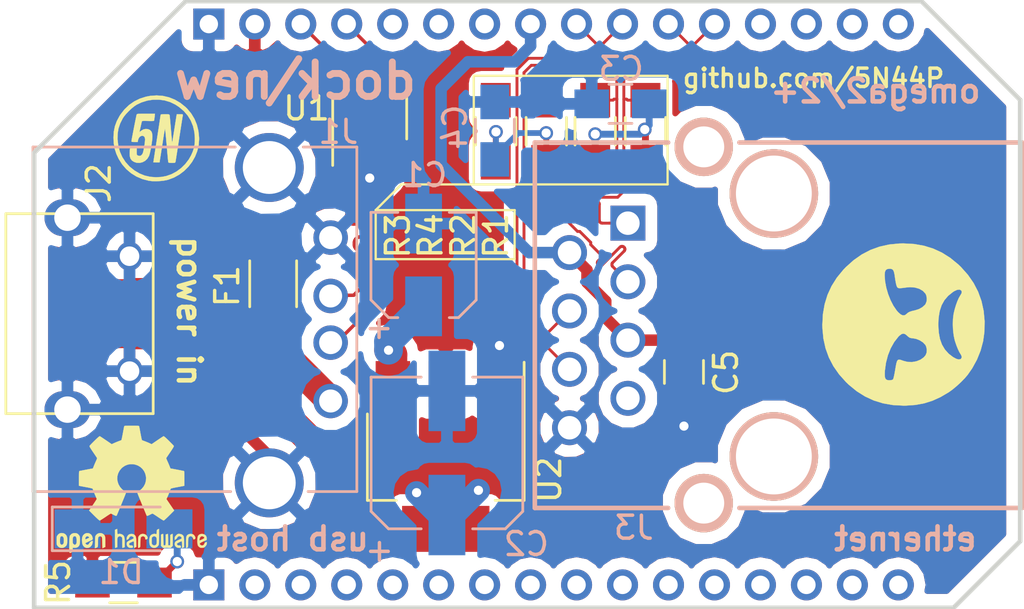
<source format=kicad_pcb>
(kicad_pcb (version 20170123) (host pcbnew "(2017-07-16 revision e797af331)-makepkg")

  (general
    (thickness 1.6)
    (drawings 23)
    (tracks 332)
    (zones 0)
    (modules 21)
    (nets 42)
  )

  (page A4)
  (layers
    (0 F.Cu signal)
    (31 B.Cu signal)
    (32 B.Adhes user)
    (33 F.Adhes user)
    (34 B.Paste user)
    (35 F.Paste user)
    (36 B.SilkS user)
    (37 F.SilkS user)
    (38 B.Mask user)
    (39 F.Mask user)
    (40 Dwgs.User user hide)
    (41 Cmts.User user)
    (42 Eco1.User user)
    (43 Eco2.User user hide)
    (44 Edge.Cuts user hide)
    (45 Margin user)
    (46 B.CrtYd user hide)
    (47 F.CrtYd user hide)
    (48 B.Fab user)
    (49 F.Fab user hide)
  )

  (setup
    (last_trace_width 0.25)
    (trace_clearance 0.1)
    (zone_clearance 0.508)
    (zone_45_only no)
    (trace_min 0.1)
    (segment_width 0.1)
    (edge_width 0.2)
    (via_size 0.6)
    (via_drill 0.4)
    (via_min_size 0.4)
    (via_min_drill 0.3)
    (uvia_size 0.3)
    (uvia_drill 0.1)
    (uvias_allowed no)
    (uvia_min_size 0.2)
    (uvia_min_drill 0.1)
    (pcb_text_width 0.3)
    (pcb_text_size 1.5 1.5)
    (mod_edge_width 0.15)
    (mod_text_size 1 1)
    (mod_text_width 0.15)
    (pad_size 2 1.6)
    (pad_drill 1.15)
    (pad_to_mask_clearance 0.1)
    (aux_axis_origin 0 0)
    (visible_elements 7FFFFFFF)
    (pcbplotparams
      (layerselection 0x00030_80000001)
      (usegerberextensions false)
      (excludeedgelayer true)
      (linewidth 0.100000)
      (plotframeref false)
      (viasonmask false)
      (mode 1)
      (useauxorigin false)
      (hpglpennumber 1)
      (hpglpenspeed 20)
      (hpglpendiameter 15)
      (psnegative false)
      (psa4output false)
      (plotreference true)
      (plotvalue true)
      (plotinvisibletext false)
      (padsonsilk false)
      (subtractmaskfromsilk false)
      (outputformat 1)
      (mirror false)
      (drillshape 0)
      (scaleselection 1)
      (outputdirectory ""))
  )

  (net 0 "")
  (net 1 +5V)
  (net 2 GND)
  (net 3 +3V3)
  (net 4 "Net-(C3-Pad2)")
  (net 5 "Net-(C4-Pad1)")
  (net 6 /UD+)
  (net 7 /UD-)
  (net 8 "Net-(J2-Pad2)")
  (net 9 /TX+)
  (net 10 /TX-)
  (net 11 /RX+)
  (net 12 /RX-)
  (net 13 /D-)
  (net 14 /D+)
  (net 15 "Net-(F1-Pad2)")
  (net 16 ETH_PWR)
  (net 17 "Net-(D1-Pad2)")
  (net 18 "Net-(J2-Pad4)")
  (net 19 "Net-(U3-Pad17)")
  (net 20 "Net-(U3-Pad18)")
  (net 21 "Net-(U3-Pad19)")
  (net 22 "Net-(U3-Pad20)")
  (net 23 "Net-(U3-Pad26)")
  (net 24 "Net-(U3-Pad27)")
  (net 25 "Net-(U3-Pad28)")
  (net 26 "Net-(U3-Pad2)")
  (net 27 "Net-(U3-Pad3)")
  (net 28 "Net-(U3-Pad4)")
  (net 29 "Net-(U3-Pad5)")
  (net 30 "Net-(U3-Pad6)")
  (net 31 "Net-(U3-Pad7)")
  (net 32 "Net-(U3-Pad8)")
  (net 33 "Net-(U3-Pad9)")
  (net 34 "Net-(U3-Pad10)")
  (net 35 "Net-(U3-Pad11)")
  (net 36 "Net-(U3-Pad12)")
  (net 37 "Net-(U3-Pad13)")
  (net 38 "Net-(U3-Pad14)")
  (net 39 "Net-(U3-Pad15)")
  (net 40 "Net-(U3-Pad16)")
  (net 41 "Net-(J3-Pad13)")

  (net_class Default "Questo è il gruppo di collegamenti predefinito"
    (clearance 0.1)
    (trace_width 0.25)
    (via_dia 0.6)
    (via_drill 0.4)
    (uvia_dia 0.3)
    (uvia_drill 0.1)
    (add_net +3V3)
    (add_net +5V)
    (add_net /D+)
    (add_net /D-)
    (add_net /RX+)
    (add_net /RX-)
    (add_net /UD+)
    (add_net /UD-)
    (add_net ETH_PWR)
    (add_net GND)
    (add_net "Net-(C3-Pad2)")
    (add_net "Net-(C4-Pad1)")
    (add_net "Net-(D1-Pad2)")
    (add_net "Net-(F1-Pad2)")
    (add_net "Net-(J2-Pad2)")
    (add_net "Net-(J2-Pad4)")
    (add_net "Net-(J3-Pad13)")
    (add_net "Net-(U3-Pad10)")
    (add_net "Net-(U3-Pad11)")
    (add_net "Net-(U3-Pad12)")
    (add_net "Net-(U3-Pad13)")
    (add_net "Net-(U3-Pad14)")
    (add_net "Net-(U3-Pad15)")
    (add_net "Net-(U3-Pad16)")
    (add_net "Net-(U3-Pad17)")
    (add_net "Net-(U3-Pad18)")
    (add_net "Net-(U3-Pad19)")
    (add_net "Net-(U3-Pad2)")
    (add_net "Net-(U3-Pad20)")
    (add_net "Net-(U3-Pad26)")
    (add_net "Net-(U3-Pad27)")
    (add_net "Net-(U3-Pad28)")
    (add_net "Net-(U3-Pad3)")
    (add_net "Net-(U3-Pad4)")
    (add_net "Net-(U3-Pad5)")
    (add_net "Net-(U3-Pad6)")
    (add_net "Net-(U3-Pad7)")
    (add_net "Net-(U3-Pad8)")
    (add_net "Net-(U3-Pad9)")
  )

  (net_class RX ""
    (clearance 0.1)
    (trace_width 0.1)
    (via_dia 0.6)
    (via_drill 0.4)
    (uvia_dia 0.3)
    (uvia_drill 0.1)
  )

  (net_class TX ""
    (clearance 0.1)
    (trace_width 0.1)
    (via_dia 0.6)
    (via_drill 0.4)
    (uvia_dia 0.3)
    (uvia_drill 0.1)
    (add_net /TX+)
    (add_net /TX-)
  )

  (module LOGO (layer F.Cu) (tedit 0) (tstamp 5987BF04)
    (at 191.9224 58.5724 90)
    (fp_text reference G*** (at 0 0 90) (layer F.SilkS) hide
      (effects (font (thickness 0.3)))
    )
    (fp_text value LOGO (at 0.75 0 90) (layer F.SilkS) hide
      (effects (font (thickness 0.3)))
    )
    (fp_poly (pts (xy 0.456144 -3.503103) (xy 0.886171 -3.428617) (xy 1.291776 -3.303622) (xy 1.674655 -3.127423)
      (xy 2.036505 -2.899324) (xy 2.37902 -2.618629) (xy 2.501246 -2.501245) (xy 2.801587 -2.165457)
      (xy 3.049075 -1.810963) (xy 3.244405 -1.436065) (xy 3.388273 -1.03907) (xy 3.481375 -0.618281)
      (xy 3.524407 -0.172003) (xy 3.527778 0) (xy 3.503104 0.456144) (xy 3.428617 0.886171)
      (xy 3.303623 1.291776) (xy 3.127424 1.674655) (xy 2.899324 2.036505) (xy 2.618629 2.37902)
      (xy 2.501246 2.501246) (xy 2.163565 2.802374) (xy 1.804677 3.051404) (xy 1.424111 3.248505)
      (xy 1.021393 3.39385) (xy 0.596052 3.487611) (xy 0.147615 3.529958) (xy -0.310444 3.522035)
      (xy -0.7219 3.466334) (xy -1.129797 3.357248) (xy -1.526613 3.1977) (xy -1.904824 2.990611)
      (xy -2.18918 2.792489) (xy -2.340631 2.663143) (xy -2.50612 2.501041) (xy -2.593919 2.405766)
      (xy -1.522046 2.405766) (xy -1.505653 2.486413) (xy -1.490133 2.506134) (xy -1.422661 2.537927)
      (xy -1.339445 2.51753) (xy -1.294972 2.489077) (xy -1.20385 2.433529) (xy -1.072485 2.371048)
      (xy -0.915538 2.307812) (xy -0.747668 2.249999) (xy -0.677333 2.228792) (xy -0.477627 2.185851)
      (xy -0.244164 2.158749) (xy 0.002414 2.148262) (xy 0.241465 2.15517) (xy 0.452347 2.18025)
      (xy 0.478259 2.185218) (xy 0.658964 2.228204) (xy 0.840402 2.282595) (xy 1.008766 2.343368)
      (xy 1.15025 2.405499) (xy 1.251047 2.463965) (xy 1.257471 2.468738) (xy 1.359749 2.527865)
      (xy 1.442447 2.534463) (xy 1.490134 2.506134) (xy 1.522502 2.435234) (xy 1.509958 2.33563)
      (xy 1.453407 2.211578) (xy 1.414161 2.14938) (xy 1.24978 1.945141) (xy 1.060558 1.782932)
      (xy 0.84215 1.660806) (xy 0.590212 1.576815) (xy 0.300401 1.529011) (xy 0 1.515315)
      (xy -0.331299 1.53246) (xy -0.620837 1.584941) (xy -0.872082 1.674329) (xy -1.088503 1.802195)
      (xy -1.27357 1.970109) (xy -1.415897 2.15632) (xy -1.492034 2.295294) (xy -1.522046 2.405766)
      (xy -2.593919 2.405766) (xy -2.671048 2.322071) (xy -2.820815 2.142118) (xy -2.940823 1.977068)
      (xy -2.946419 1.968509) (xy -3.156115 1.61137) (xy -3.315611 1.259154) (xy -3.428257 0.900521)
      (xy -3.497403 0.524129) (xy -3.526398 0.118634) (xy -3.527777 0) (xy -3.503103 -0.456143)
      (xy -3.476526 -0.609583) (xy -2.427111 -0.609583) (xy -2.417906 -0.520529) (xy -2.394003 -0.460736)
      (xy -2.387224 -0.453586) (xy -2.345088 -0.436524) (xy -2.25936 -0.4142) (xy -2.142311 -0.389451)
      (xy -2.006211 -0.365108) (xy -1.999169 -0.363959) (xy -1.817126 -0.33371) (xy -1.684846 -0.307406)
      (xy -1.596373 -0.279967) (xy -1.54575 -0.246312) (xy -1.527023 -0.20136) (xy -1.534236 -0.140031)
      (xy -1.561432 -0.057242) (xy -1.580458 -0.006753) (xy -1.627577 0.181842) (xy -1.632958 0.37682)
      (xy -1.599599 0.566476) (xy -1.530497 0.739109) (xy -1.428649 0.883014) (xy -1.331429 0.965809)
      (xy -1.226417 1.0065) (xy -1.098867 1.015878) (xy -0.972809 0.994528) (xy -0.888201 0.955045)
      (xy -0.776609 0.849132) (xy -0.684453 0.705421) (xy -0.620387 0.54152) (xy -0.593068 0.375038)
      (xy -0.592666 0.353829) (xy -0.575334 0.273836) (xy -0.517358 0.193118) (xy -0.493889 0.169334)
      (xy -0.419034 0.079636) (xy -0.393054 -0.003305) (xy -0.399079 -0.024827) (xy 0.395481 -0.024827)
      (xy 0.404718 0.060098) (xy 0.463398 0.13898) (xy 0.514676 0.197295) (xy 0.554024 0.270322)
      (xy 0.587242 0.371967) (xy 0.619535 0.513206) (xy 0.670999 0.673497) (xy 0.752115 0.818839)
      (xy 0.852283 0.931759) (xy 0.891434 0.961419) (xy 1.003695 1.005097) (xy 1.114778 1.015628)
      (xy 1.255284 0.997956) (xy 1.338122 0.961419) (xy 1.463796 0.845668) (xy 1.555154 0.690302)
      (xy 1.609951 0.502154) (xy 1.625943 0.288056) (xy 1.612723 0.125536) (xy 1.592241 -0.026058)
      (xy 1.58224 -0.131872) (xy 1.584125 -0.201838) (xy 1.5993 -0.245887) (xy 1.62917 -0.273949)
      (xy 1.672167 -0.294735) (xy 1.741011 -0.315193) (xy 1.847614 -0.337911) (xy 1.973607 -0.359181)
      (xy 2.032 -0.367327) (xy 2.189992 -0.39075) (xy 2.299952 -0.416498) (xy 2.370226 -0.449607)
      (xy 2.409162 -0.495116) (xy 2.425108 -0.558065) (xy 2.427111 -0.605828) (xy 2.414055 -0.705405)
      (xy 2.370039 -0.770396) (xy 2.287792 -0.806227) (xy 2.16004 -0.818328) (xy 2.142306 -0.818444)
      (xy 1.879358 -0.800197) (xy 1.603015 -0.748542) (xy 1.325886 -0.668106) (xy 1.060577 -0.563517)
      (xy 0.819696 -0.439404) (xy 0.615849 -0.300393) (xy 0.532586 -0.227551) (xy 0.437816 -0.119185)
      (xy 0.395481 -0.024827) (xy -0.399079 -0.024827) (xy -0.416806 -0.088142) (xy -0.491144 -0.183532)
      (xy -0.532827 -0.224339) (xy -0.762663 -0.403791) (xy -1.034032 -0.555653) (xy -1.337285 -0.676138)
      (xy -1.662775 -0.76146) (xy -2.000856 -0.807831) (xy -2.023542 -0.809441) (xy -2.184277 -0.815221)
      (xy -2.297406 -0.805111) (xy -2.37044 -0.775392) (xy -2.410887 -0.722343) (xy -2.42626 -0.642247)
      (xy -2.427111 -0.609583) (xy -3.476526 -0.609583) (xy -3.428617 -0.88617) (xy -3.303622 -1.291775)
      (xy -3.127423 -1.674655) (xy -2.899324 -2.036504) (xy -2.618629 -2.379019) (xy -2.501245 -2.501245)
      (xy -2.165457 -2.801587) (xy -1.810963 -3.049074) (xy -1.436065 -3.244404) (xy -1.03907 -3.388272)
      (xy -0.618281 -3.481374) (xy -0.172003 -3.524406) (xy 0 -3.527777) (xy 0.456144 -3.503103)) (layer F.SilkS) (width 0.01))
  )

  (module logo:LOGO_5N (layer F.Cu) (tedit 5987B707) (tstamp 5988AFCD)
    (at 159.5628 50.546)
    (fp_text reference G*** (at -0.2 3) (layer F.SilkS) hide
      (effects (font (thickness 0.3)))
    )
    (fp_text value LOGO (at -0.2 -3.1) (layer F.SilkS) hide
      (effects (font (thickness 0.3)))
    )
    (fp_poly (pts (xy 0.140087 -1.919517) (xy 0.404871 -1.858019) (xy 0.657734 -1.757008) (xy 0.896178 -1.617347)
      (xy 1.117708 -1.439897) (xy 1.195916 -1.363783) (xy 1.371458 -1.154155) (xy 1.511798 -0.921972)
      (xy 1.616084 -0.669423) (xy 1.683464 -0.398695) (xy 1.713086 -0.111977) (xy 1.7145 -0.032081)
      (xy 1.693903 0.227685) (xy 1.634164 0.480405) (xy 1.538357 0.722156) (xy 1.409557 0.949017)
      (xy 1.25084 1.157063) (xy 1.065281 1.342372) (xy 0.855955 1.501021) (xy 0.625937 1.629087)
      (xy 0.378303 1.722646) (xy 0.328083 1.736572) (xy 0.183026 1.765246) (xy 0.015415 1.783678)
      (xy -0.159358 1.791244) (xy -0.325899 1.787322) (xy -0.468814 1.771287) (xy -0.479604 1.769303)
      (xy -0.756051 1.695953) (xy -1.011588 1.58643) (xy -1.244088 1.442498) (xy -1.451425 1.26592)
      (xy -1.631472 1.058461) (xy -1.782105 0.821885) (xy -1.883265 0.604681) (xy -1.955887 0.379956)
      (xy -1.997732 0.144762) (xy -2.006952 -0.03175) (xy -1.834963 -0.03175) (xy -1.802545 0.2453)
      (xy -1.732321 0.504702) (xy -1.625634 0.744367) (xy -1.483829 0.962209) (xy -1.308247 1.156143)
      (xy -1.100233 1.324079) (xy -0.877311 1.455878) (xy -0.653377 1.545778) (xy -0.411805 1.600871)
      (xy -0.160046 1.62045) (xy 0.094452 1.603805) (xy 0.285584 1.566376) (xy 0.514171 1.486805)
      (xy 0.732273 1.36986) (xy 0.934268 1.220222) (xy 1.114534 1.042569) (xy 1.267447 0.84158)
      (xy 1.366492 0.66675) (xy 1.438432 0.504487) (xy 1.487302 0.355748) (xy 1.516457 0.205374)
      (xy 1.529255 0.038205) (xy 1.530493 -0.074083) (xy 1.509296 -0.350089) (xy 1.449917 -0.608134)
      (xy 1.35305 -0.84702) (xy 1.219386 -1.065546) (xy 1.04962 -1.262512) (xy 0.844444 -1.436717)
      (xy 0.682323 -1.543178) (xy 0.456578 -1.652461) (xy 0.216069 -1.72439) (xy -0.034052 -1.758968)
      (xy -0.288632 -1.756196) (xy -0.542521 -1.716078) (xy -0.790567 -1.638616) (xy -0.994834 -1.542382)
      (xy -1.101782 -1.472213) (xy -1.220923 -1.375957) (xy -1.34212 -1.263491) (xy -1.455234 -1.144693)
      (xy -1.550127 -1.029441) (xy -1.60559 -0.947316) (xy -1.718435 -0.725384) (xy -1.792698 -0.504832)
      (xy -1.830732 -0.27626) (xy -1.834963 -0.03175) (xy -2.006952 -0.03175) (xy -2.010834 -0.106054)
      (xy -1.99584 -0.361309) (xy -1.948995 -0.596372) (xy -1.867501 -0.820419) (xy -1.74856 -1.042624)
      (xy -1.704212 -1.111721) (xy -1.531949 -1.333718) (xy -1.332878 -1.523511) (xy -1.10922 -1.679703)
      (xy -0.863197 -1.800902) (xy -0.59703 -1.885713) (xy -0.415264 -1.920524) (xy -0.134124 -1.940639)
      (xy 0.140087 -1.919517)) (layer F.SilkS) (width 0.01))
    (fp_poly (pts (xy -0.221939 -1.000125) (xy -0.231222 -0.92516) (xy -0.240832 -0.866983) (xy -0.248541 -0.838592)
      (xy -0.272929 -0.832167) (xy -0.330901 -0.828472) (xy -0.41378 -0.827776) (xy -0.512768 -0.830346)
      (xy -0.635293 -0.833707) (xy -0.718123 -0.83192) (xy -0.763594 -0.824869) (xy -0.774282 -0.817255)
      (xy -0.782148 -0.787936) (xy -0.796696 -0.726828) (xy -0.815689 -0.643522) (xy -0.832419 -0.568076)
      (xy -0.881871 -0.342402) (xy -0.802133 -0.406481) (xy -0.70907 -0.460137) (xy -0.609483 -0.482507)
      (xy -0.512624 -0.474757) (xy -0.427745 -0.438049) (xy -0.3641 -0.373549) (xy -0.350886 -0.349707)
      (xy -0.331585 -0.286583) (xy -0.319603 -0.203409) (xy -0.3175 -0.154841) (xy -0.322032 -0.065509)
      (xy -0.334433 0.049694) (xy -0.352909 0.180519) (xy -0.375667 0.316714) (xy -0.400916 0.448029)
      (xy -0.426863 0.564215) (xy -0.451713 0.655019) (xy -0.46611 0.694839) (xy -0.537714 0.813119)
      (xy -0.635006 0.90431) (xy -0.750611 0.965578) (xy -0.877158 0.994089) (xy -1.007274 0.987009)
      (xy -1.122641 0.947208) (xy -1.210831 0.886705) (xy -1.269386 0.806452) (xy -1.300596 0.701343)
      (xy -1.306752 0.566275) (xy -1.305459 0.53975) (xy -1.298374 0.435461) (xy -1.288618 0.366245)
      (xy -1.271066 0.324913) (xy -1.240592 0.304276) (xy -1.19207 0.297145) (xy -1.131913 0.296333)
      (xy -0.998355 0.296333) (xy -1.001886 0.469687) (xy -1.002874 0.555626) (xy -0.999828 0.609432)
      (xy -0.990178 0.641283) (xy -0.971352 0.661354) (xy -0.950114 0.674541) (xy -0.880118 0.693737)
      (xy -0.814243 0.674178) (xy -0.759375 0.619354) (xy -0.731977 0.564019) (xy -0.712778 0.496196)
      (xy -0.692043 0.399092) (xy -0.671848 0.285606) (xy -0.654266 0.168637) (xy -0.641371 0.061084)
      (xy -0.635237 -0.024154) (xy -0.635 -0.03908) (xy -0.649028 -0.115519) (xy -0.685872 -0.163843)
      (xy -0.737678 -0.185112) (xy -0.796591 -0.180388) (xy -0.854755 -0.150731) (xy -0.904314 -0.097202)
      (xy -0.937414 -0.020864) (xy -0.942329 0.002436) (xy -0.956222 0.084667) (xy -1.091944 0.084667)
      (xy -1.166347 0.083083) (xy -1.207624 0.076615) (xy -1.224924 0.062685) (xy -1.227667 0.046427)
      (xy -1.223706 0.018456) (xy -1.212692 -0.044297) (xy -1.195936 -0.135114) (xy -1.174743 -0.24728)
      (xy -1.150423 -0.374076) (xy -1.124282 -0.508785) (xy -1.097629 -0.64469) (xy -1.071771 -0.775073)
      (xy -1.048016 -0.893217) (xy -1.027672 -0.992404) (xy -1.012047 -1.065918) (xy -1.00537 -1.095375)
      (xy -1.000294 -1.112059) (xy -0.99029 -1.124305) (xy -0.969526 -1.132801) (xy -0.932169 -1.138231)
      (xy -0.872387 -1.141282) (xy -0.784349 -1.142639) (xy -0.662221 -1.142989) (xy -0.600381 -1.143)
      (xy -0.206735 -1.143) (xy -0.221939 -1.000125)) (layer F.SilkS) (width 0.01))
    (fp_poly (pts (xy 0.953261 -1.120949) (xy 0.993155 -1.11609) (xy 1.008204 -1.103946) (xy 1.007146 -1.081208)
      (xy 1.005562 -1.074208) (xy 1.000114 -1.043995) (xy 0.988968 -0.976339) (xy 0.972818 -0.875647)
      (xy 0.952357 -0.746324) (xy 0.928279 -0.592775) (xy 0.90128 -0.419407) (xy 0.872053 -0.230626)
      (xy 0.84631 -0.0635) (xy 0.815757 0.134817) (xy 0.786863 0.321418) (xy 0.760321 0.491897)
      (xy 0.736823 0.641849) (xy 0.717063 0.766869) (xy 0.701732 0.86255) (xy 0.691523 0.924488)
      (xy 0.687415 0.947208) (xy 0.678043 0.972378) (xy 0.657742 0.986693) (xy 0.616558 0.993167)
      (xy 0.544537 0.994816) (xy 0.530189 0.994833) (xy 0.450481 0.99306) (xy 0.403718 0.986272)
      (xy 0.380606 0.972269) (xy 0.373734 0.957792) (xy 0.369573 0.928409) (xy 0.362423 0.862075)
      (xy 0.352778 0.764028) (xy 0.341131 0.639507) (xy 0.327974 0.493749) (xy 0.313803 0.331994)
      (xy 0.303959 0.216958) (xy 0.289397 0.049417) (xy 0.275382 -0.103857) (xy 0.262416 -0.237973)
      (xy 0.250999 -0.348041) (xy 0.241633 -0.42917) (xy 0.23482 -0.476469) (xy 0.231806 -0.486833)
      (xy 0.224797 -0.466988) (xy 0.212969 -0.411865) (xy 0.197547 -0.328089) (xy 0.179753 -0.222283)
      (xy 0.162335 -0.111125) (xy 0.13825 0.0466) (xy 0.110854 0.224242) (xy 0.082984 0.4035)
      (xy 0.05748 0.566073) (xy 0.049085 0.619125) (xy -0.00719 0.973667) (xy -0.141178 0.973667)
      (xy -0.210218 0.972905) (xy -0.258582 0.970916) (xy -0.275139 0.968375) (xy -0.271995 0.947055)
      (xy -0.26299 0.887928) (xy -0.248744 0.795021) (xy -0.229876 0.67236) (xy -0.207008 0.523973)
      (xy -0.180758 0.353887) (xy -0.151747 0.166128) (xy -0.120596 -0.035277) (xy -0.116389 -0.062463)
      (xy -0.084966 -0.26583) (xy -0.055609 -0.456472) (xy -0.028942 -0.630302) (xy -0.005585 -0.783231)
      (xy 0.013839 -0.911173) (xy 0.028706 -1.01004) (xy 0.038396 -1.075745) (xy 0.042285 -1.104201)
      (xy 0.042333 -1.104921) (xy 0.06192 -1.112376) (xy 0.114379 -1.118153) (xy 0.190256 -1.121411)
      (xy 0.23243 -1.121833) (xy 0.32289 -1.121182) (xy 0.379591 -1.117866) (xy 0.411102 -1.109843)
      (xy 0.425991 -1.095071) (xy 0.432284 -1.074208) (xy 0.43656 -1.041052) (xy 0.443668 -0.971713)
      (xy 0.453056 -0.872209) (xy 0.464171 -0.748556) (xy 0.47646 -0.606771) (xy 0.489371 -0.452868)
      (xy 0.489587 -0.450248) (xy 0.502221 -0.299577) (xy 0.51398 -0.163996) (xy 0.524372 -0.04884)
      (xy 0.532899 0.040552) (xy 0.539069 0.098842) (xy 0.542386 0.120694) (xy 0.542512 0.12071)
      (xy 0.547066 0.099219) (xy 0.557141 0.041421) (xy 0.571832 -0.047148) (xy 0.590232 -0.160954)
      (xy 0.611436 -0.294461) (xy 0.633347 -0.43446) (xy 0.656911 -0.585753) (xy 0.678916 -0.726457)
      (xy 0.698352 -0.85016) (xy 0.71421 -0.950451) (xy 0.725479 -1.020918) (xy 0.730777 -1.053042)
      (xy 0.742751 -1.121833) (xy 0.879779 -1.121833) (xy 0.953261 -1.120949)) (layer F.SilkS) (width 0.01))
  )

  (module Symbols:OSHW-Logo2_7.3x6mm_SilkScreen (layer F.Cu) (tedit 0) (tstamp 5988105A)
    (at 158.3436 65.7352)
    (descr "Open Source Hardware Symbol")
    (tags "Logo Symbol OSHW")
    (attr virtual)
    (fp_text reference REF*** (at 0 0) (layer F.SilkS) hide
      (effects (font (size 1 1) (thickness 0.15)))
    )
    (fp_text value OSHW-Logo2_7.3x6mm_SilkScreen (at 0.75 0) (layer F.Fab) hide
      (effects (font (size 1 1) (thickness 0.15)))
    )
    (fp_poly (pts (xy -2.400256 1.919918) (xy -2.344799 1.947568) (xy -2.295852 1.99848) (xy -2.282371 2.017338)
      (xy -2.267686 2.042015) (xy -2.258158 2.068816) (xy -2.252707 2.104587) (xy -2.250253 2.156169)
      (xy -2.249714 2.224267) (xy -2.252148 2.317588) (xy -2.260606 2.387657) (xy -2.276826 2.439931)
      (xy -2.302546 2.479869) (xy -2.339503 2.512929) (xy -2.342218 2.514886) (xy -2.37864 2.534908)
      (xy -2.422498 2.544815) (xy -2.478276 2.547257) (xy -2.568952 2.547257) (xy -2.56899 2.635283)
      (xy -2.569834 2.684308) (xy -2.574976 2.713065) (xy -2.588413 2.730311) (xy -2.614142 2.744808)
      (xy -2.620321 2.747769) (xy -2.649236 2.761648) (xy -2.671624 2.770414) (xy -2.688271 2.771171)
      (xy -2.699964 2.761023) (xy -2.70749 2.737073) (xy -2.711634 2.696426) (xy -2.713185 2.636186)
      (xy -2.712929 2.553455) (xy -2.711651 2.445339) (xy -2.711252 2.413) (xy -2.709815 2.301524)
      (xy -2.708528 2.228603) (xy -2.569029 2.228603) (xy -2.568245 2.290499) (xy -2.56476 2.330997)
      (xy -2.556876 2.357708) (xy -2.542895 2.378244) (xy -2.533403 2.38826) (xy -2.494596 2.417567)
      (xy -2.460237 2.419952) (xy -2.424784 2.39575) (xy -2.423886 2.394857) (xy -2.409461 2.376153)
      (xy -2.400687 2.350732) (xy -2.396261 2.311584) (xy -2.394882 2.251697) (xy -2.394857 2.23843)
      (xy -2.398188 2.155901) (xy -2.409031 2.098691) (xy -2.42866 2.063766) (xy -2.45835 2.048094)
      (xy -2.475509 2.046514) (xy -2.516234 2.053926) (xy -2.544168 2.07833) (xy -2.560983 2.12298)
      (xy -2.56835 2.19113) (xy -2.569029 2.228603) (xy -2.708528 2.228603) (xy -2.708292 2.215245)
      (xy -2.706323 2.150333) (xy -2.70355 2.102958) (xy -2.699612 2.06929) (xy -2.694151 2.045498)
      (xy -2.686808 2.027753) (xy -2.677223 2.012224) (xy -2.673113 2.006381) (xy -2.618595 1.951185)
      (xy -2.549664 1.91989) (xy -2.469928 1.911165) (xy -2.400256 1.919918)) (layer F.SilkS) (width 0.01))
    (fp_poly (pts (xy -1.283907 1.92778) (xy -1.237328 1.954723) (xy -1.204943 1.981466) (xy -1.181258 2.009484)
      (xy -1.164941 2.043748) (xy -1.154661 2.089227) (xy -1.149086 2.150892) (xy -1.146884 2.233711)
      (xy -1.146629 2.293246) (xy -1.146629 2.512391) (xy -1.208314 2.540044) (xy -1.27 2.567697)
      (xy -1.277257 2.32767) (xy -1.280256 2.238028) (xy -1.283402 2.172962) (xy -1.287299 2.128026)
      (xy -1.292553 2.09877) (xy -1.299769 2.080748) (xy -1.30955 2.069511) (xy -1.312688 2.067079)
      (xy -1.360239 2.048083) (xy -1.408303 2.0556) (xy -1.436914 2.075543) (xy -1.448553 2.089675)
      (xy -1.456609 2.10822) (xy -1.461729 2.136334) (xy -1.464559 2.179173) (xy -1.465744 2.241895)
      (xy -1.465943 2.307261) (xy -1.465982 2.389268) (xy -1.467386 2.447316) (xy -1.472086 2.486465)
      (xy -1.482013 2.51178) (xy -1.499097 2.528323) (xy -1.525268 2.541156) (xy -1.560225 2.554491)
      (xy -1.598404 2.569007) (xy -1.593859 2.311389) (xy -1.592029 2.218519) (xy -1.589888 2.149889)
      (xy -1.586819 2.100711) (xy -1.582206 2.066198) (xy -1.575432 2.041562) (xy -1.565881 2.022016)
      (xy -1.554366 2.00477) (xy -1.49881 1.94968) (xy -1.43102 1.917822) (xy -1.357287 1.910191)
      (xy -1.283907 1.92778)) (layer F.SilkS) (width 0.01))
    (fp_poly (pts (xy -2.958885 1.921962) (xy -2.890855 1.957733) (xy -2.840649 2.015301) (xy -2.822815 2.052312)
      (xy -2.808937 2.107882) (xy -2.801833 2.178096) (xy -2.80116 2.254727) (xy -2.806573 2.329552)
      (xy -2.81773 2.394342) (xy -2.834286 2.440873) (xy -2.839374 2.448887) (xy -2.899645 2.508707)
      (xy -2.971231 2.544535) (xy -3.048908 2.55502) (xy -3.127452 2.53881) (xy -3.149311 2.529092)
      (xy -3.191878 2.499143) (xy -3.229237 2.459433) (xy -3.232768 2.454397) (xy -3.247119 2.430124)
      (xy -3.256606 2.404178) (xy -3.26221 2.370022) (xy -3.264914 2.321119) (xy -3.265701 2.250935)
      (xy -3.265714 2.2352) (xy -3.265678 2.230192) (xy -3.120571 2.230192) (xy -3.119727 2.29643)
      (xy -3.116404 2.340386) (xy -3.109417 2.368779) (xy -3.097584 2.388325) (xy -3.091543 2.394857)
      (xy -3.056814 2.41968) (xy -3.023097 2.418548) (xy -2.989005 2.397016) (xy -2.968671 2.374029)
      (xy -2.956629 2.340478) (xy -2.949866 2.287569) (xy -2.949402 2.281399) (xy -2.948248 2.185513)
      (xy -2.960312 2.114299) (xy -2.98543 2.068194) (xy -3.02344 2.047635) (xy -3.037008 2.046514)
      (xy -3.072636 2.052152) (xy -3.097006 2.071686) (xy -3.111907 2.109042) (xy -3.119125 2.16815)
      (xy -3.120571 2.230192) (xy -3.265678 2.230192) (xy -3.265174 2.160413) (xy -3.262904 2.108159)
      (xy -3.257932 2.071949) (xy -3.249287 2.045299) (xy -3.235995 2.021722) (xy -3.233057 2.017338)
      (xy -3.183687 1.958249) (xy -3.129891 1.923947) (xy -3.064398 1.910331) (xy -3.042158 1.909665)
      (xy -2.958885 1.921962)) (layer F.SilkS) (width 0.01))
    (fp_poly (pts (xy -1.831697 1.931239) (xy -1.774473 1.969735) (xy -1.730251 2.025335) (xy -1.703833 2.096086)
      (xy -1.69849 2.148162) (xy -1.699097 2.169893) (xy -1.704178 2.186531) (xy -1.718145 2.201437)
      (xy -1.745411 2.217973) (xy -1.790388 2.239498) (xy -1.857489 2.269374) (xy -1.857829 2.269524)
      (xy -1.919593 2.297813) (xy -1.970241 2.322933) (xy -2.004596 2.342179) (xy -2.017482 2.352848)
      (xy -2.017486 2.352934) (xy -2.006128 2.376166) (xy -1.979569 2.401774) (xy -1.949077 2.420221)
      (xy -1.93363 2.423886) (xy -1.891485 2.411212) (xy -1.855192 2.379471) (xy -1.837483 2.344572)
      (xy -1.820448 2.318845) (xy -1.787078 2.289546) (xy -1.747851 2.264235) (xy -1.713244 2.250471)
      (xy -1.706007 2.249714) (xy -1.697861 2.26216) (xy -1.69737 2.293972) (xy -1.703357 2.336866)
      (xy -1.714643 2.382558) (xy -1.73005 2.422761) (xy -1.730829 2.424322) (xy -1.777196 2.489062)
      (xy -1.837289 2.533097) (xy -1.905535 2.554711) (xy -1.976362 2.552185) (xy -2.044196 2.523804)
      (xy -2.047212 2.521808) (xy -2.100573 2.473448) (xy -2.13566 2.410352) (xy -2.155078 2.327387)
      (xy -2.157684 2.304078) (xy -2.162299 2.194055) (xy -2.156767 2.142748) (xy -2.017486 2.142748)
      (xy -2.015676 2.174753) (xy -2.005778 2.184093) (xy -1.981102 2.177105) (xy -1.942205 2.160587)
      (xy -1.898725 2.139881) (xy -1.897644 2.139333) (xy -1.860791 2.119949) (xy -1.846 2.107013)
      (xy -1.849647 2.093451) (xy -1.865005 2.075632) (xy -1.904077 2.049845) (xy -1.946154 2.04795)
      (xy -1.983897 2.066717) (xy -2.009966 2.102915) (xy -2.017486 2.142748) (xy -2.156767 2.142748)
      (xy -2.152806 2.106027) (xy -2.12845 2.036212) (xy -2.094544 1.987302) (xy -2.033347 1.937878)
      (xy -1.965937 1.913359) (xy -1.89712 1.911797) (xy -1.831697 1.931239)) (layer F.SilkS) (width 0.01))
    (fp_poly (pts (xy -0.624114 1.851289) (xy -0.619861 1.910613) (xy -0.614975 1.945572) (xy -0.608205 1.96082)
      (xy -0.598298 1.961015) (xy -0.595086 1.959195) (xy -0.552356 1.946015) (xy -0.496773 1.946785)
      (xy -0.440263 1.960333) (xy -0.404918 1.977861) (xy -0.368679 2.005861) (xy -0.342187 2.037549)
      (xy -0.324001 2.077813) (xy -0.312678 2.131543) (xy -0.306778 2.203626) (xy -0.304857 2.298951)
      (xy -0.304823 2.317237) (xy -0.3048 2.522646) (xy -0.350509 2.53858) (xy -0.382973 2.54942)
      (xy -0.400785 2.554468) (xy -0.401309 2.554514) (xy -0.403063 2.540828) (xy -0.404556 2.503076)
      (xy -0.405674 2.446224) (xy -0.406303 2.375234) (xy -0.4064 2.332073) (xy -0.406602 2.246973)
      (xy -0.407642 2.185981) (xy -0.410169 2.144177) (xy -0.414836 2.116642) (xy -0.422293 2.098456)
      (xy -0.433189 2.084698) (xy -0.439993 2.078073) (xy -0.486728 2.051375) (xy -0.537728 2.049375)
      (xy -0.583999 2.071955) (xy -0.592556 2.080107) (xy -0.605107 2.095436) (xy -0.613812 2.113618)
      (xy -0.619369 2.139909) (xy -0.622474 2.179562) (xy -0.623824 2.237832) (xy -0.624114 2.318173)
      (xy -0.624114 2.522646) (xy -0.669823 2.53858) (xy -0.702287 2.54942) (xy -0.720099 2.554468)
      (xy -0.720623 2.554514) (xy -0.721963 2.540623) (xy -0.723172 2.501439) (xy -0.724199 2.4407)
      (xy -0.724998 2.362141) (xy -0.725519 2.269498) (xy -0.725714 2.166509) (xy -0.725714 1.769342)
      (xy -0.678543 1.749444) (xy -0.631371 1.729547) (xy -0.624114 1.851289)) (layer F.SilkS) (width 0.01))
    (fp_poly (pts (xy 0.039744 1.950968) (xy 0.096616 1.972087) (xy 0.097267 1.972493) (xy 0.13244 1.99838)
      (xy 0.158407 2.028633) (xy 0.17667 2.068058) (xy 0.188732 2.121462) (xy 0.196096 2.193651)
      (xy 0.200264 2.289432) (xy 0.200629 2.303078) (xy 0.205876 2.508842) (xy 0.161716 2.531678)
      (xy 0.129763 2.54711) (xy 0.11047 2.554423) (xy 0.109578 2.554514) (xy 0.106239 2.541022)
      (xy 0.103587 2.504626) (xy 0.101956 2.451452) (xy 0.1016 2.408393) (xy 0.101592 2.338641)
      (xy 0.098403 2.294837) (xy 0.087288 2.273944) (xy 0.063501 2.272925) (xy 0.022296 2.288741)
      (xy -0.039914 2.317815) (xy -0.085659 2.341963) (xy -0.109187 2.362913) (xy -0.116104 2.385747)
      (xy -0.116114 2.386877) (xy -0.104701 2.426212) (xy -0.070908 2.447462) (xy -0.019191 2.450539)
      (xy 0.018061 2.450006) (xy 0.037703 2.460735) (xy 0.049952 2.486505) (xy 0.057002 2.519337)
      (xy 0.046842 2.537966) (xy 0.043017 2.540632) (xy 0.007001 2.55134) (xy -0.043434 2.552856)
      (xy -0.095374 2.545759) (xy -0.132178 2.532788) (xy -0.183062 2.489585) (xy -0.211986 2.429446)
      (xy -0.217714 2.382462) (xy -0.213343 2.340082) (xy -0.197525 2.305488) (xy -0.166203 2.274763)
      (xy -0.115322 2.24399) (xy -0.040824 2.209252) (xy -0.036286 2.207288) (xy 0.030821 2.176287)
      (xy 0.072232 2.150862) (xy 0.089981 2.128014) (xy 0.086107 2.104745) (xy 0.062643 2.078056)
      (xy 0.055627 2.071914) (xy 0.00863 2.0481) (xy -0.040067 2.049103) (xy -0.082478 2.072451)
      (xy -0.110616 2.115675) (xy -0.113231 2.12416) (xy -0.138692 2.165308) (xy -0.170999 2.185128)
      (xy -0.217714 2.20477) (xy -0.217714 2.15395) (xy -0.203504 2.080082) (xy -0.161325 2.012327)
      (xy -0.139376 1.989661) (xy -0.089483 1.960569) (xy -0.026033 1.9474) (xy 0.039744 1.950968)) (layer F.SilkS) (width 0.01))
    (fp_poly (pts (xy 0.529926 1.949755) (xy 0.595858 1.974084) (xy 0.649273 2.017117) (xy 0.670164 2.047409)
      (xy 0.692939 2.102994) (xy 0.692466 2.143186) (xy 0.668562 2.170217) (xy 0.659717 2.174813)
      (xy 0.62153 2.189144) (xy 0.602028 2.185472) (xy 0.595422 2.161407) (xy 0.595086 2.148114)
      (xy 0.582992 2.09921) (xy 0.551471 2.064999) (xy 0.507659 2.048476) (xy 0.458695 2.052634)
      (xy 0.418894 2.074227) (xy 0.40545 2.086544) (xy 0.395921 2.101487) (xy 0.389485 2.124075)
      (xy 0.385317 2.159328) (xy 0.382597 2.212266) (xy 0.380502 2.287907) (xy 0.37996 2.311857)
      (xy 0.377981 2.39379) (xy 0.375731 2.451455) (xy 0.372357 2.489608) (xy 0.367006 2.513004)
      (xy 0.358824 2.526398) (xy 0.346959 2.534545) (xy 0.339362 2.538144) (xy 0.307102 2.550452)
      (xy 0.288111 2.554514) (xy 0.281836 2.540948) (xy 0.278006 2.499934) (xy 0.2766 2.430999)
      (xy 0.277598 2.333669) (xy 0.277908 2.318657) (xy 0.280101 2.229859) (xy 0.282693 2.165019)
      (xy 0.286382 2.119067) (xy 0.291864 2.086935) (xy 0.299835 2.063553) (xy 0.310993 2.043852)
      (xy 0.31683 2.03541) (xy 0.350296 1.998057) (xy 0.387727 1.969003) (xy 0.392309 1.966467)
      (xy 0.459426 1.946443) (xy 0.529926 1.949755)) (layer F.SilkS) (width 0.01))
    (fp_poly (pts (xy 1.190117 2.065358) (xy 1.189933 2.173837) (xy 1.189219 2.257287) (xy 1.187675 2.319704)
      (xy 1.185001 2.365085) (xy 1.180894 2.397429) (xy 1.175055 2.420733) (xy 1.167182 2.438995)
      (xy 1.161221 2.449418) (xy 1.111855 2.505945) (xy 1.049264 2.541377) (xy 0.980013 2.55409)
      (xy 0.910668 2.542463) (xy 0.869375 2.521568) (xy 0.826025 2.485422) (xy 0.796481 2.441276)
      (xy 0.778655 2.383462) (xy 0.770463 2.306313) (xy 0.769302 2.249714) (xy 0.769458 2.245647)
      (xy 0.870857 2.245647) (xy 0.871476 2.31055) (xy 0.874314 2.353514) (xy 0.88084 2.381622)
      (xy 0.892523 2.401953) (xy 0.906483 2.417288) (xy 0.953365 2.44689) (xy 1.003701 2.449419)
      (xy 1.051276 2.424705) (xy 1.054979 2.421356) (xy 1.070783 2.403935) (xy 1.080693 2.383209)
      (xy 1.086058 2.352362) (xy 1.088228 2.304577) (xy 1.088571 2.251748) (xy 1.087827 2.185381)
      (xy 1.084748 2.141106) (xy 1.078061 2.112009) (xy 1.066496 2.091173) (xy 1.057013 2.080107)
      (xy 1.01296 2.052198) (xy 0.962224 2.048843) (xy 0.913796 2.070159) (xy 0.90445 2.078073)
      (xy 0.88854 2.095647) (xy 0.87861 2.116587) (xy 0.873278 2.147782) (xy 0.871163 2.196122)
      (xy 0.870857 2.245647) (xy 0.769458 2.245647) (xy 0.77281 2.158568) (xy 0.784726 2.090086)
      (xy 0.807135 2.0386) (xy 0.842124 1.998443) (xy 0.869375 1.977861) (xy 0.918907 1.955625)
      (xy 0.976316 1.945304) (xy 1.029682 1.948067) (xy 1.059543 1.959212) (xy 1.071261 1.962383)
      (xy 1.079037 1.950557) (xy 1.084465 1.918866) (xy 1.088571 1.870593) (xy 1.093067 1.816829)
      (xy 1.099313 1.784482) (xy 1.110676 1.765985) (xy 1.130528 1.75377) (xy 1.143 1.748362)
      (xy 1.190171 1.728601) (xy 1.190117 2.065358)) (layer F.SilkS) (width 0.01))
    (fp_poly (pts (xy 1.779833 1.958663) (xy 1.782048 1.99685) (xy 1.783784 2.054886) (xy 1.784899 2.12818)
      (xy 1.785257 2.205055) (xy 1.785257 2.465196) (xy 1.739326 2.511127) (xy 1.707675 2.539429)
      (xy 1.67989 2.550893) (xy 1.641915 2.550168) (xy 1.62684 2.548321) (xy 1.579726 2.542948)
      (xy 1.540756 2.539869) (xy 1.531257 2.539585) (xy 1.499233 2.541445) (xy 1.453432 2.546114)
      (xy 1.435674 2.548321) (xy 1.392057 2.551735) (xy 1.362745 2.54432) (xy 1.33368 2.521427)
      (xy 1.323188 2.511127) (xy 1.277257 2.465196) (xy 1.277257 1.978602) (xy 1.314226 1.961758)
      (xy 1.346059 1.949282) (xy 1.364683 1.944914) (xy 1.369458 1.958718) (xy 1.373921 1.997286)
      (xy 1.377775 2.056356) (xy 1.380722 2.131663) (xy 1.382143 2.195286) (xy 1.386114 2.445657)
      (xy 1.420759 2.450556) (xy 1.452268 2.447131) (xy 1.467708 2.436041) (xy 1.472023 2.415308)
      (xy 1.475708 2.371145) (xy 1.478469 2.309146) (xy 1.480012 2.234909) (xy 1.480235 2.196706)
      (xy 1.480457 1.976783) (xy 1.526166 1.960849) (xy 1.558518 1.950015) (xy 1.576115 1.944962)
      (xy 1.576623 1.944914) (xy 1.578388 1.958648) (xy 1.580329 1.99673) (xy 1.582282 2.054482)
      (xy 1.584084 2.127227) (xy 1.585343 2.195286) (xy 1.589314 2.445657) (xy 1.6764 2.445657)
      (xy 1.680396 2.21724) (xy 1.684392 1.988822) (xy 1.726847 1.966868) (xy 1.758192 1.951793)
      (xy 1.776744 1.944951) (xy 1.777279 1.944914) (xy 1.779833 1.958663)) (layer F.SilkS) (width 0.01))
    (fp_poly (pts (xy 2.144876 1.956335) (xy 2.186667 1.975344) (xy 2.219469 1.998378) (xy 2.243503 2.024133)
      (xy 2.260097 2.057358) (xy 2.270577 2.1028) (xy 2.276271 2.165207) (xy 2.278507 2.249327)
      (xy 2.278743 2.304721) (xy 2.278743 2.520826) (xy 2.241774 2.53767) (xy 2.212656 2.549981)
      (xy 2.198231 2.554514) (xy 2.195472 2.541025) (xy 2.193282 2.504653) (xy 2.191942 2.451542)
      (xy 2.191657 2.409372) (xy 2.190434 2.348447) (xy 2.187136 2.300115) (xy 2.182321 2.270518)
      (xy 2.178496 2.264229) (xy 2.152783 2.270652) (xy 2.112418 2.287125) (xy 2.065679 2.309458)
      (xy 2.020845 2.333457) (xy 1.986193 2.35493) (xy 1.970002 2.369685) (xy 1.969938 2.369845)
      (xy 1.97133 2.397152) (xy 1.983818 2.423219) (xy 2.005743 2.444392) (xy 2.037743 2.451474)
      (xy 2.065092 2.450649) (xy 2.103826 2.450042) (xy 2.124158 2.459116) (xy 2.136369 2.483092)
      (xy 2.137909 2.487613) (xy 2.143203 2.521806) (xy 2.129047 2.542568) (xy 2.092148 2.552462)
      (xy 2.052289 2.554292) (xy 1.980562 2.540727) (xy 1.943432 2.521355) (xy 1.897576 2.475845)
      (xy 1.873256 2.419983) (xy 1.871073 2.360957) (xy 1.891629 2.305953) (xy 1.922549 2.271486)
      (xy 1.95342 2.252189) (xy 2.001942 2.227759) (xy 2.058485 2.202985) (xy 2.06791 2.199199)
      (xy 2.130019 2.171791) (xy 2.165822 2.147634) (xy 2.177337 2.123619) (xy 2.16658 2.096635)
      (xy 2.148114 2.075543) (xy 2.104469 2.049572) (xy 2.056446 2.047624) (xy 2.012406 2.067637)
      (xy 1.980709 2.107551) (xy 1.976549 2.117848) (xy 1.952327 2.155724) (xy 1.916965 2.183842)
      (xy 1.872343 2.206917) (xy 1.872343 2.141485) (xy 1.874969 2.101506) (xy 1.88623 2.069997)
      (xy 1.911199 2.036378) (xy 1.935169 2.010484) (xy 1.972441 1.973817) (xy 2.001401 1.954121)
      (xy 2.032505 1.94622) (xy 2.067713 1.944914) (xy 2.144876 1.956335)) (layer F.SilkS) (width 0.01))
    (fp_poly (pts (xy 2.6526 1.958752) (xy 2.669948 1.966334) (xy 2.711356 1.999128) (xy 2.746765 2.046547)
      (xy 2.768664 2.097151) (xy 2.772229 2.122098) (xy 2.760279 2.156927) (xy 2.734067 2.175357)
      (xy 2.705964 2.186516) (xy 2.693095 2.188572) (xy 2.686829 2.173649) (xy 2.674456 2.141175)
      (xy 2.669028 2.126502) (xy 2.63859 2.075744) (xy 2.59452 2.050427) (xy 2.53801 2.051206)
      (xy 2.533825 2.052203) (xy 2.503655 2.066507) (xy 2.481476 2.094393) (xy 2.466327 2.139287)
      (xy 2.45725 2.204615) (xy 2.453286 2.293804) (xy 2.452914 2.341261) (xy 2.45273 2.416071)
      (xy 2.451522 2.467069) (xy 2.448309 2.499471) (xy 2.442109 2.518495) (xy 2.43194 2.529356)
      (xy 2.416819 2.537272) (xy 2.415946 2.53767) (xy 2.386828 2.549981) (xy 2.372403 2.554514)
      (xy 2.370186 2.540809) (xy 2.368289 2.502925) (xy 2.366847 2.445715) (xy 2.365998 2.374027)
      (xy 2.365829 2.321565) (xy 2.366692 2.220047) (xy 2.37007 2.143032) (xy 2.377142 2.086023)
      (xy 2.389088 2.044526) (xy 2.40709 2.014043) (xy 2.432327 1.99008) (xy 2.457247 1.973355)
      (xy 2.517171 1.951097) (xy 2.586911 1.946076) (xy 2.6526 1.958752)) (layer F.SilkS) (width 0.01))
    (fp_poly (pts (xy 3.153595 1.966966) (xy 3.211021 2.004497) (xy 3.238719 2.038096) (xy 3.260662 2.099064)
      (xy 3.262405 2.147308) (xy 3.258457 2.211816) (xy 3.109686 2.276934) (xy 3.037349 2.310202)
      (xy 2.990084 2.336964) (xy 2.965507 2.360144) (xy 2.961237 2.382667) (xy 2.974889 2.407455)
      (xy 2.989943 2.423886) (xy 3.033746 2.450235) (xy 3.081389 2.452081) (xy 3.125145 2.431546)
      (xy 3.157289 2.390752) (xy 3.163038 2.376347) (xy 3.190576 2.331356) (xy 3.222258 2.312182)
      (xy 3.265714 2.295779) (xy 3.265714 2.357966) (xy 3.261872 2.400283) (xy 3.246823 2.435969)
      (xy 3.21528 2.476943) (xy 3.210592 2.482267) (xy 3.175506 2.51872) (xy 3.145347 2.538283)
      (xy 3.107615 2.547283) (xy 3.076335 2.55023) (xy 3.020385 2.550965) (xy 2.980555 2.54166)
      (xy 2.955708 2.527846) (xy 2.916656 2.497467) (xy 2.889625 2.464613) (xy 2.872517 2.423294)
      (xy 2.863238 2.367521) (xy 2.859693 2.291305) (xy 2.85941 2.252622) (xy 2.860372 2.206247)
      (xy 2.948007 2.206247) (xy 2.949023 2.231126) (xy 2.951556 2.2352) (xy 2.968274 2.229665)
      (xy 3.004249 2.215017) (xy 3.052331 2.19419) (xy 3.062386 2.189714) (xy 3.123152 2.158814)
      (xy 3.156632 2.131657) (xy 3.16399 2.10622) (xy 3.146391 2.080481) (xy 3.131856 2.069109)
      (xy 3.07941 2.046364) (xy 3.030322 2.050122) (xy 2.989227 2.077884) (xy 2.960758 2.127152)
      (xy 2.951631 2.166257) (xy 2.948007 2.206247) (xy 2.860372 2.206247) (xy 2.861285 2.162249)
      (xy 2.868196 2.095384) (xy 2.881884 2.046695) (xy 2.904096 2.010849) (xy 2.936574 1.982513)
      (xy 2.950733 1.973355) (xy 3.015053 1.949507) (xy 3.085473 1.948006) (xy 3.153595 1.966966)) (layer F.SilkS) (width 0.01))
    (fp_poly (pts (xy 0.10391 -2.757652) (xy 0.182454 -2.757222) (xy 0.239298 -2.756058) (xy 0.278105 -2.753793)
      (xy 0.302538 -2.75006) (xy 0.316262 -2.744494) (xy 0.32294 -2.736727) (xy 0.326236 -2.726395)
      (xy 0.326556 -2.725057) (xy 0.331562 -2.700921) (xy 0.340829 -2.653299) (xy 0.353392 -2.587259)
      (xy 0.368287 -2.507872) (xy 0.384551 -2.420204) (xy 0.385119 -2.417125) (xy 0.40141 -2.331211)
      (xy 0.416652 -2.255304) (xy 0.429861 -2.193955) (xy 0.440054 -2.151718) (xy 0.446248 -2.133145)
      (xy 0.446543 -2.132816) (xy 0.464788 -2.123747) (xy 0.502405 -2.108633) (xy 0.551271 -2.090738)
      (xy 0.551543 -2.090642) (xy 0.613093 -2.067507) (xy 0.685657 -2.038035) (xy 0.754057 -2.008403)
      (xy 0.757294 -2.006938) (xy 0.868702 -1.956374) (xy 1.115399 -2.12484) (xy 1.191077 -2.176197)
      (xy 1.259631 -2.222111) (xy 1.317088 -2.25997) (xy 1.359476 -2.287163) (xy 1.382825 -2.301079)
      (xy 1.385042 -2.302111) (xy 1.40201 -2.297516) (xy 1.433701 -2.275345) (xy 1.481352 -2.234553)
      (xy 1.546198 -2.174095) (xy 1.612397 -2.109773) (xy 1.676214 -2.046388) (xy 1.733329 -1.988549)
      (xy 1.780305 -1.939825) (xy 1.813703 -1.90379) (xy 1.830085 -1.884016) (xy 1.830694 -1.882998)
      (xy 1.832505 -1.869428) (xy 1.825683 -1.847267) (xy 1.80854 -1.813522) (xy 1.779393 -1.7652)
      (xy 1.736555 -1.699308) (xy 1.679448 -1.614483) (xy 1.628766 -1.539823) (xy 1.583461 -1.47286)
      (xy 1.54615 -1.417484) (xy 1.519452 -1.37758) (xy 1.505985 -1.357038) (xy 1.505137 -1.355644)
      (xy 1.506781 -1.335962) (xy 1.519245 -1.297707) (xy 1.540048 -1.248111) (xy 1.547462 -1.232272)
      (xy 1.579814 -1.16171) (xy 1.614328 -1.081647) (xy 1.642365 -1.012371) (xy 1.662568 -0.960955)
      (xy 1.678615 -0.921881) (xy 1.687888 -0.901459) (xy 1.689041 -0.899886) (xy 1.706096 -0.897279)
      (xy 1.746298 -0.890137) (xy 1.804302 -0.879477) (xy 1.874763 -0.866315) (xy 1.952335 -0.851667)
      (xy 2.031672 -0.836551) (xy 2.107431 -0.821982) (xy 2.174264 -0.808978) (xy 2.226828 -0.798555)
      (xy 2.259776 -0.79173) (xy 2.267857 -0.789801) (xy 2.276205 -0.785038) (xy 2.282506 -0.774282)
      (xy 2.287045 -0.753902) (xy 2.290104 -0.720266) (xy 2.291967 -0.669745) (xy 2.292918 -0.598708)
      (xy 2.29324 -0.503524) (xy 2.293257 -0.464508) (xy 2.293257 -0.147201) (xy 2.217057 -0.132161)
      (xy 2.174663 -0.124005) (xy 2.1114 -0.112101) (xy 2.034962 -0.097884) (xy 1.953043 -0.08279)
      (xy 1.9304 -0.078645) (xy 1.854806 -0.063947) (xy 1.788953 -0.049495) (xy 1.738366 -0.036625)
      (xy 1.708574 -0.026678) (xy 1.703612 -0.023713) (xy 1.691426 -0.002717) (xy 1.673953 0.037967)
      (xy 1.654577 0.090322) (xy 1.650734 0.1016) (xy 1.625339 0.171523) (xy 1.593817 0.250418)
      (xy 1.562969 0.321266) (xy 1.562817 0.321595) (xy 1.511447 0.432733) (xy 1.680399 0.681253)
      (xy 1.849352 0.929772) (xy 1.632429 1.147058) (xy 1.566819 1.211726) (xy 1.506979 1.268733)
      (xy 1.456267 1.315033) (xy 1.418046 1.347584) (xy 1.395675 1.363343) (xy 1.392466 1.364343)
      (xy 1.373626 1.356469) (xy 1.33518 1.334578) (xy 1.28133 1.301267) (xy 1.216276 1.259131)
      (xy 1.14594 1.211943) (xy 1.074555 1.16381) (xy 1.010908 1.121928) (xy 0.959041 1.088871)
      (xy 0.922995 1.067218) (xy 0.906867 1.059543) (xy 0.887189 1.066037) (xy 0.849875 1.08315)
      (xy 0.802621 1.107326) (xy 0.797612 1.110013) (xy 0.733977 1.141927) (xy 0.690341 1.157579)
      (xy 0.663202 1.157745) (xy 0.649057 1.143204) (xy 0.648975 1.143) (xy 0.641905 1.125779)
      (xy 0.625042 1.084899) (xy 0.599695 1.023525) (xy 0.567171 0.944819) (xy 0.528778 0.851947)
      (xy 0.485822 0.748072) (xy 0.444222 0.647502) (xy 0.398504 0.536516) (xy 0.356526 0.433703)
      (xy 0.319548 0.342215) (xy 0.288827 0.265201) (xy 0.265622 0.205815) (xy 0.25119 0.167209)
      (xy 0.246743 0.1528) (xy 0.257896 0.136272) (xy 0.287069 0.10993) (xy 0.325971 0.080887)
      (xy 0.436757 -0.010961) (xy 0.523351 -0.116241) (xy 0.584716 -0.232734) (xy 0.619815 -0.358224)
      (xy 0.627608 -0.490493) (xy 0.621943 -0.551543) (xy 0.591078 -0.678205) (xy 0.53792 -0.790059)
      (xy 0.465767 -0.885999) (xy 0.377917 -0.964924) (xy 0.277665 -1.02573) (xy 0.16831 -1.067313)
      (xy 0.053147 -1.088572) (xy -0.064525 -1.088401) (xy -0.18141 -1.065699) (xy -0.294211 -1.019362)
      (xy -0.399631 -0.948287) (xy -0.443632 -0.908089) (xy -0.528021 -0.804871) (xy -0.586778 -0.692075)
      (xy -0.620296 -0.57299) (xy -0.628965 -0.450905) (xy -0.613177 -0.329107) (xy -0.573322 -0.210884)
      (xy -0.509793 -0.099525) (xy -0.422979 0.001684) (xy -0.325971 0.080887) (xy -0.285563 0.111162)
      (xy -0.257018 0.137219) (xy -0.246743 0.152825) (xy -0.252123 0.169843) (xy -0.267425 0.2105)
      (xy -0.291388 0.271642) (xy -0.322756 0.350119) (xy -0.360268 0.44278) (xy -0.402667 0.546472)
      (xy -0.444337 0.647526) (xy -0.49031 0.758607) (xy -0.532893 0.861541) (xy -0.570779 0.953165)
      (xy -0.60266 1.030316) (xy -0.627229 1.089831) (xy -0.64318 1.128544) (xy -0.64909 1.143)
      (xy -0.663052 1.157685) (xy -0.69006 1.157642) (xy -0.733587 1.142099) (xy -0.79711 1.110284)
      (xy -0.797612 1.110013) (xy -0.84544 1.085323) (xy -0.884103 1.067338) (xy -0.905905 1.059614)
      (xy -0.906867 1.059543) (xy -0.923279 1.067378) (xy -0.959513 1.089165) (xy -1.011526 1.122328)
      (xy -1.075275 1.164291) (xy -1.14594 1.211943) (xy -1.217884 1.260191) (xy -1.282726 1.302151)
      (xy -1.336265 1.335227) (xy -1.374303 1.356821) (xy -1.392467 1.364343) (xy -1.409192 1.354457)
      (xy -1.44282 1.326826) (xy -1.48999 1.284495) (xy -1.547342 1.230505) (xy -1.611516 1.167899)
      (xy -1.632503 1.146983) (xy -1.849501 0.929623) (xy -1.684332 0.68722) (xy -1.634136 0.612781)
      (xy -1.590081 0.545972) (xy -1.554638 0.490665) (xy -1.530281 0.450729) (xy -1.519478 0.430036)
      (xy -1.519162 0.428563) (xy -1.524857 0.409058) (xy -1.540174 0.369822) (xy -1.562463 0.31743)
      (xy -1.578107 0.282355) (xy -1.607359 0.215201) (xy -1.634906 0.147358) (xy -1.656263 0.090034)
      (xy -1.662065 0.072572) (xy -1.678548 0.025938) (xy -1.69466 -0.010095) (xy -1.70351 -0.023713)
      (xy -1.72304 -0.032048) (xy -1.765666 -0.043863) (xy -1.825855 -0.057819) (xy -1.898078 -0.072578)
      (xy -1.9304 -0.078645) (xy -2.012478 -0.093727) (xy -2.091205 -0.108331) (xy -2.158891 -0.12102)
      (xy -2.20784 -0.130358) (xy -2.217057 -0.132161) (xy -2.293257 -0.147201) (xy -2.293257 -0.464508)
      (xy -2.293086 -0.568846) (xy -2.292384 -0.647787) (xy -2.290866 -0.704962) (xy -2.288251 -0.744001)
      (xy -2.284254 -0.768535) (xy -2.278591 -0.782195) (xy -2.27098 -0.788611) (xy -2.267857 -0.789801)
      (xy -2.249022 -0.79402) (xy -2.207412 -0.802438) (xy -2.14837 -0.814039) (xy -2.077243 -0.827805)
      (xy -1.999375 -0.84272) (xy -1.920113 -0.857768) (xy -1.844802 -0.871931) (xy -1.778787 -0.884194)
      (xy -1.727413 -0.893539) (xy -1.696025 -0.89895) (xy -1.689041 -0.899886) (xy -1.682715 -0.912404)
      (xy -1.66871 -0.945754) (xy -1.649645 -0.993623) (xy -1.642366 -1.012371) (xy -1.613004 -1.084805)
      (xy -1.578429 -1.16483) (xy -1.547463 -1.232272) (xy -1.524677 -1.283841) (xy -1.509518 -1.326215)
      (xy -1.504458 -1.352166) (xy -1.505264 -1.355644) (xy -1.515959 -1.372064) (xy -1.54038 -1.408583)
      (xy -1.575905 -1.461313) (xy -1.619913 -1.526365) (xy -1.669783 -1.599849) (xy -1.679644 -1.614355)
      (xy -1.737508 -1.700296) (xy -1.780044 -1.765739) (xy -1.808946 -1.813696) (xy -1.82591 -1.84718)
      (xy -1.832633 -1.869205) (xy -1.83081 -1.882783) (xy -1.830764 -1.882869) (xy -1.816414 -1.900703)
      (xy -1.784677 -1.935183) (xy -1.73899 -1.982732) (xy -1.682796 -2.039778) (xy -1.619532 -2.102745)
      (xy -1.612398 -2.109773) (xy -1.53267 -2.18698) (xy -1.471143 -2.24367) (xy -1.426579 -2.28089)
      (xy -1.397743 -2.299685) (xy -1.385042 -2.302111) (xy -1.366506 -2.291529) (xy -1.328039 -2.267084)
      (xy -1.273614 -2.231388) (xy -1.207202 -2.187053) (xy -1.132775 -2.136689) (xy -1.115399 -2.12484)
      (xy -0.868703 -1.956374) (xy -0.757294 -2.006938) (xy -0.689543 -2.036405) (xy -0.616817 -2.066041)
      (xy -0.554297 -2.08967) (xy -0.551543 -2.090642) (xy -0.50264 -2.108543) (xy -0.464943 -2.12368)
      (xy -0.446575 -2.13279) (xy -0.446544 -2.132816) (xy -0.440715 -2.149283) (xy -0.430808 -2.189781)
      (xy -0.417805 -2.249758) (xy -0.402691 -2.32466) (xy -0.386448 -2.409936) (xy -0.385119 -2.417125)
      (xy -0.368825 -2.504986) (xy -0.353867 -2.58474) (xy -0.341209 -2.651319) (xy -0.331814 -2.699653)
      (xy -0.326646 -2.724675) (xy -0.326556 -2.725057) (xy -0.323411 -2.735701) (xy -0.317296 -2.743738)
      (xy -0.304547 -2.749533) (xy -0.2815 -2.753453) (xy -0.244491 -2.755865) (xy -0.189856 -2.757135)
      (xy -0.113933 -2.757629) (xy -0.013056 -2.757714) (xy 0 -2.757714) (xy 0.10391 -2.757652)) (layer F.SilkS) (width 0.01))
  )

  (module Connectors:USB_Micro-B (layer F.Cu) (tedit 5987B4C1) (tstamp 59514D95)
    (at 156.9 58.1 270)
    (descr "Micro USB Type B Receptacle")
    (tags "USB USB_B USB_micro USB_OTG")
    (path /5950B756)
    (attr smd)
    (fp_text reference J2 (at -5.68 -0.01 270) (layer F.SilkS)
      (effects (font (size 1 1) (thickness 0.15)))
    )
    (fp_text value USB_PWR (at 0 5.01 270) (layer F.Fab)
      (effects (font (size 1 1) (thickness 0.15)))
    )
    (fp_line (start -4.6 -2.59) (end 4.6 -2.59) (layer F.CrtYd) (width 0.05))
    (fp_line (start 4.6 -2.59) (end 4.6 4.26) (layer F.CrtYd) (width 0.05))
    (fp_line (start 4.6 4.26) (end -4.6 4.26) (layer F.CrtYd) (width 0.05))
    (fp_line (start -4.6 4.26) (end -4.6 -2.59) (layer F.CrtYd) (width 0.05))
    (fp_line (start -4.35 4.03) (end 4.35 4.03) (layer F.SilkS) (width 0.12))
    (fp_line (start -4.35 -2.38) (end 4.35 -2.38) (layer F.SilkS) (width 0.12))
    (fp_line (start 4.35 -2.38) (end 4.35 4.03) (layer F.SilkS) (width 0.12))
    (fp_line (start 4.35 2.8) (end -4.35 2.8) (layer F.SilkS) (width 0.12))
    (fp_line (start -4.35 4.03) (end -4.35 -2.38) (layer F.SilkS) (width 0.12))
    (pad 1 smd rect (at -1.3 -1.35) (size 1.35 0.4) (layers F.Cu F.Paste F.Mask)
      (net 1 +5V))
    (pad 2 smd rect (at -0.65 -1.35) (size 1.35 0.4) (layers F.Cu F.Paste F.Mask)
      (net 8 "Net-(J2-Pad2)"))
    (pad 3 smd rect (at 0 -1.35) (size 1.35 0.4) (layers F.Cu F.Paste F.Mask)
      (net 8 "Net-(J2-Pad2)"))
    (pad 4 smd rect (at 0.65 -1.35) (size 1.35 0.4) (layers F.Cu F.Paste F.Mask)
      (net 18 "Net-(J2-Pad4)"))
    (pad 5 smd rect (at 1.3 -1.35) (size 1.35 0.4) (layers F.Cu F.Paste F.Mask)
      (net 2 GND))
    (pad 6 thru_hole oval (at -2.5 -1.35) (size 1.1 1.25) (drill 0.85) (layers *.Cu *.Mask)
      (net 2 GND))
    (pad 6 thru_hole oval (at 2.5 -1.35) (size 1.1 1.25) (drill 0.85) (layers *.Cu *.Mask)
      (net 2 GND))
    (pad 6 thru_hole oval (at -4.175 1.35) (size 2 1.6) (drill 1.15) (layers *.Cu *.Mask)
      (net 2 GND))
    (pad 6 thru_hole oval (at 4.175 1.35) (size 2 1.6) (drill 1.15) (layers *.Cu *.Mask)
      (net 2 GND))
  )

  (module Capacitors_SMD:C_0805_HandSoldering (layer B.Cu) (tedit 59519441) (tstamp 59514D5A)
    (at 174.1424 50.1396 90)
    (descr "Capacitor SMD 0805, hand soldering")
    (tags "capacitor 0805")
    (path /5950F143)
    (attr smd)
    (fp_text reference C4 (at 0.1524 -1.7272 90) (layer B.SilkS)
      (effects (font (size 1 1) (thickness 0.15)) (justify mirror))
    )
    (fp_text value 100nF (at 0 -1.75 90) (layer B.Fab)
      (effects (font (size 1 1) (thickness 0.15)) (justify mirror))
    )
    (fp_text user %R (at 0 1.75 90) (layer B.Fab)
      (effects (font (size 1 1) (thickness 0.15)) (justify mirror))
    )
    (fp_line (start -1 -0.62) (end -1 0.62) (layer B.Fab) (width 0.1))
    (fp_line (start 1 -0.62) (end -1 -0.62) (layer B.Fab) (width 0.1))
    (fp_line (start 1 0.62) (end 1 -0.62) (layer B.Fab) (width 0.1))
    (fp_line (start -1 0.62) (end 1 0.62) (layer B.Fab) (width 0.1))
    (fp_line (start 0.5 0.85) (end -0.5 0.85) (layer B.SilkS) (width 0.12))
    (fp_line (start -0.5 -0.85) (end 0.5 -0.85) (layer B.SilkS) (width 0.12))
    (fp_line (start -2.25 0.88) (end 2.25 0.88) (layer B.CrtYd) (width 0.05))
    (fp_line (start -2.25 0.88) (end -2.25 -0.87) (layer B.CrtYd) (width 0.05))
    (fp_line (start 2.25 -0.87) (end 2.25 0.88) (layer B.CrtYd) (width 0.05))
    (fp_line (start 2.25 -0.87) (end -2.25 -0.87) (layer B.CrtYd) (width 0.05))
    (pad 1 smd rect (at -1.25 0 90) (size 1.5 1.25) (layers B.Cu B.Paste B.Mask)
      (net 5 "Net-(C4-Pad1)"))
    (pad 2 smd rect (at 1.25 0 90) (size 1.5 1.25) (layers B.Cu B.Paste B.Mask)
      (net 2 GND))
    (model Capacitors_SMD.3dshapes/C_0805.wrl
      (at (xyz 0 0 0))
      (scale (xyz 1 1 1))
      (rotate (xyz 0 0 0))
    )
  )

  (module TO_SOT_Packages_SMD:SOT-223 (layer F.Cu) (tedit 58CE4E7E) (tstamp 59514E1D)
    (at 172.0088 64.3128 270)
    (descr "module CMS SOT223 4 pins")
    (tags "CMS SOT")
    (path /59510FB8)
    (attr smd)
    (fp_text reference U2 (at 1.016 -4.5 270) (layer F.SilkS)
      (effects (font (size 1 1) (thickness 0.15)))
    )
    (fp_text value AP111733 (at 0 4.5 270) (layer F.Fab)
      (effects (font (size 1 1) (thickness 0.15)))
    )
    (fp_text user %R (at 0 0 270) (layer F.Fab)
      (effects (font (size 0.8 0.8) (thickness 0.12)))
    )
    (fp_line (start -1.85 -2.3) (end -0.8 -3.35) (layer F.Fab) (width 0.1))
    (fp_line (start 1.91 3.41) (end 1.91 2.15) (layer F.SilkS) (width 0.12))
    (fp_line (start 1.91 -3.41) (end 1.91 -2.15) (layer F.SilkS) (width 0.12))
    (fp_line (start 4.4 -3.6) (end -4.4 -3.6) (layer F.CrtYd) (width 0.05))
    (fp_line (start 4.4 3.6) (end 4.4 -3.6) (layer F.CrtYd) (width 0.05))
    (fp_line (start -4.4 3.6) (end 4.4 3.6) (layer F.CrtYd) (width 0.05))
    (fp_line (start -4.4 -3.6) (end -4.4 3.6) (layer F.CrtYd) (width 0.05))
    (fp_line (start -1.85 -2.3) (end -1.85 3.35) (layer F.Fab) (width 0.1))
    (fp_line (start -1.85 3.41) (end 1.91 3.41) (layer F.SilkS) (width 0.12))
    (fp_line (start -0.8 -3.35) (end 1.85 -3.35) (layer F.Fab) (width 0.1))
    (fp_line (start -4.1 -3.41) (end 1.91 -3.41) (layer F.SilkS) (width 0.12))
    (fp_line (start -1.85 3.35) (end 1.85 3.35) (layer F.Fab) (width 0.1))
    (fp_line (start 1.85 -3.35) (end 1.85 3.35) (layer F.Fab) (width 0.1))
    (pad 4 smd rect (at 3.15 0 270) (size 2 3.8) (layers F.Cu F.Paste F.Mask)
      (net 3 +3V3))
    (pad 2 smd rect (at -3.15 0 270) (size 2 1.5) (layers F.Cu F.Paste F.Mask)
      (net 3 +3V3))
    (pad 3 smd rect (at -3.15 2.3 270) (size 2 1.5) (layers F.Cu F.Paste F.Mask)
      (net 1 +5V))
    (pad 1 smd rect (at -3.15 -2.3 270) (size 2 1.5) (layers F.Cu F.Paste F.Mask)
      (net 2 GND))
    (model ${KISYS3DMOD}/TO_SOT_Packages_SMD.3dshapes/SOT-223.wrl
      (at (xyz 0 0 0))
      (scale (xyz 1 1 1))
      (rotate (xyz 0 0 0))
    )
  )

  (module omega:Socket_Strip_Straight_1x16_Pitch2.00mm locked (layer F.Cu) (tedit 59514D1A) (tstamp 59514E56)
    (at 161.7 69.9 90)
    (descr "Through hole straight socket strip, 1x16, 2.00mm pitch, single row")
    (tags "Through hole socket strip THT 1x16 2.00mm single row")
    (path /5952F8F9)
    (fp_text reference U3 (at 0 -2.06 90) (layer F.Fab)
      (effects (font (size 1 1) (thickness 0.15)))
    )
    (fp_text value OMEGA_2 (at 12.6 12 90) (layer F.Fab)
      (effects (font (size 1 1) (thickness 0.15)))
    )
    (fp_line (start -1.0036 32.400726) (end -1.0036 -7.5989) (layer F.SilkS) (width 0.1))
    (fp_line (start -1.0036 -7.5989) (end 18.795364 -7.5989) (layer F.SilkS) (width 0.1))
    (fp_line (start 18.795364 -7.5989) (end 25.396856 -1.000164) (layer F.SilkS) (width 0.1))
    (fp_line (start 25.396856 -1.000164) (end 25.396856 31.001328) (layer F.SilkS) (width 0.1))
    (fp_line (start 25.396856 31.001328) (end 21.096688 35.301496) (layer F.SilkS) (width 0.1))
    (fp_line (start 21.096688 35.301496) (end 1.896826 35.301496) (layer F.SilkS) (width 0.1))
    (fp_line (start 1.896826 35.301496) (end -1.0036 32.400726) (layer F.SilkS) (width 0.1))
    (pad 17 thru_hole oval (at 24.4 30 90) (size 1.35 1.35) (drill 0.8) (layers *.Cu *.Mask)
      (net 19 "Net-(U3-Pad17)"))
    (pad 18 thru_hole oval (at 24.4 28 90) (size 1.35 1.35) (drill 0.8) (layers *.Cu *.Mask)
      (net 20 "Net-(U3-Pad18)"))
    (pad 19 thru_hole oval (at 24.4 26 90) (size 1.35 1.35) (drill 0.8) (layers *.Cu *.Mask)
      (net 21 "Net-(U3-Pad19)"))
    (pad 20 thru_hole oval (at 24.4 24 90) (size 1.35 1.35) (drill 0.8) (layers *.Cu *.Mask)
      (net 22 "Net-(U3-Pad20)"))
    (pad 21 thru_hole oval (at 24.4 22 90) (size 1.35 1.35) (drill 0.8) (layers *.Cu *.Mask)
      (net 11 /RX+))
    (pad 22 thru_hole oval (at 24.4 20 90) (size 1.35 1.35) (drill 0.8) (layers *.Cu *.Mask)
      (net 12 /RX-))
    (pad 23 thru_hole oval (at 24.4 18 90) (size 1.35 1.35) (drill 0.8) (layers *.Cu *.Mask)
      (net 9 /TX+))
    (pad 24 thru_hole oval (at 24.4 16 90) (size 1.35 1.35) (drill 0.8) (layers *.Cu *.Mask)
      (net 10 /TX-))
    (pad 25 thru_hole oval (at 24.4 14 90) (size 1.35 1.35) (drill 0.8) (layers *.Cu *.Mask)
      (net 16 ETH_PWR))
    (pad 26 thru_hole oval (at 24.4 12 90) (size 1.35 1.35) (drill 0.8) (layers *.Cu *.Mask)
      (net 23 "Net-(U3-Pad26)"))
    (pad 27 thru_hole oval (at 24.4 10 90) (size 1.35 1.35) (drill 0.8) (layers *.Cu *.Mask)
      (net 24 "Net-(U3-Pad27)"))
    (pad 28 thru_hole oval (at 24.4 8 90) (size 1.35 1.35) (drill 0.8) (layers *.Cu *.Mask)
      (net 25 "Net-(U3-Pad28)"))
    (pad 29 thru_hole oval (at 24.4 6 90) (size 1.35 1.35) (drill 0.8) (layers *.Cu *.Mask)
      (net 13 /D-))
    (pad 30 thru_hole oval (at 24.4 4 90) (size 1.35 1.35) (drill 0.8) (layers *.Cu *.Mask)
      (net 14 /D+))
    (pad 31 thru_hole oval (at 24.4 2 90) (size 1.35 1.35) (drill 0.8) (layers *.Cu *.Mask)
      (net 3 +3V3))
    (pad 32 thru_hole rect (at 24.4 0 90) (size 1.35 1.35) (drill 0.8) (layers *.Cu *.Mask)
      (net 2 GND))
    (pad 1 thru_hole rect (at 0 0 90) (size 1.35 1.35) (drill 0.8) (layers *.Cu *.Mask)
      (net 2 GND))
    (pad 2 thru_hole oval (at 0 2 90) (size 1.35 1.35) (drill 0.8) (layers *.Cu *.Mask)
      (net 26 "Net-(U3-Pad2)"))
    (pad 3 thru_hole oval (at 0 4 90) (size 1.35 1.35) (drill 0.8) (layers *.Cu *.Mask)
      (net 27 "Net-(U3-Pad3)"))
    (pad 4 thru_hole oval (at 0 6 90) (size 1.35 1.35) (drill 0.8) (layers *.Cu *.Mask)
      (net 28 "Net-(U3-Pad4)"))
    (pad 5 thru_hole oval (at 0 8 90) (size 1.35 1.35) (drill 0.8) (layers *.Cu *.Mask)
      (net 29 "Net-(U3-Pad5)"))
    (pad 6 thru_hole oval (at 0 10 90) (size 1.35 1.35) (drill 0.8) (layers *.Cu *.Mask)
      (net 30 "Net-(U3-Pad6)"))
    (pad 7 thru_hole oval (at 0 12 90) (size 1.35 1.35) (drill 0.8) (layers *.Cu *.Mask)
      (net 31 "Net-(U3-Pad7)"))
    (pad 8 thru_hole oval (at 0 14 90) (size 1.35 1.35) (drill 0.8) (layers *.Cu *.Mask)
      (net 32 "Net-(U3-Pad8)"))
    (pad 9 thru_hole oval (at 0 16 90) (size 1.35 1.35) (drill 0.8) (layers *.Cu *.Mask)
      (net 33 "Net-(U3-Pad9)"))
    (pad 10 thru_hole oval (at 0 18 90) (size 1.35 1.35) (drill 0.8) (layers *.Cu *.Mask)
      (net 34 "Net-(U3-Pad10)"))
    (pad 11 thru_hole oval (at 0 20 90) (size 1.35 1.35) (drill 0.8) (layers *.Cu *.Mask)
      (net 35 "Net-(U3-Pad11)"))
    (pad 12 thru_hole oval (at 0 22 90) (size 1.35 1.35) (drill 0.8) (layers *.Cu *.Mask)
      (net 36 "Net-(U3-Pad12)"))
    (pad 13 thru_hole oval (at 0 24 90) (size 1.35 1.35) (drill 0.8) (layers *.Cu *.Mask)
      (net 37 "Net-(U3-Pad13)"))
    (pad 14 thru_hole oval (at 0 26 90) (size 1.35 1.35) (drill 0.8) (layers *.Cu *.Mask)
      (net 38 "Net-(U3-Pad14)"))
    (pad 15 thru_hole oval (at 0 28 90) (size 1.35 1.35) (drill 0.8) (layers *.Cu *.Mask)
      (net 39 "Net-(U3-Pad15)"))
    (pad 16 thru_hole oval (at 0 30 90) (size 1.35 1.35) (drill 0.8) (layers *.Cu *.Mask)
      (net 40 "Net-(U3-Pad16)"))
    (model ${KISYS3DMOD}/Socket_Strips.3dshapes/Socket_Strip_Straight_1x16_Pitch2.00mm.wrl
      (at (xyz 0 0 0))
      (scale (xyz 1 1 1))
      (rotate (xyz 0 0 0))
    )
  )

  (module Capacitors_SMD:C_1206_HandSoldering (layer F.Cu) (tedit 58AA84D1) (tstamp 59526E21)
    (at 164.5 56.8 270)
    (descr "Capacitor SMD 1206, hand soldering")
    (tags "capacitor 1206")
    (path /5952722D)
    (attr smd)
    (fp_text reference F1 (at 0.1 2 270) (layer F.SilkS)
      (effects (font (size 1 1) (thickness 0.15)))
    )
    (fp_text value 1.5A (at 0 2 270) (layer F.Fab)
      (effects (font (size 1 1) (thickness 0.15)))
    )
    (fp_text user %R (at -3.5 3.1 270) (layer F.Fab)
      (effects (font (size 1 1) (thickness 0.15)))
    )
    (fp_line (start -1.6 0.8) (end -1.6 -0.8) (layer F.Fab) (width 0.1))
    (fp_line (start 1.6 0.8) (end -1.6 0.8) (layer F.Fab) (width 0.1))
    (fp_line (start 1.6 -0.8) (end 1.6 0.8) (layer F.Fab) (width 0.1))
    (fp_line (start -1.6 -0.8) (end 1.6 -0.8) (layer F.Fab) (width 0.1))
    (fp_line (start 1 -1.02) (end -1 -1.02) (layer F.SilkS) (width 0.12))
    (fp_line (start -1 1.02) (end 1 1.02) (layer F.SilkS) (width 0.12))
    (fp_line (start -3.25 -1.05) (end 3.25 -1.05) (layer F.CrtYd) (width 0.05))
    (fp_line (start -3.25 -1.05) (end -3.25 1.05) (layer F.CrtYd) (width 0.05))
    (fp_line (start 3.25 1.05) (end 3.25 -1.05) (layer F.CrtYd) (width 0.05))
    (fp_line (start 3.25 1.05) (end -3.25 1.05) (layer F.CrtYd) (width 0.05))
    (pad 1 smd rect (at -2 0 270) (size 2 1.6) (layers F.Cu F.Paste F.Mask)
      (net 1 +5V))
    (pad 2 smd rect (at 2 0 270) (size 2 1.6) (layers F.Cu F.Paste F.Mask)
      (net 15 "Net-(F1-Pad2)"))
    (model Capacitors_SMD.3dshapes/C_1206.wrl
      (at (xyz 0 0 0))
      (scale (xyz 1 1 1))
      (rotate (xyz 0 0 0))
    )
  )

  (module Capacitors_SMD:CP_Elec_4x5.3 (layer B.Cu) (tedit 59519543) (tstamp 59514D1C)
    (at 171.0436 55.9816 90)
    (descr "SMT capacitor, aluminium electrolytic, 4x5.3")
    (path /59511627)
    (attr smd)
    (fp_text reference C1 (at 3.9116 0.0508) (layer B.SilkS)
      (effects (font (size 1 1) (thickness 0.15)) (justify mirror))
    )
    (fp_text value 10uF (at 0 3.54 90) (layer B.Fab)
      (effects (font (size 1 1) (thickness 0.15)) (justify mirror))
    )
    (fp_circle (center 0 0) (end 0 -2.1) (layer B.Fab) (width 0.1))
    (fp_text user + (at -1.21 0.08 90) (layer B.Fab)
      (effects (font (size 1 1) (thickness 0.15)) (justify mirror))
    )
    (fp_text user + (at -2.77 -2.01 90) (layer B.SilkS)
      (effects (font (size 1 1) (thickness 0.15)) (justify mirror))
    )
    (fp_text user %R (at 0 -3.54 90) (layer B.Fab)
      (effects (font (size 1 1) (thickness 0.15)) (justify mirror))
    )
    (fp_line (start 2.13 -2.13) (end 2.13 2.13) (layer B.Fab) (width 0.1))
    (fp_line (start -1.46 -2.13) (end 2.13 -2.13) (layer B.Fab) (width 0.1))
    (fp_line (start -2.13 -1.46) (end -1.46 -2.13) (layer B.Fab) (width 0.1))
    (fp_line (start -2.13 1.46) (end -2.13 -1.46) (layer B.Fab) (width 0.1))
    (fp_line (start -1.46 2.13) (end -2.13 1.46) (layer B.Fab) (width 0.1))
    (fp_line (start 2.13 2.13) (end -1.46 2.13) (layer B.Fab) (width 0.1))
    (fp_line (start -2.29 1.52) (end -2.29 1.12) (layer B.SilkS) (width 0.12))
    (fp_line (start 2.29 2.29) (end 2.29 1.12) (layer B.SilkS) (width 0.12))
    (fp_line (start 2.29 -2.29) (end 2.29 -1.12) (layer B.SilkS) (width 0.12))
    (fp_line (start -2.29 -1.52) (end -2.29 -1.12) (layer B.SilkS) (width 0.12))
    (fp_line (start -1.52 -2.29) (end 2.29 -2.29) (layer B.SilkS) (width 0.12))
    (fp_line (start -1.52 -2.29) (end -2.29 -1.52) (layer B.SilkS) (width 0.12))
    (fp_line (start -1.52 2.29) (end 2.29 2.29) (layer B.SilkS) (width 0.12))
    (fp_line (start -1.52 2.29) (end -2.29 1.52) (layer B.SilkS) (width 0.12))
    (fp_line (start -3.35 2.39) (end 3.35 2.39) (layer B.CrtYd) (width 0.05))
    (fp_line (start -3.35 2.39) (end -3.35 -2.38) (layer B.CrtYd) (width 0.05))
    (fp_line (start 3.35 -2.38) (end 3.35 2.39) (layer B.CrtYd) (width 0.05))
    (fp_line (start 3.35 -2.38) (end -3.35 -2.38) (layer B.CrtYd) (width 0.05))
    (pad 1 smd rect (at -1.8 0 270) (size 2.6 1.6) (layers B.Cu B.Paste B.Mask)
      (net 1 +5V))
    (pad 2 smd rect (at 1.8 0 270) (size 2.6 1.6) (layers B.Cu B.Paste B.Mask)
      (net 2 GND))
    (model Capacitors_SMD.3dshapes/CP_Elec_4x5.3.wrl
      (at (xyz 0 0 0))
      (scale (xyz 1 1 1))
      (rotate (xyz 0 0 180))
    )
  )

  (module Capacitors_SMD:CP_Elec_6.3x5.3 (layer B.Cu) (tedit 59519507) (tstamp 59514D38)
    (at 172.0596 64.1604 90)
    (descr "SMT capacitor, aluminium electrolytic, 6.3x5.3")
    (path /595116AD)
    (attr smd)
    (fp_text reference C2 (at -3.9624 3.4544) (layer B.SilkS)
      (effects (font (size 1 1) (thickness 0.15)) (justify mirror))
    )
    (fp_text value 100uF (at 0 4.56 90) (layer B.Fab)
      (effects (font (size 1 1) (thickness 0.15)) (justify mirror))
    )
    (fp_circle (center 0 0) (end 0.6 -3) (layer B.Fab) (width 0.1))
    (fp_text user + (at -1.75 0.08 90) (layer B.Fab)
      (effects (font (size 1 1) (thickness 0.15)) (justify mirror))
    )
    (fp_text user + (at -4.28 -3.01 90) (layer B.SilkS)
      (effects (font (size 1 1) (thickness 0.15)) (justify mirror))
    )
    (fp_text user %R (at 0 -4.56 90) (layer B.Fab)
      (effects (font (size 1 1) (thickness 0.15)) (justify mirror))
    )
    (fp_line (start 3.15 -3.15) (end 3.15 3.15) (layer B.Fab) (width 0.1))
    (fp_line (start -2.48 -3.15) (end 3.15 -3.15) (layer B.Fab) (width 0.1))
    (fp_line (start -3.15 -2.48) (end -2.48 -3.15) (layer B.Fab) (width 0.1))
    (fp_line (start -3.15 2.48) (end -3.15 -2.48) (layer B.Fab) (width 0.1))
    (fp_line (start -2.48 3.15) (end -3.15 2.48) (layer B.Fab) (width 0.1))
    (fp_line (start 3.15 3.15) (end -2.48 3.15) (layer B.Fab) (width 0.1))
    (fp_line (start 3.3 -3.3) (end 3.3 -1.12) (layer B.SilkS) (width 0.12))
    (fp_line (start 3.3 3.3) (end 3.3 1.12) (layer B.SilkS) (width 0.12))
    (fp_line (start -3.3 -2.54) (end -3.3 -1.12) (layer B.SilkS) (width 0.12))
    (fp_line (start -3.3 2.54) (end -3.3 1.12) (layer B.SilkS) (width 0.12))
    (fp_line (start 3.3 -3.3) (end -2.54 -3.3) (layer B.SilkS) (width 0.12))
    (fp_line (start -2.54 -3.3) (end -3.3 -2.54) (layer B.SilkS) (width 0.12))
    (fp_line (start -3.3 2.54) (end -2.54 3.3) (layer B.SilkS) (width 0.12))
    (fp_line (start -2.54 3.3) (end 3.3 3.3) (layer B.SilkS) (width 0.12))
    (fp_line (start -4.7 3.4) (end 4.7 3.4) (layer B.CrtYd) (width 0.05))
    (fp_line (start -4.7 3.4) (end -4.7 -3.4) (layer B.CrtYd) (width 0.05))
    (fp_line (start 4.7 -3.4) (end 4.7 3.4) (layer B.CrtYd) (width 0.05))
    (fp_line (start 4.7 -3.4) (end -4.7 -3.4) (layer B.CrtYd) (width 0.05))
    (pad 1 smd rect (at -2.7 0 270) (size 3.5 1.6) (layers B.Cu B.Paste B.Mask)
      (net 3 +3V3))
    (pad 2 smd rect (at 2.7 0 270) (size 3.5 1.6) (layers B.Cu B.Paste B.Mask)
      (net 2 GND))
    (model Capacitors_SMD.3dshapes/CP_Elec_6.3x5.3.wrl
      (at (xyz 0 0 0))
      (scale (xyz 1 1 1))
      (rotate (xyz 0 0 180))
    )
  )

  (module Capacitors_SMD:C_0805_HandSoldering (layer B.Cu) (tedit 59519446) (tstamp 59514D49)
    (at 179.6088 48.9712)
    (descr "Capacitor SMD 0805, hand soldering")
    (tags "capacitor 0805")
    (path /5950F19F)
    (attr smd)
    (fp_text reference C3 (at 0.0308 -1.524) (layer B.SilkS)
      (effects (font (size 1 1) (thickness 0.15)) (justify mirror))
    )
    (fp_text value 100nF (at 0 -1.75) (layer B.Fab)
      (effects (font (size 1 1) (thickness 0.15)) (justify mirror))
    )
    (fp_text user %R (at 0 1.75) (layer B.Fab)
      (effects (font (size 1 1) (thickness 0.15)) (justify mirror))
    )
    (fp_line (start -1 -0.62) (end -1 0.62) (layer B.Fab) (width 0.1))
    (fp_line (start 1 -0.62) (end -1 -0.62) (layer B.Fab) (width 0.1))
    (fp_line (start 1 0.62) (end 1 -0.62) (layer B.Fab) (width 0.1))
    (fp_line (start -1 0.62) (end 1 0.62) (layer B.Fab) (width 0.1))
    (fp_line (start 0.5 0.85) (end -0.5 0.85) (layer B.SilkS) (width 0.12))
    (fp_line (start -0.5 -0.85) (end 0.5 -0.85) (layer B.SilkS) (width 0.12))
    (fp_line (start -2.25 0.88) (end 2.25 0.88) (layer B.CrtYd) (width 0.05))
    (fp_line (start -2.25 0.88) (end -2.25 -0.87) (layer B.CrtYd) (width 0.05))
    (fp_line (start 2.25 -0.87) (end 2.25 0.88) (layer B.CrtYd) (width 0.05))
    (fp_line (start 2.25 -0.87) (end -2.25 -0.87) (layer B.CrtYd) (width 0.05))
    (pad 1 smd rect (at -1.25 0) (size 1.5 1.25) (layers B.Cu B.Paste B.Mask)
      (net 2 GND))
    (pad 2 smd rect (at 1.25 0) (size 1.5 1.25) (layers B.Cu B.Paste B.Mask)
      (net 4 "Net-(C3-Pad2)"))
    (model Capacitors_SMD.3dshapes/C_0805.wrl
      (at (xyz 0 0 0))
      (scale (xyz 1 1 1))
      (rotate (xyz 0 0 0))
    )
  )

  (module Capacitors_SMD:C_0805_HandSoldering (layer F.Cu) (tedit 59519467) (tstamp 59514D6B)
    (at 182.372 60.6352 270)
    (descr "Capacitor SMD 0805, hand soldering")
    (tags "capacitor 0805")
    (path /5950E1D8)
    (attr smd)
    (fp_text reference C5 (at 0.02 -1.8288 270) (layer F.SilkS)
      (effects (font (size 1 1) (thickness 0.15)))
    )
    (fp_text value 1uF (at 0 1.75 270) (layer F.Fab)
      (effects (font (size 1 1) (thickness 0.15)))
    )
    (fp_text user %R (at 0 -1.75 270) (layer F.Fab)
      (effects (font (size 1 1) (thickness 0.15)))
    )
    (fp_line (start -1 0.62) (end -1 -0.62) (layer F.Fab) (width 0.1))
    (fp_line (start 1 0.62) (end -1 0.62) (layer F.Fab) (width 0.1))
    (fp_line (start 1 -0.62) (end 1 0.62) (layer F.Fab) (width 0.1))
    (fp_line (start -1 -0.62) (end 1 -0.62) (layer F.Fab) (width 0.1))
    (fp_line (start 0.5 -0.85) (end -0.5 -0.85) (layer F.SilkS) (width 0.12))
    (fp_line (start -0.5 0.85) (end 0.5 0.85) (layer F.SilkS) (width 0.12))
    (fp_line (start -2.25 -0.88) (end 2.25 -0.88) (layer F.CrtYd) (width 0.05))
    (fp_line (start -2.25 -0.88) (end -2.25 0.87) (layer F.CrtYd) (width 0.05))
    (fp_line (start 2.25 0.87) (end 2.25 -0.88) (layer F.CrtYd) (width 0.05))
    (fp_line (start 2.25 0.87) (end -2.25 0.87) (layer F.CrtYd) (width 0.05))
    (pad 1 smd rect (at -1.25 0 270) (size 1.5 1.25) (layers F.Cu F.Paste F.Mask)
      (net 16 ETH_PWR))
    (pad 2 smd rect (at 1.25 0 270) (size 1.5 1.25) (layers F.Cu F.Paste F.Mask)
      (net 2 GND))
    (model Capacitors_SMD.3dshapes/C_0805.wrl
      (at (xyz 0 0 0))
      (scale (xyz 1 1 1))
      (rotate (xyz 0 0 0))
    )
  )

  (module Connectors:USB_A (layer B.Cu) (tedit 5951958B) (tstamp 59514D7F)
    (at 167 61.9 90)
    (descr "USB A connector")
    (tags "USB USB_A")
    (path /5950B98B)
    (fp_text reference J1 (at 11.7096 0.3352 180) (layer B.SilkS)
      (effects (font (size 1 1) (thickness 0.15)) (justify mirror))
    )
    (fp_text value USB_A (at 3.84 -7.44 90) (layer B.Fab)
      (effects (font (size 1 1) (thickness 0.15)) (justify mirror))
    )
    (fp_line (start -5.3 -13.2) (end -5.3 1.4) (layer B.CrtYd) (width 0.05))
    (fp_line (start 11.95 1.4) (end 11.95 -13.2) (layer B.CrtYd) (width 0.05))
    (fp_line (start -5.3 -13.2) (end 11.95 -13.2) (layer B.CrtYd) (width 0.05))
    (fp_line (start -5.3 1.4) (end 11.95 1.4) (layer B.CrtYd) (width 0.05))
    (fp_line (start 11.05 1.14) (end 11.05 -1.19) (layer B.SilkS) (width 0.12))
    (fp_line (start -3.94 1.14) (end -3.94 -0.98) (layer B.SilkS) (width 0.12))
    (fp_line (start 11.05 1.14) (end -3.94 1.14) (layer B.SilkS) (width 0.12))
    (fp_line (start 11.05 -12.95) (end -3.94 -12.95) (layer B.SilkS) (width 0.12))
    (fp_line (start 11.05 -4.15) (end 11.05 -12.95) (layer B.SilkS) (width 0.12))
    (fp_line (start -3.94 -4.35) (end -3.94 -12.95) (layer B.SilkS) (width 0.12))
    (pad 4 thru_hole circle (at 7.11 0 180) (size 1.5 1.5) (drill 1) (layers *.Cu *.Mask)
      (net 2 GND))
    (pad 3 thru_hole circle (at 4.57 0 180) (size 1.5 1.5) (drill 1) (layers *.Cu *.Mask)
      (net 6 /UD+))
    (pad 2 thru_hole circle (at 2.54 0 180) (size 1.5 1.5) (drill 1) (layers *.Cu *.Mask)
      (net 7 /UD-))
    (pad 1 thru_hole circle (at 0 0 180) (size 1.5 1.5) (drill 1) (layers *.Cu *.Mask)
      (net 15 "Net-(F1-Pad2)"))
    (pad 5 thru_hole circle (at 10.16 -2.67 180) (size 3 3) (drill 2.3) (layers *.Cu *.Mask)
      (net 2 GND))
    (pad 5 thru_hole circle (at -3.56 -2.67 180) (size 3 3) (drill 2.3) (layers *.Cu *.Mask)
      (net 2 GND))
    (model Connectors.3dshapes/USB_A.wrl
      (at (xyz 0.14 0 0))
      (scale (xyz 1 1 1))
      (rotate (xyz 0 0 90))
    )
  )

  (module TO_SOT_Packages_SMD:SOT-23-6_Handsoldering (layer F.Cu) (tedit 59519481) (tstamp 59514E07)
    (at 168.7 49.6 90)
    (descr "6-pin SOT-23 package, Handsoldering")
    (tags "SOT-23-6 Handsoldering")
    (path /5951020C)
    (attr smd)
    (fp_text reference U1 (at 0.43 -2.75 180) (layer F.SilkS)
      (effects (font (size 1 1) (thickness 0.15)))
    )
    (fp_text value USBLC6-2 (at 0 2.9 90) (layer F.Fab)
      (effects (font (size 1 1) (thickness 0.15)))
    )
    (fp_text user %R (at 0 0 90) (layer F.Fab)
      (effects (font (size 0.5 0.5) (thickness 0.075)))
    )
    (fp_line (start -0.9 1.61) (end 0.9 1.61) (layer F.SilkS) (width 0.12))
    (fp_line (start 0.9 -1.61) (end -2.05 -1.61) (layer F.SilkS) (width 0.12))
    (fp_line (start -2.4 1.8) (end -2.4 -1.8) (layer F.CrtYd) (width 0.05))
    (fp_line (start 2.4 1.8) (end -2.4 1.8) (layer F.CrtYd) (width 0.05))
    (fp_line (start 2.4 -1.8) (end 2.4 1.8) (layer F.CrtYd) (width 0.05))
    (fp_line (start -2.4 -1.8) (end 2.4 -1.8) (layer F.CrtYd) (width 0.05))
    (fp_line (start -0.9 -0.9) (end -0.25 -1.55) (layer F.Fab) (width 0.1))
    (fp_line (start 0.9 -1.55) (end -0.25 -1.55) (layer F.Fab) (width 0.1))
    (fp_line (start -0.9 -0.9) (end -0.9 1.55) (layer F.Fab) (width 0.1))
    (fp_line (start 0.9 1.55) (end -0.9 1.55) (layer F.Fab) (width 0.1))
    (fp_line (start 0.9 -1.55) (end 0.9 1.55) (layer F.Fab) (width 0.1))
    (pad 1 smd rect (at -1.35 -0.95 90) (size 1.56 0.65) (layers F.Cu F.Paste F.Mask)
      (net 6 /UD+))
    (pad 2 smd rect (at -1.35 0 90) (size 1.56 0.65) (layers F.Cu F.Paste F.Mask)
      (net 2 GND))
    (pad 3 smd rect (at -1.35 0.95 90) (size 1.56 0.65) (layers F.Cu F.Paste F.Mask)
      (net 7 /UD-))
    (pad 4 smd rect (at 1.35 0.95 90) (size 1.56 0.65) (layers F.Cu F.Paste F.Mask)
      (net 13 /D-))
    (pad 6 smd rect (at 1.35 -0.95 90) (size 1.56 0.65) (layers F.Cu F.Paste F.Mask)
      (net 14 /D+))
    (pad 5 smd rect (at 1.35 0 90) (size 1.56 0.65) (layers F.Cu F.Paste F.Mask)
      (net 3 +3V3))
    (model ${KISYS3DMOD}/TO_SOT_Packages_SMD.3dshapes/SOT-23-6.wrl
      (at (xyz 0 0 0))
      (scale (xyz 1 1 1))
      (rotate (xyz 0 0 0))
    )
  )

  (module LEDs:LED_1206_HandSoldering (layer B.Cu) (tedit 595FC724) (tstamp 5987E7A7)
    (at 157.988 67.4624)
    (descr "LED SMD 1206, hand soldering")
    (tags "LED 1206")
    (path /5986906A)
    (attr smd)
    (fp_text reference D1 (at -0.1016 1.8796 180) (layer B.SilkS)
      (effects (font (size 1 1) (thickness 0.15)) (justify mirror))
    )
    (fp_text value PWR (at 0 -1.9) (layer B.Fab)
      (effects (font (size 1 1) (thickness 0.15)) (justify mirror))
    )
    (fp_line (start 3.25 -1.1) (end -3.25 -1.1) (layer B.CrtYd) (width 0.05))
    (fp_line (start 3.25 -1.1) (end 3.25 1.11) (layer B.CrtYd) (width 0.05))
    (fp_line (start -3.25 1.11) (end -3.25 -1.1) (layer B.CrtYd) (width 0.05))
    (fp_line (start -3.25 1.11) (end 3.25 1.11) (layer B.CrtYd) (width 0.05))
    (fp_line (start -3.1 0.95) (end 1.6 0.95) (layer B.SilkS) (width 0.12))
    (fp_line (start -3.1 -0.95) (end 1.6 -0.95) (layer B.SilkS) (width 0.12))
    (fp_line (start -1.6 0.8) (end 1.6 0.8) (layer B.Fab) (width 0.1))
    (fp_line (start 1.6 0.8) (end 1.6 -0.8) (layer B.Fab) (width 0.1))
    (fp_line (start 1.6 -0.8) (end -1.6 -0.8) (layer B.Fab) (width 0.1))
    (fp_line (start -1.6 -0.8) (end -1.6 0.8) (layer B.Fab) (width 0.1))
    (fp_line (start -0.45 0.4) (end -0.45 -0.4) (layer B.Fab) (width 0.1))
    (fp_line (start 0.2 -0.4) (end -0.4 0) (layer B.Fab) (width 0.1))
    (fp_line (start 0.2 0.4) (end 0.2 -0.4) (layer B.Fab) (width 0.1))
    (fp_line (start -0.4 0) (end 0.2 0.4) (layer B.Fab) (width 0.1))
    (fp_line (start -3.1 0.95) (end -3.1 -0.95) (layer B.SilkS) (width 0.12))
    (pad 2 smd rect (at 2 0) (size 2 1.7) (layers B.Cu B.Paste B.Mask)
      (net 17 "Net-(D1-Pad2)"))
    (pad 1 smd rect (at -2 0) (size 2 1.7) (layers B.Cu B.Paste B.Mask)
      (net 2 GND))
    (model ${KISYS3DMOD}/LEDs.3dshapes/LED_1206.wrl
      (at (xyz 0 0 0))
      (scale (xyz 1 1 1))
      (rotate (xyz 0 0 180))
    )
  )

  (module RJ45-TRAFO-AMPHENOL:RJ45_TRAFO_AMPHENOL (layer B.Cu) (tedit 598679A4) (tstamp 5987E7A8)
    (at 177.3936 62.4028 270)
    (tags RJ45)
    (path /59867667)
    (fp_text reference J3 (at 5.0088 -2.794) (layer B.SilkS)
      (effects (font (size 1 1) (thickness 0.15)) (justify mirror))
    )
    (fp_text value RJ45-TRAFO (at -3.81 -13 270) (layer B.Fab)
      (effects (font (size 1 1) (thickness 0.15)) (justify mirror))
    )
    (fp_line (start -11.75 -7.39) (end -11.75 -19.69) (layer B.SilkS) (width 0.2))
    (fp_line (start 4.15 1.51) (end -11.75 1.51) (layer B.SilkS) (width 0.2))
    (fp_line (start -11.75 -19.69) (end 4.15 -19.69) (layer B.SilkS) (width 0.2))
    (fp_line (start 4.15 -19.69) (end 4.15 -7.39) (layer B.SilkS) (width 0.2))
    (fp_line (start -11.75 1.51) (end -11.75 -4.29) (layer B.SilkS) (width 0.2))
    (fp_line (start 4.15 1.51) (end 4.15 -4.29) (layer B.SilkS) (width 0.2))
    (pad 8 thru_hole circle (at 0.66 0 270) (size 1.52 1.52) (drill 1.02) (layers *.Cu *.Mask)
      (net 2 GND))
    (pad 13 thru_hole circle (at -11.56 -5.84 270) (size 2.54 2.54) (drill 1.78) (layers *.Cu *.SilkS *.Mask)
      (net 41 "Net-(J3-Pad13)"))
    (pad 13 thru_hole circle (at 3.94 -5.84 270) (size 2.54 2.54) (drill 1.78) (layers *.Cu *.SilkS *.Mask)
      (net 41 "Net-(J3-Pad13)"))
    (pad 7 thru_hole circle (at -0.62 -2.54 270) (size 1.52 1.52) (drill 1.02) (layers *.Cu *.Mask))
    (pad 6 thru_hole circle (at -1.88 0 270) (size 1.52 1.52) (drill 1.02) (layers *.Cu *.Mask)
      (net 10 /TX-))
    (pad 5 thru_hole circle (at -3.15 -2.54 270) (size 1.52 1.52) (drill 1.02) (layers *.Cu *.Mask)
      (net 16 ETH_PWR))
    (pad 4 thru_hole circle (at -4.42 0 270) (size 1.52 1.52) (drill 1.02) (layers *.Cu *.Mask)
      (net 9 /TX+))
    (pad 3 thru_hole circle (at -5.69 -2.54 270) (size 1.52 1.52) (drill 1.02) (layers *.Cu *.Mask)
      (net 12 /RX-))
    (pad 2 thru_hole circle (at -6.96 0 270) (size 1.52 1.52) (drill 1.02) (layers *.Cu *.Mask)
      (net 16 ETH_PWR))
    (pad 1 thru_hole rect (at -8.24 -2.54 270) (size 1.52 1.52) (drill 1.02) (layers *.Cu *.Mask)
      (net 11 /RX+))
    (pad Hole thru_hole circle (at -9.53 -8.89 270) (size 3.85 3.85) (drill 3.3) (layers *.Cu *.SilkS *.Mask))
    (pad Hole thru_hole circle (at 1.91 -8.89 270) (size 3.85 3.85) (drill 3.3) (layers *.Cu *.SilkS *.Mask))
  )

  (module Resistors_SMD:R_0805_HandSoldering (layer F.Cu) (tedit 58E0A804) (tstamp 5987E7BD)
    (at 180.6956 50.1612 90)
    (descr "Resistor SMD 0805, hand soldering")
    (tags "resistor 0805")
    (path /5950E906)
    (attr smd)
    (fp_text reference R1 (at -4.5504 -6.5024 90) (layer F.SilkS)
      (effects (font (size 1 1) (thickness 0.15)))
    )
    (fp_text value 50R (at 0 1.75 90) (layer F.Fab)
      (effects (font (size 1 1) (thickness 0.15)))
    )
    (fp_line (start 2.35 0.9) (end -2.35 0.9) (layer F.CrtYd) (width 0.05))
    (fp_line (start 2.35 0.9) (end 2.35 -0.9) (layer F.CrtYd) (width 0.05))
    (fp_line (start -2.35 -0.9) (end -2.35 0.9) (layer F.CrtYd) (width 0.05))
    (fp_line (start -2.35 -0.9) (end 2.35 -0.9) (layer F.CrtYd) (width 0.05))
    (fp_line (start -0.6 -0.88) (end 0.6 -0.88) (layer F.SilkS) (width 0.12))
    (fp_line (start 0.6 0.88) (end -0.6 0.88) (layer F.SilkS) (width 0.12))
    (fp_line (start -1 -0.62) (end 1 -0.62) (layer F.Fab) (width 0.1))
    (fp_line (start 1 -0.62) (end 1 0.62) (layer F.Fab) (width 0.1))
    (fp_line (start 1 0.62) (end -1 0.62) (layer F.Fab) (width 0.1))
    (fp_line (start -1 0.62) (end -1 -0.62) (layer F.Fab) (width 0.1))
    (fp_text user %R (at 0 0 90) (layer F.Fab)
      (effects (font (size 0.5 0.5) (thickness 0.075)))
    )
    (pad 2 smd rect (at 1.35 0 90) (size 1.5 1.3) (layers F.Cu F.Paste F.Mask)
      (net 11 /RX+))
    (pad 1 smd rect (at -1.35 0 90) (size 1.5 1.3) (layers F.Cu F.Paste F.Mask)
      (net 4 "Net-(C3-Pad2)"))
    (model ${KISYS3DMOD}/Resistors_SMD.3dshapes/R_0805.wrl
      (at (xyz 0 0 0))
      (scale (xyz 1 1 1))
      (rotate (xyz 0 0 0))
    )
  )

  (module Resistors_SMD:R_0805_HandSoldering (layer F.Cu) (tedit 58E0A804) (tstamp 5987E7CD)
    (at 178.5112 50.1604 90)
    (descr "Resistor SMD 0805, hand soldering")
    (tags "resistor 0805")
    (path /5950E933)
    (attr smd)
    (fp_text reference R2 (at -4.5512 -5.7404 90) (layer F.SilkS)
      (effects (font (size 1 1) (thickness 0.15)))
    )
    (fp_text value 50R (at 0 1.75 90) (layer F.Fab)
      (effects (font (size 1 1) (thickness 0.15)))
    )
    (fp_text user %R (at 0 0 90) (layer F.Fab)
      (effects (font (size 0.5 0.5) (thickness 0.075)))
    )
    (fp_line (start -1 0.62) (end -1 -0.62) (layer F.Fab) (width 0.1))
    (fp_line (start 1 0.62) (end -1 0.62) (layer F.Fab) (width 0.1))
    (fp_line (start 1 -0.62) (end 1 0.62) (layer F.Fab) (width 0.1))
    (fp_line (start -1 -0.62) (end 1 -0.62) (layer F.Fab) (width 0.1))
    (fp_line (start 0.6 0.88) (end -0.6 0.88) (layer F.SilkS) (width 0.12))
    (fp_line (start -0.6 -0.88) (end 0.6 -0.88) (layer F.SilkS) (width 0.12))
    (fp_line (start -2.35 -0.9) (end 2.35 -0.9) (layer F.CrtYd) (width 0.05))
    (fp_line (start -2.35 -0.9) (end -2.35 0.9) (layer F.CrtYd) (width 0.05))
    (fp_line (start 2.35 0.9) (end 2.35 -0.9) (layer F.CrtYd) (width 0.05))
    (fp_line (start 2.35 0.9) (end -2.35 0.9) (layer F.CrtYd) (width 0.05))
    (pad 1 smd rect (at -1.35 0 90) (size 1.5 1.3) (layers F.Cu F.Paste F.Mask)
      (net 4 "Net-(C3-Pad2)"))
    (pad 2 smd rect (at 1.35 0 90) (size 1.5 1.3) (layers F.Cu F.Paste F.Mask)
      (net 12 /RX-))
    (model ${KISYS3DMOD}/Resistors_SMD.3dshapes/R_0805.wrl
      (at (xyz 0 0 0))
      (scale (xyz 1 1 1))
      (rotate (xyz 0 0 0))
    )
  )

  (module Resistors_SMD:R_0805_HandSoldering (layer F.Cu) (tedit 58E0A804) (tstamp 5987E7DD)
    (at 174.183217 50.162289 270)
    (descr "Resistor SMD 0805, hand soldering")
    (tags "resistor 0805")
    (path /5950EB0A)
    (attr smd)
    (fp_text reference R3 (at 4.549311 4.257217 270) (layer F.SilkS)
      (effects (font (size 1 1) (thickness 0.15)))
    )
    (fp_text value 50R (at 0 1.75 270) (layer F.Fab)
      (effects (font (size 1 1) (thickness 0.15)))
    )
    (fp_line (start 2.35 0.9) (end -2.35 0.9) (layer F.CrtYd) (width 0.05))
    (fp_line (start 2.35 0.9) (end 2.35 -0.9) (layer F.CrtYd) (width 0.05))
    (fp_line (start -2.35 -0.9) (end -2.35 0.9) (layer F.CrtYd) (width 0.05))
    (fp_line (start -2.35 -0.9) (end 2.35 -0.9) (layer F.CrtYd) (width 0.05))
    (fp_line (start -0.6 -0.88) (end 0.6 -0.88) (layer F.SilkS) (width 0.12))
    (fp_line (start 0.6 0.88) (end -0.6 0.88) (layer F.SilkS) (width 0.12))
    (fp_line (start -1 -0.62) (end 1 -0.62) (layer F.Fab) (width 0.1))
    (fp_line (start 1 -0.62) (end 1 0.62) (layer F.Fab) (width 0.1))
    (fp_line (start 1 0.62) (end -1 0.62) (layer F.Fab) (width 0.1))
    (fp_line (start -1 0.62) (end -1 -0.62) (layer F.Fab) (width 0.1))
    (fp_text user %R (at 0 0 270) (layer F.Fab)
      (effects (font (size 0.5 0.5) (thickness 0.075)))
    )
    (pad 2 smd rect (at 1.35 0 270) (size 1.5 1.3) (layers F.Cu F.Paste F.Mask)
      (net 5 "Net-(C4-Pad1)"))
    (pad 1 smd rect (at -1.35 0 270) (size 1.5 1.3) (layers F.Cu F.Paste F.Mask)
      (net 10 /TX-))
    (model ${KISYS3DMOD}/Resistors_SMD.3dshapes/R_0805.wrl
      (at (xyz 0 0 0))
      (scale (xyz 1 1 1))
      (rotate (xyz 0 0 0))
    )
  )

  (module Resistors_SMD:R_0805_HandSoldering (layer F.Cu) (tedit 58E0A804) (tstamp 5987E7ED)
    (at 176.383217 50.162289 270)
    (descr "Resistor SMD 0805, hand soldering")
    (tags "resistor 0805")
    (path /5950EB41)
    (attr smd)
    (fp_text reference R4 (at 4.549311 5.034817 270) (layer F.SilkS)
      (effects (font (size 1 1) (thickness 0.15)))
    )
    (fp_text value 50R (at 0 1.75 270) (layer F.Fab)
      (effects (font (size 1 1) (thickness 0.15)))
    )
    (fp_text user %R (at 0 0 270) (layer F.Fab)
      (effects (font (size 0.5 0.5) (thickness 0.075)))
    )
    (fp_line (start -1 0.62) (end -1 -0.62) (layer F.Fab) (width 0.1))
    (fp_line (start 1 0.62) (end -1 0.62) (layer F.Fab) (width 0.1))
    (fp_line (start 1 -0.62) (end 1 0.62) (layer F.Fab) (width 0.1))
    (fp_line (start -1 -0.62) (end 1 -0.62) (layer F.Fab) (width 0.1))
    (fp_line (start 0.6 0.88) (end -0.6 0.88) (layer F.SilkS) (width 0.12))
    (fp_line (start -0.6 -0.88) (end 0.6 -0.88) (layer F.SilkS) (width 0.12))
    (fp_line (start -2.35 -0.9) (end 2.35 -0.9) (layer F.CrtYd) (width 0.05))
    (fp_line (start -2.35 -0.9) (end -2.35 0.9) (layer F.CrtYd) (width 0.05))
    (fp_line (start 2.35 0.9) (end 2.35 -0.9) (layer F.CrtYd) (width 0.05))
    (fp_line (start 2.35 0.9) (end -2.35 0.9) (layer F.CrtYd) (width 0.05))
    (pad 1 smd rect (at -1.35 0 270) (size 1.5 1.3) (layers F.Cu F.Paste F.Mask)
      (net 9 /TX+))
    (pad 2 smd rect (at 1.35 0 270) (size 1.5 1.3) (layers F.Cu F.Paste F.Mask)
      (net 5 "Net-(C4-Pad1)"))
    (model ${KISYS3DMOD}/Resistors_SMD.3dshapes/R_0805.wrl
      (at (xyz 0 0 0))
      (scale (xyz 1 1 1))
      (rotate (xyz 0 0 0))
    )
  )

  (module Resistors_SMD:R_0805_HandSoldering (layer F.Cu) (tedit 58E0A804) (tstamp 5987E80D)
    (at 157.988 69.7992)
    (descr "Resistor SMD 0805, hand soldering")
    (tags "resistor 0805")
    (path /5986972A)
    (attr smd)
    (fp_text reference R5 (at -2.8448 0 90) (layer F.SilkS)
      (effects (font (size 1 1) (thickness 0.15)))
    )
    (fp_text value 150R (at 0 1.75) (layer F.Fab)
      (effects (font (size 1 1) (thickness 0.15)))
    )
    (fp_line (start 2.35 0.9) (end -2.35 0.9) (layer F.CrtYd) (width 0.05))
    (fp_line (start 2.35 0.9) (end 2.35 -0.9) (layer F.CrtYd) (width 0.05))
    (fp_line (start -2.35 -0.9) (end -2.35 0.9) (layer F.CrtYd) (width 0.05))
    (fp_line (start -2.35 -0.9) (end 2.35 -0.9) (layer F.CrtYd) (width 0.05))
    (fp_line (start -0.6 -0.88) (end 0.6 -0.88) (layer F.SilkS) (width 0.12))
    (fp_line (start 0.6 0.88) (end -0.6 0.88) (layer F.SilkS) (width 0.12))
    (fp_line (start -1 -0.62) (end 1 -0.62) (layer F.Fab) (width 0.1))
    (fp_line (start 1 -0.62) (end 1 0.62) (layer F.Fab) (width 0.1))
    (fp_line (start 1 0.62) (end -1 0.62) (layer F.Fab) (width 0.1))
    (fp_line (start -1 0.62) (end -1 -0.62) (layer F.Fab) (width 0.1))
    (fp_text user %R (at 0 0) (layer F.Fab)
      (effects (font (size 0.5 0.5) (thickness 0.075)))
    )
    (pad 2 smd rect (at 1.35 0) (size 1.5 1.3) (layers F.Cu F.Paste F.Mask)
      (net 17 "Net-(D1-Pad2)"))
    (pad 1 smd rect (at -1.35 0) (size 1.5 1.3) (layers F.Cu F.Paste F.Mask)
      (net 3 +3V3))
    (model ${KISYS3DMOD}/Resistors_SMD.3dshapes/R_0805.wrl
      (at (xyz 0 0 0))
      (scale (xyz 1 1 1))
      (rotate (xyz 0 0 0))
    )
  )

  (gr_line (start 168.9608 53.594) (end 170.0784 52.4764) (layer F.SilkS) (width 0.1) (tstamp 5987C7B8))
  (gr_line (start 173.228 52.4764) (end 170.0784 52.4764) (layer F.SilkS) (width 0.1))
  (gr_line (start 168.9608 53.594) (end 175.006 53.594) (layer F.SilkS) (width 0.1))
  (gr_line (start 168.9608 55.7276) (end 168.9608 53.594) (layer F.SilkS) (width 0.1))
  (gr_line (start 175.006 55.7276) (end 168.9608 55.7276) (layer F.SilkS) (width 0.1))
  (gr_line (start 175.006 53.594) (end 175.006 55.7276) (layer F.SilkS) (width 0.1))
  (gr_line (start 173.228 52.4764) (end 181.6608 52.4764) (layer F.SilkS) (width 0.1))
  (gr_line (start 173.228 47.752) (end 173.228 52.4764) (layer F.SilkS) (width 0.1))
  (gr_line (start 181.6608 47.752) (end 173.228 47.752) (layer F.SilkS) (width 0.1))
  (gr_line (start 181.6608 52.4764) (end 181.6608 47.752) (layer F.SilkS) (width 0.1))
  (gr_text github.com/5N44P (at 188.0108 47.8536) (layer F.SilkS)
    (effects (font (size 0.8 0.8) (thickness 0.15)))
  )
  (gr_text ethernet (at 192 67.9) (layer B.SilkS)
    (effects (font (size 1 1) (thickness 0.2)) (justify mirror))
  )
  (gr_text "usb host" (at 165.354 67.9) (layer B.SilkS)
    (effects (font (size 1 1) (thickness 0.2)) (justify mirror))
  )
  (gr_text "power in" (at 160.85 58 270) (layer F.SilkS)
    (effects (font (size 1 1) (thickness 0.2)))
  )
  (gr_text omega2/2+ (at 190.7032 48.4124) (layer B.SilkS)
    (effects (font (size 1 1) (thickness 0.2)) (justify mirror))
  )
  (gr_text dock\new (at 165.47 47.97) (layer B.SilkS)
    (effects (font (size 1.5 1.5) (thickness 0.3)) (justify mirror))
  )
  (gr_line (start 194.1 70.9) (end 197 68) (angle 90) (layer Edge.Cuts) (width 0.2))
  (gr_line (start 197 48.8) (end 197 68) (angle 90) (layer Edge.Cuts) (width 0.2))
  (gr_line (start 192.7 44.5) (end 197 48.8) (angle 90) (layer Edge.Cuts) (width 0.2))
  (gr_line (start 160.7 44.5) (end 192.7 44.5) (angle 90) (layer Edge.Cuts) (width 0.2))
  (gr_line (start 154.1 51.1) (end 160.7 44.5) (angle 90) (layer Edge.Cuts) (width 0.2))
  (gr_line (start 154.1 70.9) (end 154.1 51.1) (angle 90) (layer Edge.Cuts) (width 0.2))
  (gr_line (start 154.1 70.9) (end 194.1 70.9) (angle 90) (layer Edge.Cuts) (width 0.2))

  (segment (start 169.5196 59.69) (end 169.5196 59.3056) (width 1.25) (layer B.Cu) (net 1))
  (segment (start 169.5196 59.3056) (end 171.0436 57.7816) (width 1.25) (layer B.Cu) (net 1) (status 20))
  (segment (start 169.7088 61.1628) (end 169.7088 59.8792) (width 1.25) (layer F.Cu) (net 1) (status 10))
  (segment (start 169.7088 59.8792) (end 169.5196 59.69) (width 1.25) (layer F.Cu) (net 1))
  (via (at 169.5196 59.69) (size 0.6) (drill 0.4) (layers F.Cu B.Cu) (net 1))
  (segment (start 159.9 56.9) (end 159.9 57.4) (width 1.25) (layer F.Cu) (net 1))
  (segment (start 159.9 57.4) (end 166.3 63.8) (width 1.25) (layer F.Cu) (net 1))
  (segment (start 166.3 63.8) (end 169.3216 63.8) (width 1.25) (layer F.Cu) (net 1))
  (segment (start 169.3216 63.8) (end 169.7088 63.4128) (width 1.25) (layer F.Cu) (net 1))
  (segment (start 169.7088 63.4128) (end 169.7088 61.1628) (width 1.25) (layer F.Cu) (net 1) (status 20))
  (segment (start 159.650001 56.8) (end 159.8 56.8) (width 0.75) (layer F.Cu) (net 1))
  (segment (start 159.8 56.8) (end 159.9 56.9) (width 0.25) (layer F.Cu) (net 1))
  (segment (start 158.25 56.8) (end 159.650001 56.8) (width 0.5) (layer F.Cu) (net 1) (status 10))
  (segment (start 162.45 54.8) (end 160.45 56.8) (width 1.25) (layer F.Cu) (net 1))
  (segment (start 164.5 54.8) (end 162.45 54.8) (width 1.25) (layer F.Cu) (net 1) (status 10))
  (segment (start 160.45 56.8) (end 159.650001 56.8) (width 1.25) (layer F.Cu) (net 1))
  (segment (start 182.372 61.8852) (end 182.372 62.992) (width 0.5) (layer F.Cu) (net 2) (status 10))
  (via (at 182.372 62.992) (size 0.6) (drill 0.4) (layers F.Cu B.Cu) (net 2))
  (segment (start 174.3088 61.1628) (end 174.3088 59.5236) (width 1.25) (layer F.Cu) (net 2) (status 10))
  (segment (start 174.3088 59.5236) (end 174.3456 59.4868) (width 1.25) (layer F.Cu) (net 2))
  (via (at 174.3456 59.4868) (size 0.6) (drill 0.4) (layers F.Cu B.Cu) (net 2))
  (segment (start 158.25 59.4) (end 159.425 59.4) (width 0.5) (layer F.Cu) (net 2) (status 10))
  (segment (start 159.425 59.4) (end 164.33 64.305) (width 0.5) (layer F.Cu) (net 2) (status 20))
  (segment (start 164.33 64.305) (end 164.33 65.46) (width 0.5) (layer F.Cu) (net 2) (status 30))
  (segment (start 168.7 50.95) (end 168.7 52.2) (width 0.5) (layer F.Cu) (net 2) (status 10))
  (via (at 168.7 52.2) (size 0.6) (drill 0.4) (layers F.Cu B.Cu) (net 2))
  (segment (start 158.25 59.4) (end 158.25 60.6) (width 0.5) (layer F.Cu) (net 2) (status 30))
  (segment (start 169.264998 49.6) (end 171.0752 49.6) (width 0.5) (layer F.Cu) (net 3))
  (segment (start 172.0596 66.8604) (end 171.7116 66.8604) (width 1) (layer B.Cu) (net 3) (status 30))
  (segment (start 171.7116 66.8604) (end 170.7388 65.8876) (width 1) (layer B.Cu) (net 3) (status 10))
  (via (at 170.7388 65.8876) (size 0.6) (drill 0.4) (layers F.Cu B.Cu) (net 3))
  (segment (start 172.0596 66.8604) (end 172.3568 66.8604) (width 1) (layer B.Cu) (net 3) (status 30))
  (segment (start 172.3568 66.8604) (end 173.4312 65.786) (width 1) (layer B.Cu) (net 3) (status 10))
  (via (at 173.4312 65.786) (size 0.6) (drill 0.4) (layers F.Cu B.Cu) (net 3))
  (segment (start 168.135002 49.6) (end 169.264998 49.6) (width 0.5) (layer F.Cu) (net 3))
  (segment (start 168.7 49.035002) (end 168.135002 49.6) (width 0.5) (layer F.Cu) (net 3))
  (segment (start 168.135002 49.6) (end 166.2 49.6) (width 0.5) (layer F.Cu) (net 3))
  (segment (start 166.2 49.6) (end 166.1 49.5) (width 0.5) (layer F.Cu) (net 3))
  (segment (start 169.264998 49.6) (end 168.7 49.035002) (width 0.5) (layer F.Cu) (net 3))
  (segment (start 168.7 48.25) (end 168.7 49.035002) (width 0.5) (layer F.Cu) (net 3) (status 10))
  (segment (start 180.463 50.292) (end 180.6662 50.0888) (width 0.3) (layer B.Cu) (net 4))
  (segment (start 180.6956 51.5112) (end 180.6956 50.1182) (width 0.3) (layer F.Cu) (net 4) (status 10))
  (segment (start 180.6662 50.0888) (end 180.8588 49.8962) (width 0.3) (layer B.Cu) (net 4))
  (segment (start 180.6956 50.1182) (end 180.6662 50.0888) (width 0.3) (layer F.Cu) (net 4))
  (via (at 180.6662 50.0888) (size 0.6) (drill 0.4) (layers F.Cu B.Cu) (net 4))
  (segment (start 178.5112 50.292) (end 180.463 50.292) (width 0.3) (layer B.Cu) (net 4))
  (segment (start 180.8588 49.8962) (end 180.8588 48.9712) (width 0.3) (layer B.Cu) (net 4) (status 20))
  (segment (start 178.5112 51.5104) (end 178.5112 50.292) (width 0.3) (layer F.Cu) (net 4) (status 10))
  (via (at 178.5112 50.292) (size 0.6) (drill 0.4) (layers F.Cu B.Cu) (net 4))
  (segment (start 176.3776 50.2412) (end 175.1658 50.2412) (width 0.25) (layer B.Cu) (net 5))
  (segment (start 175.1658 50.2412) (end 174.1424 51.2646) (width 0.25) (layer B.Cu) (net 5) (status 20))
  (segment (start 174.1424 51.2646) (end 174.1424 51.3896) (width 0.25) (layer B.Cu) (net 5) (status 30))
  (segment (start 174.1932 50.1904) (end 174.1932 51.3388) (width 0.25) (layer B.Cu) (net 5) (status 20))
  (segment (start 174.1932 51.3388) (end 174.1424 51.3896) (width 0.25) (layer B.Cu) (net 5) (status 30))
  (segment (start 174.183217 51.512289) (end 174.183217 50.200383) (width 0.25) (layer F.Cu) (net 5) (status 10))
  (segment (start 174.183217 50.200383) (end 174.1932 50.1904) (width 0.25) (layer F.Cu) (net 5))
  (via (at 174.1932 50.1904) (size 0.6) (drill 0.4) (layers F.Cu B.Cu) (net 5))
  (segment (start 176.383217 51.512289) (end 176.383217 50.246817) (width 0.25) (layer F.Cu) (net 5) (status 10))
  (segment (start 176.383217 50.246817) (end 176.3776 50.2412) (width 0.25) (layer F.Cu) (net 5))
  (via (at 176.3776 50.2412) (size 0.6) (drill 0.4) (layers F.Cu B.Cu) (net 5))
  (segment (start 168.380165 53.57029) (end 168.316756 53.592478) (width 0.15) (layer F.Cu) (net 6))
  (segment (start 168.52442 55.50453) (end 168.543523 55.559126) (width 0.15) (layer F.Cu) (net 6))
  (segment (start 167.75 51.1) (end 167.75 52.27) (width 0.15) (layer F.Cu) (net 6) (status 10))
  (segment (start 167.748845 53.712953) (end 167.713104 53.769834) (width 0.15) (layer F.Cu) (net 6))
  (segment (start 168.493646 54.661048) (end 168.452746 54.701948) (width 0.15) (layer F.Cu) (net 6))
  (segment (start 167.75 52.27) (end 168.55 53.07) (width 0.15) (layer F.Cu) (net 6))
  (segment (start 167.916638 54.192478) (end 167.983395 54.2) (width 0.15) (layer F.Cu) (net 6))
  (segment (start 167.853229 54.17029) (end 167.916638 54.192478) (width 0.15) (layer F.Cu) (net 6))
  (segment (start 168.55 53.07) (end 168.55 53.3) (width 0.15) (layer F.Cu) (net 6))
  (segment (start 168.484549 53.487046) (end 168.437046 53.534549) (width 0.15) (layer F.Cu) (net 6))
  (segment (start 168.55 53.3) (end 168.542478 53.366756) (width 0.15) (layer F.Cu) (net 6))
  (segment (start 167.713104 54.030165) (end 167.748845 54.087046) (width 0.15) (layer F.Cu) (net 6))
  (segment (start 168.542478 53.366756) (end 168.52029 53.430165) (width 0.15) (layer F.Cu) (net 6))
  (segment (start 167.916638 53.607521) (end 167.853229 53.629709) (width 0.15) (layer F.Cu) (net 6))
  (segment (start 167.853229 53.629709) (end 167.796348 53.66545) (width 0.15) (layer F.Cu) (net 6))
  (segment (start 168.316756 53.592478) (end 168.25 53.6) (width 0.15) (layer F.Cu) (net 6))
  (segment (start 167.03 57.3) (end 167 57.33) (width 0.15) (layer F.Cu) (net 6) (status 30))
  (segment (start 167.796348 54.134549) (end 167.853229 54.17029) (width 0.15) (layer F.Cu) (net 6))
  (segment (start 168.52029 53.430165) (end 168.484549 53.487046) (width 0.15) (layer F.Cu) (net 6))
  (segment (start 168.437046 53.534549) (end 168.380165 53.57029) (width 0.15) (layer F.Cu) (net 6))
  (segment (start 168.55 56.75) (end 168 57.3) (width 0.15) (layer F.Cu) (net 6))
  (segment (start 168.25 53.6) (end 167.983395 53.6) (width 0.15) (layer F.Cu) (net 6))
  (segment (start 168.349175 54.751825) (end 168.234219 54.764778) (width 0.15) (layer F.Cu) (net 6))
  (segment (start 167.690916 53.966756) (end 167.713104 54.030165) (width 0.15) (layer F.Cu) (net 6))
  (segment (start 167.983395 53.6) (end 167.916638 53.607521) (width 0.15) (layer F.Cu) (net 6))
  (segment (start 168.089748 54.855555) (end 168.058974 54.90453) (width 0.15) (layer F.Cu) (net 6))
  (segment (start 167.796348 53.66545) (end 167.748845 53.712953) (width 0.15) (layer F.Cu) (net 6))
  (segment (start 168.130648 54.814655) (end 168.089748 54.855555) (width 0.15) (layer F.Cu) (net 6))
  (segment (start 168.130648 55.301948) (end 168.179623 55.332722) (width 0.15) (layer F.Cu) (net 6))
  (segment (start 167.713104 53.769834) (end 167.690916 53.833243) (width 0.15) (layer F.Cu) (net 6))
  (segment (start 167.690916 53.833243) (end 167.683395 53.9) (width 0.15) (layer F.Cu) (net 6))
  (segment (start 167.983395 54.2) (end 168.25 54.2) (width 0.15) (layer F.Cu) (net 6))
  (segment (start 168.033395 55.016604) (end 168.033395 55.1) (width 0.15) (layer F.Cu) (net 6))
  (segment (start 167.683395 53.9) (end 167.690916 53.966756) (width 0.15) (layer F.Cu) (net 6))
  (segment (start 168.349175 55.364778) (end 168.403771 55.383881) (width 0.15) (layer F.Cu) (net 6))
  (segment (start 167.748845 54.087046) (end 167.796348 54.134549) (width 0.15) (layer F.Cu) (net 6))
  (segment (start 168.234219 54.764778) (end 168.179623 54.783881) (width 0.15) (layer F.Cu) (net 6))
  (segment (start 168.437046 54.26545) (end 168.484549 54.312953) (width 0.15) (layer F.Cu) (net 6))
  (segment (start 168.25 54.2) (end 168.316756 54.207521) (width 0.15) (layer F.Cu) (net 6))
  (segment (start 168.403771 54.732722) (end 168.349175 54.751825) (width 0.15) (layer F.Cu) (net 6))
  (segment (start 168.316756 54.207521) (end 168.380165 54.229709) (width 0.15) (layer F.Cu) (net 6))
  (segment (start 168.52029 54.369834) (end 168.542478 54.433243) (width 0.15) (layer F.Cu) (net 6))
  (segment (start 168.380165 54.229709) (end 168.437046 54.26545) (width 0.15) (layer F.Cu) (net 6))
  (segment (start 168.543523 55.559126) (end 168.55 55.616604) (width 0.15) (layer F.Cu) (net 6))
  (segment (start 168.484549 54.312953) (end 168.52029 54.369834) (width 0.15) (layer F.Cu) (net 6))
  (segment (start 168.542478 54.433243) (end 168.55 54.5) (width 0.15) (layer F.Cu) (net 6))
  (segment (start 168.55 54.5) (end 168.543523 54.557477) (width 0.15) (layer F.Cu) (net 6))
  (segment (start 168.543523 54.557477) (end 168.52442 54.612073) (width 0.15) (layer F.Cu) (net 6))
  (segment (start 168.52442 54.612073) (end 168.493646 54.661048) (width 0.15) (layer F.Cu) (net 6))
  (segment (start 168.452746 54.701948) (end 168.403771 54.732722) (width 0.15) (layer F.Cu) (net 6))
  (segment (start 168.179623 54.783881) (end 168.130648 54.814655) (width 0.15) (layer F.Cu) (net 6))
  (segment (start 168.058974 54.90453) (end 168.039871 54.959126) (width 0.15) (layer F.Cu) (net 6))
  (segment (start 168.039871 54.959126) (end 168.033395 55.016604) (width 0.15) (layer F.Cu) (net 6))
  (segment (start 168.033395 55.1) (end 168.039871 55.157477) (width 0.15) (layer F.Cu) (net 6))
  (segment (start 168.039871 55.157477) (end 168.058974 55.212073) (width 0.15) (layer F.Cu) (net 6))
  (segment (start 168.058974 55.212073) (end 168.089748 55.261048) (width 0.15) (layer F.Cu) (net 6))
  (segment (start 168.089748 55.261048) (end 168.130648 55.301948) (width 0.15) (layer F.Cu) (net 6))
  (segment (start 168.179623 55.332722) (end 168.234219 55.351825) (width 0.15) (layer F.Cu) (net 6))
  (segment (start 168.234219 55.351825) (end 168.349175 55.364778) (width 0.15) (layer F.Cu) (net 6))
  (segment (start 168.403771 55.383881) (end 168.452746 55.414655) (width 0.15) (layer F.Cu) (net 6))
  (segment (start 168.452746 55.414655) (end 168.493646 55.455555) (width 0.15) (layer F.Cu) (net 6))
  (segment (start 168.493646 55.455555) (end 168.52442 55.50453) (width 0.15) (layer F.Cu) (net 6))
  (segment (start 168.55 55.616604) (end 168.55 56.75) (width 0.15) (layer F.Cu) (net 6))
  (segment (start 168 57.3) (end 167.03 57.3) (width 0.15) (layer F.Cu) (net 6) (status 20))
  (segment (start 167 59.36) (end 167.252132 59.36) (width 0.15) (layer F.Cu) (net 7) (status 30))
  (segment (start 167.252132 59.36) (end 168.85 57.762132) (width 0.15) (layer F.Cu) (net 7) (status 10))
  (segment (start 168.85 57.762132) (end 168.85 53.07) (width 0.15) (layer F.Cu) (net 7))
  (segment (start 168.85 53.07) (end 169.65 52.27) (width 0.15) (layer F.Cu) (net 7))
  (segment (start 169.65 52.27) (end 169.65 51.1) (width 0.15) (layer F.Cu) (net 7) (status 20))
  (segment (start 158.25 57.45) (end 158.25 58.1) (width 0.25) (layer F.Cu) (net 8) (status 30))
  (segment (start 176.383217 48.812289) (end 175.608217 48.812289) (width 0.1) (layer F.Cu) (net 9))
  (segment (start 175.608217 48.812289) (end 175.601706 48.8188) (width 0.1) (layer F.Cu) (net 9))
  (segment (start 175.4125 58.3693) (end 175.4125 48.8188) (width 0.125) (layer F.Cu) (net 9))
  (segment (start 175.4125 48.8188) (end 175.4125 47.611968) (width 0.125) (layer F.Cu) (net 9))
  (segment (start 175.601706 48.8188) (end 175.4125 48.8188) (width 0.125) (layer F.Cu) (net 9))
  (segment (start 177.3936 57.9828) (end 176.3468 59.0296) (width 0.125) (layer F.Cu) (net 9) (status 10))
  (segment (start 176.3468 59.0296) (end 176.0728 59.0296) (width 0.125) (layer F.Cu) (net 9))
  (segment (start 175.796221 58.75302) (end 175.577828 58.534628) (width 0.125) (layer F.Cu) (net 9))
  (segment (start 176.0728 59.0296) (end 176.0728 58.829996) (width 0.125) (layer F.Cu) (net 9))
  (segment (start 176.0728 58.829996) (end 175.995824 58.75302) (width 0.125) (layer F.Cu) (net 9))
  (segment (start 175.995824 58.75302) (end 175.796221 58.75302) (width 0.125) (layer F.Cu) (net 9))
  (segment (start 175.577828 58.534628) (end 175.4125 58.3693) (width 0.125) (layer F.Cu) (net 9))
  (segment (start 178.8525 46.3475) (end 179.7 45.5) (width 0.125) (layer F.Cu) (net 9) (status 20))
  (segment (start 175.4125 47.611968) (end 175.729568 47.2949) (width 0.125) (layer F.Cu) (net 9))
  (segment (start 175.729568 47.2949) (end 178.421968 47.2949) (width 0.125) (layer F.Cu) (net 9))
  (segment (start 178.421968 47.2949) (end 178.8525 46.864368) (width 0.125) (layer F.Cu) (net 9))
  (segment (start 178.8525 46.864368) (end 178.8525 46.3475) (width 0.125) (layer F.Cu) (net 9))
  (segment (start 174.183217 48.812289) (end 174.958217 48.812289) (width 0.1) (layer F.Cu) (net 10))
  (segment (start 174.958217 48.812289) (end 174.964728 48.8188) (width 0.1) (layer F.Cu) (net 10))
  (segment (start 175.1075 58.5215) (end 175.1075 48.8188) (width 0.125) (layer F.Cu) (net 10))
  (segment (start 175.1075 48.8188) (end 175.1075 47.485632) (width 0.125) (layer F.Cu) (net 10))
  (segment (start 174.964728 48.8188) (end 175.1075 48.8188) (width 0.125) (layer F.Cu) (net 10))
  (segment (start 177.3936 60.5228) (end 176.2761 59.4053) (width 0.125) (layer F.Cu) (net 10) (status 10))
  (segment (start 175.9913 59.4053) (end 175.1075 58.5215) (width 0.125) (layer F.Cu) (net 10))
  (segment (start 176.2761 59.4053) (end 175.9913 59.4053) (width 0.125) (layer F.Cu) (net 10))
  (segment (start 175.1075 47.485632) (end 175.603232 46.9899) (width 0.125) (layer F.Cu) (net 10))
  (segment (start 175.603232 46.9899) (end 178.295632 46.9899) (width 0.125) (layer F.Cu) (net 10))
  (segment (start 178.5475 46.738032) (end 178.5475 46.3475) (width 0.125) (layer F.Cu) (net 10))
  (segment (start 178.295632 46.9899) (end 178.5475 46.738032) (width 0.125) (layer F.Cu) (net 10))
  (segment (start 178.5475 46.3475) (end 177.7 45.5) (width 0.125) (layer F.Cu) (net 10) (status 20))
  (segment (start 179.756258 47.63701) (end 179.756258 48.768) (width 0.125) (layer F.Cu) (net 11))
  (segment (start 179.8774 48.768) (end 179.756258 48.768) (width 0.125) (layer F.Cu) (net 11))
  (segment (start 179.756258 48.768) (end 179.756258 52.76781) (width 0.125) (layer F.Cu) (net 11))
  (segment (start 180.6956 48.8112) (end 179.9206 48.8112) (width 0.125) (layer F.Cu) (net 11) (status 10))
  (segment (start 179.9206 48.8112) (end 179.8774 48.768) (width 0.125) (layer F.Cu) (net 11))
  (segment (start 180.098368 47.2949) (end 179.756258 47.63701) (width 0.125) (layer F.Cu) (net 11))
  (segment (start 183.7 45.5) (end 182.8525 46.3475) (width 0.125) (layer F.Cu) (net 11) (status 10))
  (segment (start 178.286051 54.406948) (end 178.31356 54.410048) (width 0.125) (layer F.Cu) (net 11))
  (segment (start 182.8525 46.3475) (end 182.8525 46.877568) (width 0.125) (layer F.Cu) (net 11))
  (segment (start 177.936801 54.065616) (end 177.939936 54.0378) (width 0.125) (layer F.Cu) (net 11))
  (segment (start 178.467207 53.262616) (end 178.486999 53.242824) (width 0.125) (layer F.Cu) (net 11))
  (segment (start 178.412965 54.363502) (end 178.427693 54.340062) (width 0.125) (layer F.Cu) (net 11))
  (segment (start 178.189936 54.286424) (end 178.193035 54.313932) (width 0.125) (layer F.Cu) (net 11))
  (segment (start 178.44307 53.312737) (end 178.452314 53.286317) (width 0.125) (layer F.Cu) (net 11))
  (segment (start 178.0107 53.227931) (end 178.03712 53.218687) (width 0.125) (layer F.Cu) (net 11))
  (segment (start 178.592751 53.218687) (end 178.619171 53.227931) (width 0.125) (layer F.Cu) (net 11))
  (segment (start 177.869171 54.150422) (end 177.892872 54.135529) (width 0.125) (layer F.Cu) (net 11))
  (segment (start 178.236481 54.383077) (end 178.259921 54.397805) (width 0.125) (layer F.Cu) (net 11))
  (segment (start 178.36995 54.397805) (end 178.39339 54.383077) (width 0.125) (layer F.Cu) (net 11))
  (segment (start 178.619171 53.227931) (end 178.642872 53.242824) (width 0.125) (layer F.Cu) (net 11))
  (segment (start 177.892872 54.135529) (end 177.912664 54.115737) (width 0.125) (layer F.Cu) (net 11))
  (segment (start 177.952314 53.286317) (end 177.967207 53.262616) (width 0.125) (layer F.Cu) (net 11))
  (segment (start 178.689936 54.0378) (end 178.69307 54.065616) (width 0.125) (layer F.Cu) (net 11))
  (segment (start 182.8525 46.877568) (end 182.435168 47.2949) (width 0.125) (layer F.Cu) (net 11))
  (segment (start 179.488868 53.0352) (end 177.914068 53.0352) (width 0.125) (layer F.Cu) (net 11))
  (segment (start 182.435168 47.2949) (end 180.098368 47.2949) (width 0.125) (layer F.Cu) (net 11))
  (segment (start 178.193035 54.313932) (end 178.202178 54.340062) (width 0.125) (layer F.Cu) (net 11))
  (segment (start 178.142872 53.242824) (end 178.162664 53.262616) (width 0.125) (layer F.Cu) (net 11))
  (segment (start 179.756258 52.76781) (end 179.488868 53.0352) (width 0.125) (layer F.Cu) (net 11))
  (segment (start 177.842751 54.159666) (end 177.869171 54.150422) (width 0.125) (layer F.Cu) (net 11))
  (segment (start 177.939936 53.340552) (end 177.94307 53.312737) (width 0.125) (layer F.Cu) (net 11))
  (segment (start 178.662664 53.262616) (end 178.677557 53.286317) (width 0.125) (layer F.Cu) (net 11))
  (segment (start 177.914068 53.0352) (end 177.6477 53.301568) (width 0.125) (layer F.Cu) (net 11))
  (segment (start 178.7607 54.150422) (end 178.78712 54.159666) (width 0.125) (layer F.Cu) (net 11))
  (segment (start 177.6477 53.301568) (end 177.6477 53.995564) (width 0.125) (layer F.Cu) (net 11))
  (segment (start 177.6477 53.995564) (end 177.814936 54.1628) (width 0.125) (layer F.Cu) (net 11))
  (segment (start 178.486999 53.242824) (end 178.5107 53.227931) (width 0.125) (layer F.Cu) (net 11))
  (segment (start 177.927557 54.092036) (end 177.936801 54.065616) (width 0.125) (layer F.Cu) (net 11))
  (segment (start 178.316312 54.410048) (end 178.34382 54.406948) (width 0.125) (layer F.Cu) (net 11))
  (segment (start 177.814936 54.1628) (end 177.842751 54.159666) (width 0.125) (layer F.Cu) (net 11))
  (segment (start 177.912664 54.115737) (end 177.927557 54.092036) (width 0.125) (layer F.Cu) (net 11))
  (segment (start 179.126262 54.1628) (end 179.9336 54.1628) (width 0.125) (layer F.Cu) (net 11) (status 20))
  (segment (start 177.939936 54.0378) (end 177.939936 53.340552) (width 0.125) (layer F.Cu) (net 11))
  (segment (start 177.94307 53.312737) (end 177.952314 53.286317) (width 0.125) (layer F.Cu) (net 11))
  (segment (start 178.064936 53.215552) (end 178.092751 53.218687) (width 0.125) (layer F.Cu) (net 11))
  (segment (start 178.34382 54.406948) (end 178.36995 54.397805) (width 0.125) (layer F.Cu) (net 11))
  (segment (start 177.967207 53.262616) (end 177.986999 53.242824) (width 0.125) (layer F.Cu) (net 11))
  (segment (start 177.986999 53.242824) (end 178.0107 53.227931) (width 0.125) (layer F.Cu) (net 11))
  (segment (start 178.03712 53.218687) (end 178.064936 53.215552) (width 0.125) (layer F.Cu) (net 11))
  (segment (start 178.092751 53.218687) (end 178.119171 53.227931) (width 0.125) (layer F.Cu) (net 11))
  (segment (start 178.702314 54.092036) (end 178.717207 54.115737) (width 0.125) (layer F.Cu) (net 11))
  (segment (start 178.119171 53.227931) (end 178.142872 53.242824) (width 0.125) (layer F.Cu) (net 11))
  (segment (start 178.162664 53.262616) (end 178.177557 53.286317) (width 0.125) (layer F.Cu) (net 11))
  (segment (start 178.177557 53.286317) (end 178.186801 53.312737) (width 0.125) (layer F.Cu) (net 11))
  (segment (start 178.186801 53.312737) (end 178.189936 53.340552) (width 0.125) (layer F.Cu) (net 11))
  (segment (start 178.189936 53.340552) (end 178.189936 54.286424) (width 0.125) (layer F.Cu) (net 11))
  (segment (start 178.689936 53.340552) (end 178.689936 54.0378) (width 0.125) (layer F.Cu) (net 11))
  (segment (start 178.436836 54.313932) (end 178.439936 54.286424) (width 0.125) (layer F.Cu) (net 11))
  (segment (start 178.202178 54.340062) (end 178.216906 54.363502) (width 0.125) (layer F.Cu) (net 11))
  (segment (start 178.216906 54.363502) (end 178.236481 54.383077) (width 0.125) (layer F.Cu) (net 11))
  (segment (start 178.686801 53.312737) (end 178.689936 53.340552) (width 0.125) (layer F.Cu) (net 11))
  (segment (start 178.259921 54.397805) (end 178.286051 54.406948) (width 0.125) (layer F.Cu) (net 11))
  (segment (start 178.439936 54.286424) (end 178.439936 53.340552) (width 0.125) (layer F.Cu) (net 11))
  (segment (start 178.31356 54.410048) (end 178.316312 54.410048) (width 0.125) (layer F.Cu) (net 11))
  (segment (start 178.427693 54.340062) (end 178.436836 54.313932) (width 0.125) (layer F.Cu) (net 11))
  (segment (start 178.39339 54.383077) (end 178.412965 54.363502) (width 0.125) (layer F.Cu) (net 11))
  (segment (start 178.439936 53.340552) (end 178.44307 53.312737) (width 0.125) (layer F.Cu) (net 11))
  (segment (start 178.452314 53.286317) (end 178.467207 53.262616) (width 0.125) (layer F.Cu) (net 11))
  (segment (start 178.564936 53.215552) (end 178.592751 53.218687) (width 0.125) (layer F.Cu) (net 11))
  (segment (start 178.5107 53.227931) (end 178.53712 53.218687) (width 0.125) (layer F.Cu) (net 11))
  (segment (start 178.677557 53.286317) (end 178.686801 53.312737) (width 0.125) (layer F.Cu) (net 11))
  (segment (start 178.53712 53.218687) (end 178.564936 53.215552) (width 0.125) (layer F.Cu) (net 11))
  (segment (start 178.642872 53.242824) (end 178.662664 53.262616) (width 0.125) (layer F.Cu) (net 11))
  (segment (start 178.69307 54.065616) (end 178.702314 54.092036) (width 0.125) (layer F.Cu) (net 11))
  (segment (start 178.717207 54.115737) (end 178.736999 54.135529) (width 0.125) (layer F.Cu) (net 11))
  (segment (start 178.736999 54.135529) (end 178.7607 54.150422) (width 0.125) (layer F.Cu) (net 11))
  (segment (start 178.78712 54.159666) (end 178.814936 54.1628) (width 0.125) (layer F.Cu) (net 11))
  (segment (start 178.814936 54.1628) (end 179.126262 54.1628) (width 0.125) (layer F.Cu) (net 11))
  (segment (start 179.9336 54.1628) (end 179.7563 53.9855) (width 0.125) (layer F.Cu) (net 11) (status 30))
  (segment (start 179.451258 52.641474) (end 179.451258 48.768) (width 0.125) (layer F.Cu) (net 12))
  (segment (start 179.451258 48.768) (end 179.451258 47.510674) (width 0.125) (layer F.Cu) (net 12))
  (segment (start 178.5112 48.8104) (end 179.2862 48.8104) (width 0.125) (layer F.Cu) (net 12) (status 10))
  (segment (start 179.2862 48.8104) (end 179.3286 48.768) (width 0.125) (layer F.Cu) (net 12))
  (segment (start 179.3286 48.768) (end 179.451258 48.768) (width 0.125) (layer F.Cu) (net 12))
  (segment (start 179.2732 55.875623) (end 179.765395 55.383427) (width 0.125) (layer F.Cu) (net 12))
  (segment (start 179.243602 56.005296) (end 179.237374 55.978007) (width 0.125) (layer F.Cu) (net 12))
  (segment (start 179.794992 55.336324) (end 179.80122 55.309035) (width 0.125) (layer F.Cu) (net 12))
  (segment (start 179.9336 56.7128) (end 179.2732 56.0524) (width 0.125) (layer F.Cu) (net 12) (status 10))
  (segment (start 178.639583 55.802132) (end 178.742868 55.698844) (width 0.125) (layer F.Cu) (net 12))
  (segment (start 179.2732 56.0524) (end 179.255747 56.030515) (width 0.125) (layer F.Cu) (net 12))
  (segment (start 178.609984 55.849234) (end 178.622129 55.824015) (width 0.125) (layer F.Cu) (net 12))
  (segment (start 178.661466 55.99636) (end 178.639582 55.978908) (width 0.125) (layer F.Cu) (net 12))
  (segment (start 179.794992 55.253754) (end 179.782847 55.228535) (width 0.125) (layer F.Cu) (net 12))
  (segment (start 179.255747 56.030515) (end 179.243602 56.005296) (width 0.125) (layer F.Cu) (net 12))
  (segment (start 179.74351 55.189198) (end 179.718291 55.177053) (width 0.125) (layer F.Cu) (net 12))
  (segment (start 179.237374 55.978007) (end 179.237374 55.950016) (width 0.125) (layer F.Cu) (net 12))
  (segment (start 179.782847 55.228535) (end 179.765395 55.206651) (width 0.125) (layer F.Cu) (net 12))
  (segment (start 182.5475 46.3475) (end 181.7 45.5) (width 0.125) (layer F.Cu) (net 12) (status 20))
  (segment (start 178.741966 56.014734) (end 178.713976 56.014735) (width 0.125) (layer F.Cu) (net 12))
  (segment (start 177.3427 54.1219) (end 177.3427 53.175232) (width 0.125) (layer F.Cu) (net 12))
  (segment (start 179.451258 47.510674) (end 179.972032 46.9899) (width 0.125) (layer F.Cu) (net 12))
  (segment (start 179.610502 55.189198) (end 179.588618 55.206651) (width 0.125) (layer F.Cu) (net 12))
  (segment (start 179.237374 55.950016) (end 179.243602 55.922726) (width 0.125) (layer F.Cu) (net 12))
  (segment (start 179.243602 55.922726) (end 179.255747 55.897507) (width 0.125) (layer F.Cu) (net 12))
  (segment (start 177.3427 53.175232) (end 177.838332 52.6796) (width 0.125) (layer F.Cu) (net 12))
  (segment (start 179.765395 55.383427) (end 179.782847 55.361543) (width 0.125) (layer F.Cu) (net 12))
  (segment (start 178.639582 55.978908) (end 178.622129 55.957023) (width 0.125) (layer F.Cu) (net 12))
  (segment (start 179.255747 55.897507) (end 179.2732 55.875623) (width 0.125) (layer F.Cu) (net 12))
  (segment (start 178.742868 55.698844) (end 178.76032 55.67696) (width 0.125) (layer F.Cu) (net 12))
  (segment (start 179.782847 55.361543) (end 179.794992 55.336324) (width 0.125) (layer F.Cu) (net 12))
  (segment (start 178.772465 55.569171) (end 178.76032 55.543952) (width 0.125) (layer F.Cu) (net 12))
  (segment (start 179.80122 55.309035) (end 179.80122 55.281043) (width 0.125) (layer F.Cu) (net 12))
  (segment (start 179.80122 55.281043) (end 179.794992 55.253754) (width 0.125) (layer F.Cu) (net 12))
  (segment (start 178.778695 55.624452) (end 178.778694 55.59646) (width 0.125) (layer F.Cu) (net 12))
  (segment (start 179.718291 55.177053) (end 179.691002 55.170825) (width 0.125) (layer F.Cu) (net 12))
  (segment (start 179.765395 55.206651) (end 179.74351 55.189198) (width 0.125) (layer F.Cu) (net 12))
  (segment (start 179.691002 55.170825) (end 179.663011 55.170825) (width 0.125) (layer F.Cu) (net 12))
  (segment (start 178.794474 55.99636) (end 178.769255 56.008505) (width 0.125) (layer F.Cu) (net 12))
  (segment (start 179.663011 55.170825) (end 179.635721 55.177053) (width 0.125) (layer F.Cu) (net 12))
  (segment (start 179.635721 55.177053) (end 179.610502 55.189198) (width 0.125) (layer F.Cu) (net 12))
  (segment (start 179.588618 55.206651) (end 178.81636 55.978909) (width 0.125) (layer F.Cu) (net 12))
  (segment (start 178.81636 55.978909) (end 178.794474 55.99636) (width 0.125) (layer F.Cu) (net 12))
  (segment (start 178.769255 56.008505) (end 178.741966 56.014734) (width 0.125) (layer F.Cu) (net 12))
  (segment (start 178.713976 56.014735) (end 178.686687 56.008506) (width 0.125) (layer F.Cu) (net 12))
  (segment (start 178.316101 55.095301) (end 178.316101 54.999999) (width 0.125) (layer F.Cu) (net 12))
  (segment (start 178.686687 56.008506) (end 178.661466 55.99636) (width 0.125) (layer F.Cu) (net 12))
  (segment (start 178.622129 55.957023) (end 178.609984 55.931804) (width 0.125) (layer F.Cu) (net 12))
  (segment (start 178.609984 55.931804) (end 178.603757 55.904516) (width 0.125) (layer F.Cu) (net 12))
  (segment (start 178.603757 55.904516) (end 178.603756 55.876524) (width 0.125) (layer F.Cu) (net 12))
  (segment (start 178.603756 55.876524) (end 178.609984 55.849234) (width 0.125) (layer F.Cu) (net 12))
  (segment (start 178.622129 55.824015) (end 178.639583 55.802132) (width 0.125) (layer F.Cu) (net 12))
  (segment (start 178.316101 54.999999) (end 177.836401 54.520299) (width 0.125) (layer F.Cu) (net 12))
  (segment (start 178.76032 55.67696) (end 178.772465 55.651741) (width 0.125) (layer F.Cu) (net 12))
  (segment (start 178.772465 55.651741) (end 178.778695 55.624452) (width 0.125) (layer F.Cu) (net 12))
  (segment (start 178.778694 55.59646) (end 178.772465 55.569171) (width 0.125) (layer F.Cu) (net 12))
  (segment (start 182.5475 46.751232) (end 182.5475 46.3475) (width 0.125) (layer F.Cu) (net 12))
  (segment (start 178.76032 55.543952) (end 178.742869 55.522068) (width 0.125) (layer F.Cu) (net 12))
  (segment (start 178.742869 55.522068) (end 178.316101 55.095301) (width 0.125) (layer F.Cu) (net 12))
  (segment (start 177.836401 54.520299) (end 177.741099 54.520299) (width 0.125) (layer F.Cu) (net 12))
  (segment (start 182.308832 46.9899) (end 182.5475 46.751232) (width 0.125) (layer F.Cu) (net 12))
  (segment (start 177.741099 54.520299) (end 177.3427 54.1219) (width 0.125) (layer F.Cu) (net 12))
  (segment (start 177.838332 52.6796) (end 179.413132 52.6796) (width 0.125) (layer F.Cu) (net 12))
  (segment (start 179.413132 52.6796) (end 179.451258 52.641474) (width 0.125) (layer F.Cu) (net 12))
  (segment (start 179.972032 46.9899) (end 182.308832 46.9899) (width 0.125) (layer F.Cu) (net 12))
  (segment (start 179.9336 56.7128) (end 179.9336 56.0832) (width 0.125) (layer F.Cu) (net 12) (status 30))
  (segment (start 179.9336 56.7128) (end 179.6286 56.4078) (width 0.125) (layer F.Cu) (net 12) (status 30))
  (segment (start 167.7 45.5) (end 169.65 47.45) (width 0.15) (layer F.Cu) (net 13) (status 10))
  (segment (start 169.65 47.45) (end 169.65 48.9) (width 0.15) (layer F.Cu) (net 13) (status 20))
  (segment (start 169.6 48.9) (end 169.65 48.9) (width 0.15) (layer F.Cu) (net 13) (status 30))
  (segment (start 167.75 48.9) (end 167.75 47.55) (width 0.15) (layer F.Cu) (net 14) (status 30))
  (segment (start 167.75 47.55) (end 165.7 45.5) (width 0.15) (layer F.Cu) (net 14) (status 30))
  (segment (start 164.5 58.8) (end 164.5 59.4) (width 1.25) (layer F.Cu) (net 15) (status 30))
  (segment (start 164.5 59.4) (end 167 61.9) (width 1.25) (layer F.Cu) (net 15) (status 30))
  (segment (start 171.8056 51.6128) (end 175.6356 55.4428) (width 0.5) (layer B.Cu) (net 16))
  (segment (start 175.6356 55.4428) (end 177.3936 55.4428) (width 0.5) (layer B.Cu) (net 16) (status 20))
  (segment (start 171.8056 48.3108) (end 171.8056 51.6128) (width 0.5) (layer B.Cu) (net 16))
  (segment (start 172.974 47.1424) (end 171.8056 48.3108) (width 0.5) (layer B.Cu) (net 16))
  (segment (start 175.012194 47.1424) (end 172.974 47.1424) (width 0.5) (layer B.Cu) (net 16))
  (segment (start 175.7 45.5) (end 175.7 46.454594) (width 0.5) (layer B.Cu) (net 16) (status 10))
  (segment (start 175.7 46.454594) (end 175.012194 47.1424) (width 0.5) (layer B.Cu) (net 16))
  (segment (start 179.9336 59.2528) (end 182.2396 59.2528) (width 0.5) (layer F.Cu) (net 16) (status 30))
  (segment (start 182.2396 59.2528) (end 182.372 59.3852) (width 0.5) (layer F.Cu) (net 16) (status 30))
  (segment (start 178.9684 57.5564) (end 178.9684 58.2876) (width 0.5) (layer F.Cu) (net 16))
  (segment (start 178.9684 58.2876) (end 179.9336 59.2528) (width 0.5) (layer F.Cu) (net 16) (status 20))
  (segment (start 178.153599 56.741599) (end 178.9684 57.5564) (width 0.5) (layer F.Cu) (net 16))
  (segment (start 177.3936 55.4428) (end 178.153599 56.202799) (width 0.5) (layer F.Cu) (net 16) (status 10))
  (segment (start 178.153599 56.202799) (end 178.153599 56.741599) (width 0.5) (layer F.Cu) (net 16))
  (segment (start 160.3248 68.8848) (end 160.3248 67.7992) (width 0.3) (layer B.Cu) (net 17) (status 20))
  (segment (start 160.3248 67.7992) (end 159.988 67.4624) (width 0.3) (layer B.Cu) (net 17) (status 30))
  (segment (start 158.9316 69.6976) (end 159.512 69.6976) (width 0.3) (layer F.Cu) (net 17) (status 30))
  (segment (start 159.512 69.6976) (end 160.3248 68.8848) (width 0.3) (layer F.Cu) (net 17) (status 10))
  (via (at 160.3248 68.8848) (size 0.6) (drill 0.4) (layers F.Cu B.Cu) (net 17))

  (zone (net 2) (net_name GND) (layer B.Cu) (tstamp 0) (hatch edge 0.508)
    (connect_pads (clearance 0.508))
    (min_thickness 0.254)
    (fill yes (arc_segments 16) (thermal_gap 0.508) (thermal_bridge_width 0.508))
    (polygon
      (pts
        (xy 154.1 70.9) (xy 166 70.9) (xy 167.8 70.9) (xy 179.5 70.9) (xy 180.8 70.9)
        (xy 194.1 70.9) (xy 197 68) (xy 197 48.8) (xy 192.7 44.5) (xy 160.7 44.5)
        (xy 154.1 51.1)
      )
    )
    (filled_polygon
      (pts
        (xy 161.827 45.373) (xy 161.847 45.373) (xy 161.847 45.627) (xy 161.827 45.627) (xy 161.827 46.65125)
        (xy 161.98575 46.81) (xy 162.50131 46.81) (xy 162.734699 46.713327) (xy 162.906986 46.541039) (xy 163.198685 46.735946)
        (xy 163.7 46.835664) (xy 164.201315 46.735946) (xy 164.62631 46.451974) (xy 164.7 46.341689) (xy 164.77369 46.451974)
        (xy 165.198685 46.735946) (xy 165.7 46.835664) (xy 166.201315 46.735946) (xy 166.62631 46.451974) (xy 166.7 46.341689)
        (xy 166.77369 46.451974) (xy 167.198685 46.735946) (xy 167.7 46.835664) (xy 168.201315 46.735946) (xy 168.62631 46.451974)
        (xy 168.7 46.341689) (xy 168.77369 46.451974) (xy 169.198685 46.735946) (xy 169.7 46.835664) (xy 170.201315 46.735946)
        (xy 170.62631 46.451974) (xy 170.7 46.341689) (xy 170.77369 46.451974) (xy 171.198685 46.735946) (xy 171.7 46.835664)
        (xy 172.110888 46.753933) (xy 171.17981 47.68501) (xy 170.987967 47.972125) (xy 170.979779 48.013291) (xy 170.920599 48.3108)
        (xy 170.9206 48.310805) (xy 170.9206 51.612795) (xy 170.920599 51.6128) (xy 170.964798 51.834999) (xy 170.987967 51.951475)
        (xy 171.120349 52.1496) (xy 171.17981 52.23859) (xy 171.258585 52.317365) (xy 171.1706 52.40535) (xy 171.1706 54.0546)
        (xy 172.31985 54.0546) (xy 172.4786 53.89585) (xy 172.4786 53.53738) (xy 175.009808 56.068587) (xy 175.00981 56.06859)
        (xy 175.296925 56.260433) (xy 175.353116 56.27161) (xy 175.6356 56.327801) (xy 175.635605 56.3278) (xy 176.305948 56.3278)
        (xy 176.602364 56.624734) (xy 176.814338 56.712754) (xy 176.604428 56.799487) (xy 176.211666 57.191564) (xy 175.998842 57.7041)
        (xy 175.998358 58.259065) (xy 176.210287 58.771972) (xy 176.602364 59.164734) (xy 176.814338 59.252754) (xy 176.604428 59.339487)
        (xy 176.211666 59.731564) (xy 175.998842 60.2441) (xy 175.998358 60.799065) (xy 176.210287 61.311972) (xy 176.602364 61.704734)
        (xy 176.798534 61.786191) (xy 176.663659 61.842058) (xy 176.594441 62.084036) (xy 177.3936 62.883195) (xy 178.192759 62.084036)
        (xy 178.123541 61.842058) (xy 177.978738 61.790418) (xy 178.182772 61.706113) (xy 178.575534 61.314036) (xy 178.788358 60.8015)
        (xy 178.788842 60.246535) (xy 178.576913 59.733628) (xy 178.184836 59.340866) (xy 177.972862 59.252846) (xy 178.182772 59.166113)
        (xy 178.575534 58.774036) (xy 178.788358 58.2615) (xy 178.788842 57.706535) (xy 178.576913 57.193628) (xy 178.184836 56.800866)
        (xy 177.972862 56.712846) (xy 178.182772 56.626113) (xy 178.575534 56.234036) (xy 178.788358 55.7215) (xy 178.788613 55.429267)
        (xy 178.925835 55.520957) (xy 179.115234 55.55863) (xy 178.751666 55.921564) (xy 178.538842 56.4341) (xy 178.538358 56.989065)
        (xy 178.750287 57.501972) (xy 179.142364 57.894734) (xy 179.354338 57.982754) (xy 179.144428 58.069487) (xy 178.751666 58.461564)
        (xy 178.538842 58.9741) (xy 178.538358 59.529065) (xy 178.750287 60.041972) (xy 179.142364 60.434734) (xy 179.342267 60.517741)
        (xy 179.144428 60.599487) (xy 178.751666 60.991564) (xy 178.538842 61.5041) (xy 178.538358 62.059065) (xy 178.750287 62.571972)
        (xy 179.142364 62.964734) (xy 179.6549 63.177558) (xy 180.209865 63.178042) (xy 180.722772 62.966113) (xy 181.115534 62.574036)
        (xy 181.328358 62.0615) (xy 181.328842 61.506535) (xy 181.116913 60.993628) (xy 180.724836 60.600866) (xy 180.524933 60.517859)
        (xy 180.722772 60.436113) (xy 181.115534 60.044036) (xy 181.328358 59.5315) (xy 181.328842 58.976535) (xy 181.116913 58.463628)
        (xy 180.724836 58.070866) (xy 180.512862 57.982846) (xy 180.722772 57.896113) (xy 181.115534 57.504036) (xy 181.328358 56.9915)
        (xy 181.328842 56.436535) (xy 181.116913 55.923628) (xy 180.752455 55.558533) (xy 180.941365 55.520957) (xy 181.151409 55.380609)
        (xy 181.291757 55.170565) (xy 181.34104 54.9228) (xy 181.34104 53.4028) (xy 181.291757 53.155035) (xy 181.151409 52.944991)
        (xy 180.941365 52.804643) (xy 180.6936 52.75536) (xy 179.1736 52.75536) (xy 178.925835 52.804643) (xy 178.715791 52.944991)
        (xy 178.575443 53.155035) (xy 178.52616 53.4028) (xy 178.52616 54.602786) (xy 178.184836 54.260866) (xy 177.6723 54.048042)
        (xy 177.117335 54.047558) (xy 176.604428 54.259487) (xy 176.305594 54.5578) (xy 176.002179 54.5578) (xy 174.23142 52.78704)
        (xy 174.7674 52.78704) (xy 175.015165 52.737757) (xy 175.225209 52.597409) (xy 175.365557 52.387365) (xy 175.41484 52.1396)
        (xy 175.41484 51.066962) (xy 175.480602 51.0012) (xy 175.815137 51.0012) (xy 175.847273 51.033392) (xy 176.190801 51.176038)
        (xy 176.562767 51.176362) (xy 176.906543 51.034317) (xy 177.169792 50.771527) (xy 177.312438 50.427999) (xy 177.312671 50.160858)
        (xy 177.482491 50.2312) (xy 177.576252 50.2312) (xy 177.576038 50.477167) (xy 177.718083 50.820943) (xy 177.980873 51.084192)
        (xy 178.324401 51.226838) (xy 178.696367 51.227162) (xy 179.040143 51.085117) (xy 179.048274 51.077) (xy 180.463 51.077)
        (xy 180.730169 51.023856) (xy 180.851367 51.023962) (xy 181.195143 50.881917) (xy 181.328682 50.748611) (xy 181.32827 51.220065)
        (xy 181.617678 51.920486) (xy 182.153095 52.456839) (xy 182.85301 52.747468) (xy 183.610865 52.74813) (xy 183.723749 52.701487)
        (xy 183.723157 53.379781) (xy 184.112072 54.321029) (xy 184.831583 55.041797) (xy 185.772151 55.432354) (xy 186.790581 55.433243)
        (xy 187.731829 55.044328) (xy 188.452597 54.324817) (xy 188.843154 53.384249) (xy 188.844043 52.365819) (xy 188.455128 51.424571)
        (xy 187.735617 50.703803) (xy 186.795049 50.313246) (xy 185.776619 50.312357) (xy 185.138834 50.575884) (xy 185.13893 50.465535)
        (xy 184.849522 49.765114) (xy 184.314105 49.228761) (xy 183.61419 48.938132) (xy 182.856335 48.93747) (xy 182.25624 49.185424)
        (xy 182.25624 48.3462) (xy 182.206957 48.098435) (xy 182.066609 47.888391) (xy 181.856565 47.748043) (xy 181.6088 47.69876)
        (xy 180.1088 47.69876) (xy 179.861035 47.748043) (xy 179.650991 47.888391) (xy 179.610146 47.94952) (xy 179.468498 47.807873)
        (xy 179.235109 47.7112) (xy 178.64455 47.7112) (xy 178.4858 47.86995) (xy 178.4858 48.8442) (xy 178.5058 48.8442)
        (xy 178.5058 49.0982) (xy 178.4858 49.0982) (xy 178.4858 49.1182) (xy 178.2318 49.1182) (xy 178.2318 49.0982)
        (xy 177.13255 49.0982) (xy 176.9738 49.25695) (xy 176.9738 49.514996) (xy 176.907927 49.449008) (xy 176.564399 49.306362)
        (xy 176.192433 49.306038) (xy 175.848657 49.448083) (xy 175.815482 49.4812) (xy 175.4024 49.4812) (xy 175.4024 49.17535)
        (xy 175.24365 49.0166) (xy 174.2694 49.0166) (xy 174.2694 49.0366) (xy 174.0154 49.0366) (xy 174.0154 49.0166)
        (xy 173.04115 49.0166) (xy 172.8824 49.17535) (xy 172.8824 49.765909) (xy 172.979073 49.999298) (xy 173.12072 50.140946)
        (xy 173.059591 50.181791) (xy 172.919243 50.391835) (xy 172.86996 50.6396) (xy 172.86996 51.42558) (xy 172.6906 51.24622)
        (xy 172.6906 48.67738) (xy 172.8824 48.48558) (xy 172.8824 48.60385) (xy 173.04115 48.7626) (xy 174.0154 48.7626)
        (xy 174.0154 48.7426) (xy 174.2694 48.7426) (xy 174.2694 48.7626) (xy 175.24365 48.7626) (xy 175.4024 48.60385)
        (xy 175.4024 48.21989) (xy 176.9738 48.21989) (xy 176.9738 48.68545) (xy 177.13255 48.8442) (xy 178.2318 48.8442)
        (xy 178.2318 47.86995) (xy 178.07305 47.7112) (xy 177.482491 47.7112) (xy 177.249102 47.807873) (xy 177.070473 47.986501)
        (xy 176.9738 48.21989) (xy 175.4024 48.21989) (xy 175.4024 48.013291) (xy 175.373951 47.94461) (xy 175.637984 47.76819)
        (xy 176.325787 47.080386) (xy 176.32579 47.080384) (xy 176.517633 46.793269) (xy 176.517634 46.793268) (xy 176.57927 46.483405)
        (xy 176.62631 46.451974) (xy 176.7 46.341689) (xy 176.77369 46.451974) (xy 177.198685 46.735946) (xy 177.7 46.835664)
        (xy 178.201315 46.735946) (xy 178.62631 46.451974) (xy 178.7 46.341689) (xy 178.77369 46.451974) (xy 179.198685 46.735946)
        (xy 179.7 46.835664) (xy 180.201315 46.735946) (xy 180.62631 46.451974) (xy 180.7 46.341689) (xy 180.77369 46.451974)
        (xy 181.198685 46.735946) (xy 181.7 46.835664) (xy 182.201315 46.735946) (xy 182.62631 46.451974) (xy 182.7 46.341689)
        (xy 182.77369 46.451974) (xy 183.198685 46.735946) (xy 183.7 46.835664) (xy 184.201315 46.735946) (xy 184.62631 46.451974)
        (xy 184.7 46.341689) (xy 184.77369 46.451974) (xy 185.198685 46.735946) (xy 185.7 46.835664) (xy 186.201315 46.735946)
        (xy 186.62631 46.451974) (xy 186.7 46.341689) (xy 186.77369 46.451974) (xy 187.198685 46.735946) (xy 187.7 46.835664)
        (xy 188.201315 46.735946) (xy 188.62631 46.451974) (xy 188.7 46.341689) (xy 188.77369 46.451974) (xy 189.198685 46.735946)
        (xy 189.7 46.835664) (xy 190.201315 46.735946) (xy 190.62631 46.451974) (xy 190.7 46.341689) (xy 190.77369 46.451974)
        (xy 191.198685 46.735946) (xy 191.7 46.835664) (xy 192.201315 46.735946) (xy 192.62631 46.451974) (xy 192.910282 46.026979)
        (xy 192.956281 45.795727) (xy 196.265 49.104447) (xy 196.265 67.695553) (xy 193.795554 70.165) (xy 192.962393 70.165)
        (xy 193.01 69.925664) (xy 193.01 69.874336) (xy 192.910282 69.373021) (xy 192.62631 68.948026) (xy 192.201315 68.664054)
        (xy 191.7 68.564336) (xy 191.198685 68.664054) (xy 190.77369 68.948026) (xy 190.7 69.058311) (xy 190.62631 68.948026)
        (xy 190.201315 68.664054) (xy 189.7 68.564336) (xy 189.198685 68.664054) (xy 188.77369 68.948026) (xy 188.7 69.058311)
        (xy 188.62631 68.948026) (xy 188.201315 68.664054) (xy 187.7 68.564336) (xy 187.198685 68.664054) (xy 186.77369 68.948026)
        (xy 186.7 69.058311) (xy 186.62631 68.948026) (xy 186.201315 68.664054) (xy 185.7 68.564336) (xy 185.198685 68.664054)
        (xy 184.77369 68.948026) (xy 184.7 69.058311) (xy 184.62631 68.948026) (xy 184.201315 68.664054) (xy 183.7 68.564336)
        (xy 183.198685 68.664054) (xy 182.77369 68.948026) (xy 182.7 69.058311) (xy 182.62631 68.948026) (xy 182.201315 68.664054)
        (xy 181.7 68.564336) (xy 181.198685 68.664054) (xy 180.77369 68.948026) (xy 180.7 69.058311) (xy 180.62631 68.948026)
        (xy 180.201315 68.664054) (xy 179.7 68.564336) (xy 179.198685 68.664054) (xy 178.77369 68.948026) (xy 178.7 69.058311)
        (xy 178.62631 68.948026) (xy 178.201315 68.664054) (xy 177.7 68.564336) (xy 177.198685 68.664054) (xy 176.77369 68.948026)
        (xy 176.7 69.058311) (xy 176.62631 68.948026) (xy 176.201315 68.664054) (xy 175.7 68.564336) (xy 175.198685 68.664054)
        (xy 174.77369 68.948026) (xy 174.7 69.058311) (xy 174.62631 68.948026) (xy 174.201315 68.664054) (xy 173.7 68.564336)
        (xy 173.50704 68.602718) (xy 173.50704 67.315292) (xy 174.102267 66.720065) (xy 181.32827 66.720065) (xy 181.617678 67.420486)
        (xy 182.153095 67.956839) (xy 182.85301 68.247468) (xy 183.610865 68.24813) (xy 184.311286 67.958722) (xy 184.847639 67.423305)
        (xy 185.138268 66.72339) (xy 185.138368 66.609185) (xy 185.772151 66.872354) (xy 186.790581 66.873243) (xy 187.731829 66.484328)
        (xy 188.452597 65.764817) (xy 188.843154 64.824249) (xy 188.844043 63.805819) (xy 188.455128 62.864571) (xy 187.735617 62.143803)
        (xy 186.795049 61.753246) (xy 185.776619 61.752357) (xy 184.835371 62.141272) (xy 184.114603 62.860783) (xy 183.724046 63.801351)
        (xy 183.723451 64.483501) (xy 183.61419 64.438132) (xy 182.856335 64.43747) (xy 182.155914 64.726878) (xy 181.619561 65.262295)
        (xy 181.328932 65.96221) (xy 181.32827 66.720065) (xy 174.102267 66.720065) (xy 174.233766 66.588566) (xy 174.479803 66.220345)
        (xy 174.5662 65.786) (xy 174.479803 65.351655) (xy 174.233766 64.983434) (xy 173.865545 64.737397) (xy 173.4312 64.651)
        (xy 173.32982 64.671166) (xy 173.317409 64.652591) (xy 173.107365 64.512243) (xy 172.8596 64.46296) (xy 171.2596 64.46296)
        (xy 171.011835 64.512243) (xy 170.801791 64.652591) (xy 170.734379 64.753479) (xy 170.304455 64.838997) (xy 169.936234 65.085034)
        (xy 169.690197 65.453255) (xy 169.6038 65.8876) (xy 169.690197 66.321945) (xy 169.936234 66.690166) (xy 170.61216 67.366092)
        (xy 170.61216 68.6104) (xy 170.661443 68.858165) (xy 170.747588 68.98709) (xy 170.7 69.058311) (xy 170.62631 68.948026)
        (xy 170.201315 68.664054) (xy 169.7 68.564336) (xy 169.198685 68.664054) (xy 168.77369 68.948026) (xy 168.7 69.058311)
        (xy 168.62631 68.948026) (xy 168.201315 68.664054) (xy 167.7 68.564336) (xy 167.198685 68.664054) (xy 166.77369 68.948026)
        (xy 166.7 69.058311) (xy 166.62631 68.948026) (xy 166.201315 68.664054) (xy 165.7 68.564336) (xy 165.198685 68.664054)
        (xy 164.77369 68.948026) (xy 164.7 69.058311) (xy 164.62631 68.948026) (xy 164.201315 68.664054) (xy 163.7 68.564336)
        (xy 163.198685 68.664054) (xy 162.906986 68.858961) (xy 162.734699 68.686673) (xy 162.50131 68.59) (xy 161.98575 68.59)
        (xy 161.827 68.74875) (xy 161.827 69.773) (xy 161.847 69.773) (xy 161.847 70.027) (xy 161.827 70.027)
        (xy 161.827 70.047) (xy 161.573 70.047) (xy 161.573 70.027) (xy 160.54875 70.027) (xy 160.41075 70.165)
        (xy 154.835 70.165) (xy 154.835 68.936344) (xy 154.861691 68.9474) (xy 155.70225 68.9474) (xy 155.861 68.78865)
        (xy 155.861 67.5894) (xy 156.115 67.5894) (xy 156.115 68.78865) (xy 156.27375 68.9474) (xy 157.114309 68.9474)
        (xy 157.347698 68.850727) (xy 157.526327 68.672099) (xy 157.623 68.43871) (xy 157.623 67.74815) (xy 157.46425 67.5894)
        (xy 156.115 67.5894) (xy 155.861 67.5894) (xy 155.841 67.5894) (xy 155.841 67.3354) (xy 155.861 67.3354)
        (xy 155.861 66.13615) (xy 156.115 66.13615) (xy 156.115 67.3354) (xy 157.46425 67.3354) (xy 157.623 67.17665)
        (xy 157.623 66.6124) (xy 158.34056 66.6124) (xy 158.34056 68.3124) (xy 158.389843 68.560165) (xy 158.530191 68.770209)
        (xy 158.740235 68.910557) (xy 158.988 68.95984) (xy 159.389734 68.95984) (xy 159.389638 69.069967) (xy 159.531683 69.413743)
        (xy 159.794473 69.676992) (xy 160.138001 69.819638) (xy 160.509967 69.819962) (xy 160.623624 69.773) (xy 161.573 69.773)
        (xy 161.573 68.74875) (xy 161.50535 68.6811) (xy 161.586157 68.560165) (xy 161.63544 68.3124) (xy 161.63544 66.97397)
        (xy 162.995635 66.97397) (xy 163.155418 67.292739) (xy 163.946187 67.602723) (xy 164.795387 67.586497) (xy 165.504582 67.292739)
        (xy 165.664365 66.97397) (xy 164.33 65.639605) (xy 162.995635 66.97397) (xy 161.63544 66.97397) (xy 161.63544 66.6124)
        (xy 161.586157 66.364635) (xy 161.445809 66.154591) (xy 161.235765 66.014243) (xy 160.988 65.96496) (xy 158.988 65.96496)
        (xy 158.740235 66.014243) (xy 158.530191 66.154591) (xy 158.389843 66.364635) (xy 158.34056 66.6124) (xy 157.623 66.6124)
        (xy 157.623 66.48609) (xy 157.526327 66.252701) (xy 157.347698 66.074073) (xy 157.114309 65.9774) (xy 156.27375 65.9774)
        (xy 156.115 66.13615) (xy 155.861 66.13615) (xy 155.70225 65.9774) (xy 154.861691 65.9774) (xy 154.835 65.988456)
        (xy 154.835 65.076187) (xy 162.187277 65.076187) (xy 162.203503 65.925387) (xy 162.497261 66.634582) (xy 162.81603 66.794365)
        (xy 164.150395 65.46) (xy 164.509605 65.46) (xy 165.84397 66.794365) (xy 166.162739 66.634582) (xy 166.472723 65.843813)
        (xy 166.456497 64.994613) (xy 166.162739 64.285418) (xy 165.84397 64.125635) (xy 164.509605 65.46) (xy 164.150395 65.46)
        (xy 162.81603 64.125635) (xy 162.497261 64.285418) (xy 162.187277 65.076187) (xy 154.835 65.076187) (xy 154.835 63.94603)
        (xy 162.995635 63.94603) (xy 164.33 65.280395) (xy 165.568831 64.041564) (xy 176.594441 64.041564) (xy 176.663659 64.283542)
        (xy 177.18638 64.469955) (xy 177.740649 64.442141) (xy 178.123541 64.283542) (xy 178.192759 64.041564) (xy 177.3936 63.242405)
        (xy 176.594441 64.041564) (xy 165.568831 64.041564) (xy 165.664365 63.94603) (xy 165.504582 63.627261) (xy 164.713813 63.317277)
        (xy 163.864613 63.333503) (xy 163.155418 63.627261) (xy 162.995635 63.94603) (xy 154.835 63.94603) (xy 154.835 63.593841)
        (xy 155.197114 63.706934) (xy 155.423 63.554471) (xy 155.423 62.402) (xy 155.677 62.402) (xy 155.677 63.554471)
        (xy 155.902886 63.706934) (xy 156.439226 63.539428) (xy 156.870637 63.179424) (xy 157.131442 62.68173) (xy 157.141904 62.624039)
        (xy 157.019915 62.402) (xy 155.677 62.402) (xy 155.423 62.402) (xy 155.403 62.402) (xy 155.403 62.148)
        (xy 155.423 62.148) (xy 155.423 60.995529) (xy 155.677 60.995529) (xy 155.677 62.148) (xy 157.019915 62.148)
        (xy 157.141904 61.925961) (xy 157.131442 61.86827) (xy 156.870637 61.370576) (xy 156.439226 61.010572) (xy 156.121363 60.911299)
        (xy 157.090475 60.911299) (xy 157.269166 61.337043) (xy 157.59718 61.661997) (xy 157.940256 61.818803) (xy 158.123 61.693361)
        (xy 158.123 60.727) (xy 158.377 60.727) (xy 158.377 61.693361) (xy 158.559744 61.818803) (xy 158.90282 61.661997)
        (xy 159.230834 61.337043) (xy 159.409525 60.911299) (xy 159.273465 60.727) (xy 158.377 60.727) (xy 158.123 60.727)
        (xy 157.226535 60.727) (xy 157.090475 60.911299) (xy 156.121363 60.911299) (xy 155.902886 60.843066) (xy 155.677 60.995529)
        (xy 155.423 60.995529) (xy 155.197114 60.843066) (xy 154.835 60.956159) (xy 154.835 60.288701) (xy 157.090475 60.288701)
        (xy 157.226535 60.473) (xy 158.123 60.473) (xy 158.123 59.506639) (xy 158.377 59.506639) (xy 158.377 60.473)
        (xy 159.273465 60.473) (xy 159.409525 60.288701) (xy 159.230834 59.862957) (xy 158.90282 59.538003) (xy 158.559744 59.381197)
        (xy 158.377 59.506639) (xy 158.123 59.506639) (xy 157.940256 59.381197) (xy 157.59718 59.538003) (xy 157.269166 59.862957)
        (xy 157.090475 60.288701) (xy 154.835 60.288701) (xy 154.835 57.604285) (xy 165.61476 57.604285) (xy 165.825169 58.113515)
        (xy 166.056313 58.345062) (xy 165.826539 58.574436) (xy 165.615241 59.083298) (xy 165.61476 59.634285) (xy 165.825169 60.143515)
        (xy 166.214436 60.533461) (xy 166.44687 60.629976) (xy 166.216485 60.725169) (xy 165.826539 61.114436) (xy 165.615241 61.623298)
        (xy 165.61476 62.174285) (xy 165.825169 62.683515) (xy 166.214436 63.073461) (xy 166.723298 63.284759) (xy 167.274285 63.28524)
        (xy 167.783515 63.074831) (xy 168.173461 62.685564) (xy 168.384759 62.176702) (xy 168.385134 61.74615) (xy 170.6246 61.74615)
        (xy 170.6246 63.336709) (xy 170.721273 63.570098) (xy 170.899901 63.748727) (xy 171.13329 63.8454) (xy 171.77385 63.8454)
        (xy 171.9326 63.68665) (xy 171.9326 61.5874) (xy 172.1866 61.5874) (xy 172.1866 63.68665) (xy 172.34535 63.8454)
        (xy 172.98591 63.8454) (xy 173.219299 63.748727) (xy 173.397927 63.570098) (xy 173.4946 63.336709) (xy 173.4946 62.85558)
        (xy 175.986445 62.85558) (xy 176.014259 63.409849) (xy 176.172858 63.792741) (xy 176.414836 63.861959) (xy 177.213995 63.0628)
        (xy 177.573205 63.0628) (xy 178.372364 63.861959) (xy 178.614342 63.792741) (xy 178.800755 63.27002) (xy 178.772941 62.715751)
        (xy 178.614342 62.332859) (xy 178.372364 62.263641) (xy 177.573205 63.0628) (xy 177.213995 63.0628) (xy 176.414836 62.263641)
        (xy 176.172858 62.332859) (xy 175.986445 62.85558) (xy 173.4946 62.85558) (xy 173.4946 61.74615) (xy 173.33585 61.5874)
        (xy 172.1866 61.5874) (xy 171.9326 61.5874) (xy 170.78335 61.5874) (xy 170.6246 61.74615) (xy 168.385134 61.74615)
        (xy 168.38524 61.625715) (xy 168.174831 61.116485) (xy 167.785564 60.726539) (xy 167.55313 60.630024) (xy 167.783515 60.534831)
        (xy 168.173461 60.145564) (xy 168.292969 59.857757) (xy 168.355512 60.172181) (xy 168.628645 60.580955) (xy 169.037419 60.854088)
        (xy 169.5196 60.95) (xy 170.001781 60.854088) (xy 170.410555 60.580955) (xy 170.6246 60.260613) (xy 170.6246 61.17465)
        (xy 170.78335 61.3334) (xy 171.9326 61.3334) (xy 171.9326 61.3134) (xy 172.1866 61.3134) (xy 172.1866 61.3334)
        (xy 173.33585 61.3334) (xy 173.4946 61.17465) (xy 173.4946 59.584091) (xy 173.397927 59.350702) (xy 173.219299 59.172073)
        (xy 172.98591 59.0754) (xy 172.49104 59.0754) (xy 172.49104 56.4816) (xy 172.441757 56.233835) (xy 172.301409 56.023791)
        (xy 172.24028 55.982946) (xy 172.381927 55.841298) (xy 172.4786 55.607909) (xy 172.4786 54.46735) (xy 172.31985 54.3086)
        (xy 171.1706 54.3086) (xy 171.1706 54.3286) (xy 170.9166 54.3286) (xy 170.9166 54.3086) (xy 169.76735 54.3086)
        (xy 169.6086 54.46735) (xy 169.6086 55.607909) (xy 169.705273 55.841298) (xy 169.84692 55.982946) (xy 169.785791 56.023791)
        (xy 169.645443 56.233835) (xy 169.59616 56.4816) (xy 169.59616 57.447131) (xy 168.628645 58.414645) (xy 168.355512 58.823419)
        (xy 168.329953 58.95191) (xy 168.174831 58.576485) (xy 167.943687 58.344938) (xy 168.173461 58.115564) (xy 168.384759 57.606702)
        (xy 168.38524 57.055715) (xy 168.174831 56.546485) (xy 167.785564 56.156539) (xy 167.569021 56.066623) (xy 167.723923 56.00246)
        (xy 167.791912 55.761517) (xy 167 54.969605) (xy 166.208088 55.761517) (xy 166.276077 56.00246) (xy 166.442621 56.061732)
        (xy 166.216485 56.155169) (xy 165.826539 56.544436) (xy 165.615241 57.053298) (xy 165.61476 57.604285) (xy 154.835 57.604285)
        (xy 154.835 55.911299) (xy 157.090475 55.911299) (xy 157.269166 56.337043) (xy 157.59718 56.661997) (xy 157.940256 56.818803)
        (xy 158.123 56.693361) (xy 158.123 55.727) (xy 158.377 55.727) (xy 158.377 56.693361) (xy 158.559744 56.818803)
        (xy 158.90282 56.661997) (xy 159.230834 56.337043) (xy 159.409525 55.911299) (xy 159.273465 55.727) (xy 158.377 55.727)
        (xy 158.123 55.727) (xy 157.226535 55.727) (xy 157.090475 55.911299) (xy 154.835 55.911299) (xy 154.835 55.243841)
        (xy 155.197114 55.356934) (xy 155.423 55.204471) (xy 155.423 54.052) (xy 155.677 54.052) (xy 155.677 55.204471)
        (xy 155.902886 55.356934) (xy 156.121362 55.288701) (xy 157.090475 55.288701) (xy 157.226535 55.473) (xy 158.123 55.473)
        (xy 158.123 54.506639) (xy 158.377 54.506639) (xy 158.377 55.473) (xy 159.273465 55.473) (xy 159.409525 55.288701)
        (xy 159.230834 54.862957) (xy 158.950433 54.585171) (xy 165.602799 54.585171) (xy 165.63077 55.135448) (xy 165.78754 55.513923)
        (xy 166.028483 55.581912) (xy 166.820395 54.79) (xy 167.179605 54.79) (xy 167.971517 55.581912) (xy 168.21246 55.513923)
        (xy 168.397201 54.994829) (xy 168.36923 54.444552) (xy 168.21246 54.066077) (xy 167.971517 53.998088) (xy 167.179605 54.79)
        (xy 166.820395 54.79) (xy 166.028483 53.998088) (xy 165.78754 54.066077) (xy 165.602799 54.585171) (xy 158.950433 54.585171)
        (xy 158.90282 54.538003) (xy 158.559744 54.381197) (xy 158.377 54.506639) (xy 158.123 54.506639) (xy 157.940256 54.381197)
        (xy 157.59718 54.538003) (xy 157.269166 54.862957) (xy 157.090475 55.288701) (xy 156.121362 55.288701) (xy 156.439226 55.189428)
        (xy 156.870637 54.829424) (xy 157.131442 54.33173) (xy 157.141904 54.274039) (xy 157.019915 54.052) (xy 155.677 54.052)
        (xy 155.423 54.052) (xy 155.403 54.052) (xy 155.403 53.798) (xy 155.423 53.798) (xy 155.423 52.645529)
        (xy 155.677 52.645529) (xy 155.677 53.798) (xy 157.019915 53.798) (xy 157.141904 53.575961) (xy 157.131442 53.51827)
        (xy 156.992942 53.25397) (xy 162.995635 53.25397) (xy 163.155418 53.572739) (xy 163.946187 53.882723) (xy 164.795387 53.866497)
        (xy 164.911303 53.818483) (xy 166.208088 53.818483) (xy 167 54.610395) (xy 167.791912 53.818483) (xy 167.723923 53.57754)
        (xy 167.204829 53.392799) (xy 166.654552 53.42077) (xy 166.276077 53.57754) (xy 166.208088 53.818483) (xy 164.911303 53.818483)
        (xy 165.504582 53.572739) (xy 165.664365 53.25397) (xy 164.33 51.919605) (xy 162.995635 53.25397) (xy 156.992942 53.25397)
        (xy 156.870637 53.020576) (xy 156.439226 52.660572) (xy 155.902886 52.493066) (xy 155.677 52.645529) (xy 155.423 52.645529)
        (xy 155.197114 52.493066) (xy 154.835 52.606159) (xy 154.835 51.404446) (xy 154.883259 51.356187) (xy 162.187277 51.356187)
        (xy 162.203503 52.205387) (xy 162.497261 52.914582) (xy 162.81603 53.074365) (xy 164.150395 51.74) (xy 164.509605 51.74)
        (xy 165.84397 53.074365) (xy 166.162739 52.914582) (xy 166.225181 52.755291) (xy 169.6086 52.755291) (xy 169.6086 53.89585)
        (xy 169.76735 54.0546) (xy 170.9166 54.0546) (xy 170.9166 52.40535) (xy 170.75785 52.2466) (xy 170.11729 52.2466)
        (xy 169.883901 52.343273) (xy 169.705273 52.521902) (xy 169.6086 52.755291) (xy 166.225181 52.755291) (xy 166.472723 52.123813)
        (xy 166.456497 51.274613) (xy 166.162739 50.565418) (xy 165.84397 50.405635) (xy 164.509605 51.74) (xy 164.150395 51.74)
        (xy 162.81603 50.405635) (xy 162.497261 50.565418) (xy 162.187277 51.356187) (xy 154.883259 51.356187) (xy 156.013416 50.22603)
        (xy 162.995635 50.22603) (xy 164.33 51.560395) (xy 165.664365 50.22603) (xy 165.504582 49.907261) (xy 164.713813 49.597277)
        (xy 163.864613 49.613503) (xy 163.155418 49.907261) (xy 162.995635 50.22603) (xy 156.013416 50.22603) (xy 160.39 45.849447)
        (xy 160.39 46.301309) (xy 160.486673 46.534698) (xy 160.665301 46.713327) (xy 160.89869 46.81) (xy 161.41425 46.81)
        (xy 161.573 46.65125) (xy 161.573 45.627) (xy 161.553 45.627) (xy 161.553 45.373) (xy 161.573 45.373)
        (xy 161.573 45.353) (xy 161.827 45.353)
      )
    )
  )
  (zone (net 3) (net_name +3V3) (layer F.Cu) (tstamp 0) (hatch edge 0.508)
    (connect_pads (clearance 0.508))
    (min_thickness 0.254)
    (fill yes (arc_segments 16) (thermal_gap 0.508) (thermal_bridge_width 0.508) (smoothing fillet) (radius 2))
    (polygon
      (pts
        (xy 197 48.8) (xy 197 68) (xy 194.1 70.9) (xy 154.1 70.9) (xy 154.1 51.1)
        (xy 160.7 44.5) (xy 192.7 44.5)
      )
    )
    (filled_polygon
      (pts
        (xy 163.827 45.373) (xy 163.847 45.373) (xy 163.847 45.627) (xy 163.827 45.627) (xy 163.827 46.644224)
        (xy 164.0294 46.76791) (xy 164.363633 46.629478) (xy 164.695072 46.334314) (xy 164.77369 46.451974) (xy 165.198685 46.735946)
        (xy 165.7 46.835664) (xy 165.976561 46.780653) (xy 166.77756 47.581652) (xy 166.77756 49.03) (xy 166.826843 49.277765)
        (xy 166.967191 49.487809) (xy 167.135095 49.6) (xy 166.967191 49.712191) (xy 166.826843 49.922235) (xy 166.77756 50.17)
        (xy 166.77756 51.73) (xy 166.826843 51.977765) (xy 166.967191 52.187809) (xy 167.04 52.236459) (xy 167.04 52.27)
        (xy 167.094046 52.541705) (xy 167.247954 52.772046) (xy 167.496443 53.020535) (xy 167.475484 53.028536) (xy 167.418603 53.064277)
        (xy 167.381115 53.099719) (xy 167.380122 53.100305) (xy 167.379201 53.101529) (xy 167.360634 53.119083) (xy 167.339387 53.133279)
        (xy 167.337991 53.133904) (xy 167.3372 53.134741) (xy 167.294302 53.163404) (xy 167.246799 53.210907) (xy 167.218136 53.253805)
        (xy 167.217299 53.254596) (xy 167.216674 53.255992) (xy 167.202478 53.277239) (xy 167.184924 53.295806) (xy 167.1837 53.296727)
        (xy 167.183114 53.29772) (xy 167.147672 53.335208) (xy 167.111931 53.392089) (xy 167.106967 53.405093) (xy 166.725715 53.40476)
        (xy 166.216485 53.615169) (xy 165.94744 53.883746) (xy 165.94744 53.8) (xy 165.898157 53.552235) (xy 165.757809 53.342191)
        (xy 165.75133 53.337862) (xy 166.138909 52.950959) (xy 166.464628 52.166541) (xy 166.46537 51.317185) (xy 166.14102 50.5322)
        (xy 165.540959 49.931091) (xy 164.756541 49.605372) (xy 163.907185 49.60463) (xy 163.1222 49.92898) (xy 162.521091 50.529041)
        (xy 162.195372 51.313459) (xy 162.19463 52.162815) (xy 162.51898 52.9478) (xy 163.11007 53.539922) (xy 163.110018 53.54)
        (xy 162.450005 53.54) (xy 162.45 53.539999) (xy 162.004111 53.628693) (xy 161.967819 53.635912) (xy 161.559045 53.909045)
        (xy 161.559043 53.909048) (xy 159.92809 55.54) (xy 159.650001 55.54) (xy 159.435 55.582766) (xy 159.435 55.500315)
        (xy 159.344797 55.046835) (xy 159.087922 54.662393) (xy 158.70348 54.405518) (xy 158.25 54.315315) (xy 157.79652 54.405518)
        (xy 157.412078 54.662393) (xy 157.155203 55.046835) (xy 157.065 55.500315) (xy 157.065 55.699685) (xy 157.148817 56.121059)
        (xy 157.117191 56.142191) (xy 156.976843 56.352235) (xy 156.92756 56.6) (xy 156.92756 57) (xy 156.952424 57.125)
        (xy 156.92756 57.25) (xy 156.92756 57.65) (xy 156.952424 57.775) (xy 156.92756 57.9) (xy 156.92756 58.3)
        (xy 156.952424 58.425) (xy 156.92756 58.55) (xy 156.92756 58.95) (xy 156.952424 59.075) (xy 156.92756 59.2)
        (xy 156.92756 59.6) (xy 156.976843 59.847765) (xy 157.117191 60.057809) (xy 157.148817 60.078941) (xy 157.065 60.500315)
        (xy 157.065 60.699685) (xy 157.155203 61.153165) (xy 157.412078 61.537607) (xy 157.79652 61.794482) (xy 158.25 61.884685)
        (xy 158.70348 61.794482) (xy 159.087922 61.537607) (xy 159.344797 61.153165) (xy 159.435 60.699685) (xy 159.435 60.66158)
        (xy 162.771995 63.998574) (xy 162.521091 64.249041) (xy 162.195372 65.033459) (xy 162.19463 65.882815) (xy 162.51898 66.6678)
        (xy 163.119041 67.268909) (xy 163.903459 67.594628) (xy 164.752815 67.59537) (xy 165.5378 67.27102) (xy 166.138909 66.670959)
        (xy 166.277792 66.336491) (xy 169.4738 66.336491) (xy 169.4738 67.17705) (xy 169.63255 67.3358) (xy 171.8818 67.3358)
        (xy 171.8818 65.98655) (xy 172.1358 65.98655) (xy 172.1358 67.3358) (xy 174.38505 67.3358) (xy 174.5438 67.17705)
        (xy 174.5438 66.720065) (xy 181.32827 66.720065) (xy 181.617678 67.420486) (xy 182.153095 67.956839) (xy 182.85301 68.247468)
        (xy 183.610865 68.24813) (xy 184.311286 67.958722) (xy 184.847639 67.423305) (xy 185.138268 66.72339) (xy 185.138368 66.609185)
        (xy 185.772151 66.872354) (xy 186.790581 66.873243) (xy 187.731829 66.484328) (xy 188.452597 65.764817) (xy 188.843154 64.824249)
        (xy 188.844043 63.805819) (xy 188.455128 62.864571) (xy 187.735617 62.143803) (xy 186.795049 61.753246) (xy 185.776619 61.752357)
        (xy 184.835371 62.141272) (xy 184.114603 62.860783) (xy 183.724046 63.801351) (xy 183.723451 64.483501) (xy 183.61419 64.438132)
        (xy 182.856335 64.43747) (xy 182.155914 64.726878) (xy 181.619561 65.262295) (xy 181.328932 65.96221) (xy 181.32827 66.720065)
        (xy 174.5438 66.720065) (xy 174.5438 66.336491) (xy 174.447127 66.103102) (xy 174.268499 65.924473) (xy 174.03511 65.8278)
        (xy 172.29455 65.8278) (xy 172.1358 65.98655) (xy 171.8818 65.98655) (xy 171.72305 65.8278) (xy 169.98249 65.8278)
        (xy 169.749101 65.924473) (xy 169.570473 66.103102) (xy 169.4738 66.336491) (xy 166.277792 66.336491) (xy 166.464628 65.886541)
        (xy 166.46535 65.06) (xy 169.321595 65.06) (xy 169.3216 65.060001) (xy 169.803781 64.964088) (xy 170.212555 64.690955)
        (xy 170.599752 64.303757) (xy 170.599755 64.303755) (xy 170.872888 63.894981) (xy 170.9688 63.4128) (xy 170.9688 62.729997)
        (xy 171.13249 62.7978) (xy 171.72305 62.7978) (xy 171.8818 62.63905) (xy 171.8818 61.2898) (xy 171.8618 61.2898)
        (xy 171.8618 61.0358) (xy 171.8818 61.0358) (xy 171.8818 59.68655) (xy 171.72305 59.5278) (xy 171.13249 59.5278)
        (xy 170.916683 59.61719) (xy 170.872888 59.397019) (xy 170.599755 58.988245) (xy 170.599752 58.988243) (xy 170.410555 58.799045)
        (xy 170.001781 58.525912) (xy 169.5196 58.429999) (xy 169.103446 58.512778) (xy 169.352046 58.264178) (xy 169.505954 58.033837)
        (xy 169.560001 57.762132) (xy 169.56 57.762127) (xy 169.56 53.364092) (xy 170.152046 52.772046) (xy 170.305954 52.541705)
        (xy 170.36 52.27) (xy 170.36 52.236459) (xy 170.432809 52.187809) (xy 170.573157 51.977765) (xy 170.62244 51.73)
        (xy 170.62244 50.17) (xy 170.573157 49.922235) (xy 170.432809 49.712191) (xy 170.264905 49.6) (xy 170.432809 49.487809)
        (xy 170.573157 49.277765) (xy 170.62244 49.03) (xy 170.62244 47.47) (xy 170.573157 47.222235) (xy 170.432809 47.012191)
        (xy 170.222765 46.871843) (xy 170.039476 46.835385) (xy 169.983386 46.779295) (xy 170.201315 46.735946) (xy 170.62631 46.451974)
        (xy 170.7 46.341689) (xy 170.77369 46.451974) (xy 171.198685 46.735946) (xy 171.7 46.835664) (xy 172.201315 46.735946)
        (xy 172.62631 46.451974) (xy 172.7 46.341689) (xy 172.77369 46.451974) (xy 173.198685 46.735946) (xy 173.7 46.835664)
        (xy 174.201315 46.735946) (xy 174.62631 46.451974) (xy 174.7 46.341689) (xy 174.77369 46.451974) (xy 175.002115 46.604603)
        (xy 174.614293 46.992425) (xy 174.463094 47.21871) (xy 174.42408 47.414849) (xy 173.533217 47.414849) (xy 173.285452 47.464132)
        (xy 173.075408 47.60448) (xy 172.93506 47.814524) (xy 172.885777 48.062289) (xy 172.885777 49.562289) (xy 172.93506 49.810054)
        (xy 173.075408 50.020098) (xy 173.258241 50.142264) (xy 173.258206 50.182337) (xy 173.075408 50.30448) (xy 172.93506 50.514524)
        (xy 172.885777 50.762289) (xy 172.885777 52.262289) (xy 172.93506 52.510054) (xy 173.075408 52.720098) (xy 173.285452 52.860446)
        (xy 173.533217 52.909729) (xy 174.41 52.909729) (xy 174.41 58.239609) (xy 174.3456 58.226799) (xy 173.863419 58.322712)
        (xy 173.454645 58.595845) (xy 173.417845 58.632645) (xy 173.144712 59.041419) (xy 173.048799 59.5236) (xy 173.0488 59.523605)
        (xy 173.0488 59.595603) (xy 172.88511 59.5278) (xy 172.29455 59.5278) (xy 172.1358 59.68655) (xy 172.1358 61.0358)
        (xy 172.1558 61.0358) (xy 172.1558 61.2898) (xy 172.1358 61.2898) (xy 172.1358 62.63905) (xy 172.29455 62.7978)
        (xy 172.88511 62.7978) (xy 173.118499 62.701127) (xy 173.159753 62.659873) (xy 173.311035 62.760957) (xy 173.5588 62.81024)
        (xy 175.0588 62.81024) (xy 175.306565 62.760957) (xy 175.516609 62.620609) (xy 175.656957 62.410565) (xy 175.70624 62.1628)
        (xy 175.70624 60.1628) (xy 175.677516 60.018394) (xy 175.724378 60.049706) (xy 175.986164 60.101778) (xy 176.03688 60.152494)
        (xy 175.998842 60.2441) (xy 175.998358 60.799065) (xy 176.210287 61.311972) (xy 176.602364 61.704734) (xy 176.814338 61.792754)
        (xy 176.604428 61.879487) (xy 176.211666 62.271564) (xy 175.998842 62.7841) (xy 175.998358 63.339065) (xy 176.210287 63.851972)
        (xy 176.602364 64.244734) (xy 177.1149 64.457558) (xy 177.669865 64.458042) (xy 178.182772 64.246113) (xy 178.575534 63.854036)
        (xy 178.788358 63.3415) (xy 178.788842 62.786535) (xy 178.576913 62.273628) (xy 178.184836 61.880866) (xy 177.972862 61.792846)
        (xy 178.182772 61.706113) (xy 178.575534 61.314036) (xy 178.788358 60.8015) (xy 178.788842 60.246535) (xy 178.576913 59.733628)
        (xy 178.184836 59.340866) (xy 177.972862 59.252846) (xy 178.182772 59.166113) (xy 178.389233 58.960013) (xy 178.538724 59.109504)
        (xy 178.538358 59.529065) (xy 178.750287 60.041972) (xy 179.142364 60.434734) (xy 179.342267 60.517741) (xy 179.144428 60.599487)
        (xy 178.751666 60.991564) (xy 178.538842 61.5041) (xy 178.538358 62.059065) (xy 178.750287 62.571972) (xy 179.142364 62.964734)
        (xy 179.6549 63.177558) (xy 180.209865 63.178042) (xy 180.722772 62.966113) (xy 181.09956 62.589982) (xy 181.09956 62.6352)
        (xy 181.148843 62.882965) (xy 181.289191 63.093009) (xy 181.445113 63.197193) (xy 181.578883 63.520943) (xy 181.841673 63.784192)
        (xy 182.185201 63.926838) (xy 182.557167 63.927162) (xy 182.900943 63.785117) (xy 183.164192 63.522327) (xy 183.29932 63.196904)
        (xy 183.454809 63.093009) (xy 183.595157 62.882965) (xy 183.64444 62.6352) (xy 183.64444 61.1352) (xy 183.595157 60.887435)
        (xy 183.454809 60.677391) (xy 183.391666 60.6352) (xy 183.454809 60.593009) (xy 183.595157 60.382965) (xy 183.64444 60.1352)
        (xy 183.64444 58.6352) (xy 183.595157 58.387435) (xy 183.454809 58.177391) (xy 183.244765 58.037043) (xy 182.997 57.98776)
        (xy 181.747 57.98776) (xy 181.499235 58.037043) (xy 181.289191 58.177391) (xy 181.161963 58.3678) (xy 181.021252 58.3678)
        (xy 180.724836 58.070866) (xy 180.512862 57.982846) (xy 180.722772 57.896113) (xy 181.115534 57.504036) (xy 181.328358 56.9915)
        (xy 181.328842 56.436535) (xy 181.116913 55.923628) (xy 180.752455 55.558533) (xy 180.941365 55.520957) (xy 181.151409 55.380609)
        (xy 181.291757 55.170565) (xy 181.34104 54.9228) (xy 181.34104 53.4028) (xy 181.291757 53.155035) (xy 181.151409 52.944991)
        (xy 181.097006 52.90864) (xy 181.3456 52.90864) (xy 181.593365 52.859357) (xy 181.803409 52.719009) (xy 181.943757 52.508965)
        (xy 181.987184 52.290638) (xy 182.153095 52.456839) (xy 182.85301 52.747468) (xy 183.610865 52.74813) (xy 183.723749 52.701487)
        (xy 183.723157 53.379781) (xy 184.112072 54.321029) (xy 184.831583 55.041797) (xy 185.772151 55.432354) (xy 186.790581 55.433243)
        (xy 187.731829 55.044328) (xy 188.452597 54.324817) (xy 188.843154 53.384249) (xy 188.844043 52.365819) (xy 188.455128 51.424571)
        (xy 187.735617 50.703803) (xy 186.795049 50.313246) (xy 185.776619 50.312357) (xy 185.138834 50.575884) (xy 185.13893 50.465535)
        (xy 184.849522 49.765114) (xy 184.314105 49.228761) (xy 183.61419 48.938132) (xy 182.856335 48.93747) (xy 182.155914 49.226878)
        (xy 181.99304 49.389468) (xy 181.99304 48.0612) (xy 181.979355 47.9924) (xy 182.435168 47.9924) (xy 182.70209 47.939306)
        (xy 182.928375 47.788107) (xy 183.345707 47.370775) (xy 183.496907 47.144489) (xy 183.55 46.877568) (xy 183.55 46.805827)
        (xy 183.7 46.835664) (xy 184.201315 46.735946) (xy 184.62631 46.451974) (xy 184.7 46.341689) (xy 184.77369 46.451974)
        (xy 185.198685 46.735946) (xy 185.7 46.835664) (xy 186.201315 46.735946) (xy 186.62631 46.451974) (xy 186.7 46.341689)
        (xy 186.77369 46.451974) (xy 187.198685 46.735946) (xy 187.7 46.835664) (xy 188.201315 46.735946) (xy 188.62631 46.451974)
        (xy 188.7 46.341689) (xy 188.77369 46.451974) (xy 189.198685 46.735946) (xy 189.7 46.835664) (xy 190.201315 46.735946)
        (xy 190.62631 46.451974) (xy 190.7 46.341689) (xy 190.77369 46.451974) (xy 191.198685 46.735946) (xy 191.7 46.835664)
        (xy 192.201315 46.735946) (xy 192.62631 46.451974) (xy 192.910282 46.026979) (xy 192.956281 45.795727) (xy 196.265 49.104447)
        (xy 196.265 67.695553) (xy 193.795554 70.165) (xy 192.962393 70.165) (xy 193.01 69.925664) (xy 193.01 69.874336)
        (xy 192.910282 69.373021) (xy 192.62631 68.948026) (xy 192.201315 68.664054) (xy 191.7 68.564336) (xy 191.198685 68.664054)
        (xy 190.77369 68.948026) (xy 190.7 69.058311) (xy 190.62631 68.948026) (xy 190.201315 68.664054) (xy 189.7 68.564336)
        (xy 189.198685 68.664054) (xy 188.77369 68.948026) (xy 188.7 69.058311) (xy 188.62631 68.948026) (xy 188.201315 68.664054)
        (xy 187.7 68.564336) (xy 187.198685 68.664054) (xy 186.77369 68.948026) (xy 186.7 69.058311) (xy 186.62631 68.948026)
        (xy 186.201315 68.664054) (xy 185.7 68.564336) (xy 185.198685 68.664054) (xy 184.77369 68.948026) (xy 184.7 69.058311)
        (xy 184.62631 68.948026) (xy 184.201315 68.664054) (xy 183.7 68.564336) (xy 183.198685 68.664054) (xy 182.77369 68.948026)
        (xy 182.7 69.058311) (xy 182.62631 68.948026) (xy 182.201315 68.664054) (xy 181.7 68.564336) (xy 181.198685 68.664054)
        (xy 180.77369 68.948026) (xy 180.7 69.058311) (xy 180.62631 68.948026) (xy 180.201315 68.664054) (xy 179.7 68.564336)
        (xy 179.198685 68.664054) (xy 178.77369 68.948026) (xy 178.7 69.058311) (xy 178.62631 68.948026) (xy 178.201315 68.664054)
        (xy 177.7 68.564336) (xy 177.198685 68.664054) (xy 176.77369 68.948026) (xy 176.7 69.058311) (xy 176.62631 68.948026)
        (xy 176.201315 68.664054) (xy 175.7 68.564336) (xy 175.198685 68.664054) (xy 174.77369 68.948026) (xy 174.7 69.058311)
        (xy 174.62631 68.948026) (xy 174.443649 68.825976) (xy 174.447127 68.822498) (xy 174.5438 68.589109) (xy 174.5438 67.74855)
        (xy 174.38505 67.5898) (xy 172.1358 67.5898) (xy 172.1358 67.6098) (xy 171.8818 67.6098) (xy 171.8818 67.5898)
        (xy 169.63255 67.5898) (xy 169.4738 67.74855) (xy 169.4738 68.589109) (xy 169.481538 68.607791) (xy 169.198685 68.664054)
        (xy 168.77369 68.948026) (xy 168.7 69.058311) (xy 168.62631 68.948026) (xy 168.201315 68.664054) (xy 167.7 68.564336)
        (xy 167.198685 68.664054) (xy 166.77369 68.948026) (xy 166.7 69.058311) (xy 166.62631 68.948026) (xy 166.201315 68.664054)
        (xy 165.7 68.564336) (xy 165.198685 68.664054) (xy 164.77369 68.948026) (xy 164.7 69.058311) (xy 164.62631 68.948026)
        (xy 164.201315 68.664054) (xy 163.7 68.564336) (xy 163.198685 68.664054) (xy 162.898097 68.8649) (xy 162.832809 68.767191)
        (xy 162.622765 68.626843) (xy 162.375 68.57756) (xy 161.209523 68.57756) (xy 161.117917 68.355857) (xy 160.855127 68.092608)
        (xy 160.511599 67.949962) (xy 160.139633 67.949638) (xy 159.795857 68.091683) (xy 159.532608 68.354473) (xy 159.471449 68.50176)
        (xy 158.588 68.50176) (xy 158.340235 68.551043) (xy 158.130191 68.691391) (xy 157.989843 68.901435) (xy 157.984279 68.929409)
        (xy 157.926327 68.789501) (xy 157.747698 68.610873) (xy 157.514309 68.5142) (xy 156.92375 68.5142) (xy 156.765 68.67295)
        (xy 156.765 69.6722) (xy 156.785 69.6722) (xy 156.785 69.9262) (xy 156.765 69.9262) (xy 156.765 69.9462)
        (xy 156.511 69.9462) (xy 156.511 69.9262) (xy 155.41175 69.9262) (xy 155.253 70.08495) (xy 155.253 70.165)
        (xy 154.835 70.165) (xy 154.835 69.02289) (xy 155.253 69.02289) (xy 155.253 69.51345) (xy 155.41175 69.6722)
        (xy 156.511 69.6722) (xy 156.511 68.67295) (xy 156.35225 68.5142) (xy 155.761691 68.5142) (xy 155.528302 68.610873)
        (xy 155.349673 68.789501) (xy 155.253 69.02289) (xy 154.835 69.02289) (xy 154.835 63.613932) (xy 155.317968 63.71)
        (xy 155.782032 63.71) (xy 156.331183 63.600767) (xy 156.79673 63.289698) (xy 157.107799 62.824151) (xy 157.217032 62.275)
        (xy 157.107799 61.725849) (xy 156.79673 61.260302) (xy 156.331183 60.949233) (xy 155.782032 60.84) (xy 155.317968 60.84)
        (xy 154.835 60.936068) (xy 154.835 55.263932) (xy 155.317968 55.36) (xy 155.782032 55.36) (xy 156.331183 55.250767)
        (xy 156.79673 54.939698) (xy 157.107799 54.474151) (xy 157.217032 53.925) (xy 157.107799 53.375849) (xy 156.79673 52.910302)
        (xy 156.331183 52.599233) (xy 155.782032 52.49) (xy 155.317968 52.49) (xy 154.835 52.586068) (xy 154.835 51.404446)
        (xy 160.37756 45.861887) (xy 160.37756 46.175) (xy 160.426843 46.422765) (xy 160.567191 46.632809) (xy 160.777235 46.773157)
        (xy 161.025 46.82244) (xy 162.375 46.82244) (xy 162.622765 46.773157) (xy 162.832809 46.632809) (xy 162.910144 46.51707)
        (xy 163.036367 46.629478) (xy 163.3706 46.76791) (xy 163.573 46.644224) (xy 163.573 45.627) (xy 163.553 45.627)
        (xy 163.553 45.373) (xy 163.573 45.373) (xy 163.573 45.353) (xy 163.827 45.353)
      )
    )
  )
)

</source>
